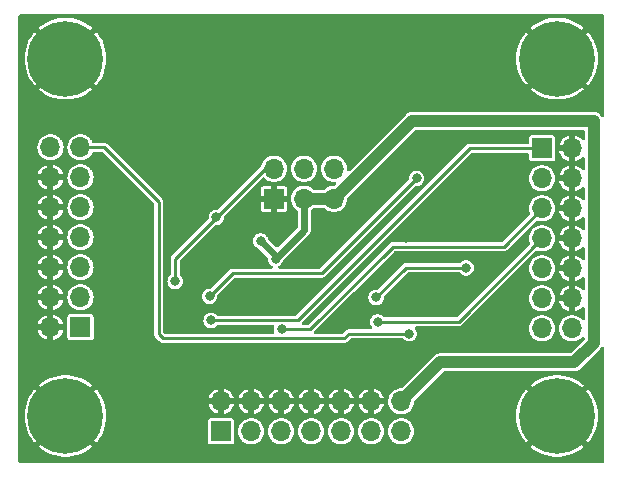
<source format=gbl>
G04 #@! TF.GenerationSoftware,KiCad,Pcbnew,7.0.0-da2b9df05c~163~ubuntu22.04.1*
G04 #@! TF.CreationDate,2023-03-12T18:54:24+00:00*
G04 #@! TF.ProjectId,userioswitchhdr,75736572-696f-4737-9769-746368686472,rev?*
G04 #@! TF.SameCoordinates,Original*
G04 #@! TF.FileFunction,Copper,L2,Bot*
G04 #@! TF.FilePolarity,Positive*
%FSLAX46Y46*%
G04 Gerber Fmt 4.6, Leading zero omitted, Abs format (unit mm)*
G04 Created by KiCad (PCBNEW 7.0.0-da2b9df05c~163~ubuntu22.04.1) date 2023-03-12 18:54:24*
%MOMM*%
%LPD*%
G01*
G04 APERTURE LIST*
G04 #@! TA.AperFunction,ComponentPad*
%ADD10R,1.700000X1.700000*%
G04 #@! TD*
G04 #@! TA.AperFunction,ComponentPad*
%ADD11O,1.700000X1.700000*%
G04 #@! TD*
G04 #@! TA.AperFunction,ComponentPad*
%ADD12C,3.600000*%
G04 #@! TD*
G04 #@! TA.AperFunction,ConnectorPad*
%ADD13C,6.400000*%
G04 #@! TD*
G04 #@! TA.AperFunction,ViaPad*
%ADD14C,0.800000*%
G04 #@! TD*
G04 #@! TA.AperFunction,Conductor*
%ADD15C,0.250000*%
G04 #@! TD*
G04 #@! TA.AperFunction,Conductor*
%ADD16C,1.000000*%
G04 #@! TD*
G04 #@! TA.AperFunction,Conductor*
%ADD17C,0.600000*%
G04 #@! TD*
G04 APERTURE END LIST*
D10*
G04 #@! TO.P,J1,1,Pin_1*
G04 #@! TO.N,/D3*
X194919999Y-106552999D03*
D11*
G04 #@! TO.P,J1,2,Pin_2*
G04 #@! TO.N,GND*
X194919999Y-104012999D03*
G04 #@! TO.P,J1,3,Pin_3*
G04 #@! TO.N,/D4*
X197459999Y-106552999D03*
G04 #@! TO.P,J1,4,Pin_4*
G04 #@! TO.N,GND*
X197459999Y-104012999D03*
G04 #@! TO.P,J1,5,Pin_5*
G04 #@! TO.N,/D2*
X199999999Y-106552999D03*
G04 #@! TO.P,J1,6,Pin_6*
G04 #@! TO.N,GND*
X199999999Y-104012999D03*
G04 #@! TO.P,J1,7,Pin_7*
G04 #@! TO.N,/D5*
X202539999Y-106552999D03*
G04 #@! TO.P,J1,8,Pin_8*
G04 #@! TO.N,GND*
X202539999Y-104012999D03*
G04 #@! TO.P,J1,9,Pin_9*
G04 #@! TO.N,/D1*
X205079999Y-106552999D03*
G04 #@! TO.P,J1,10,Pin_10*
G04 #@! TO.N,GND*
X205079999Y-104012999D03*
G04 #@! TO.P,J1,11,Pin_11*
G04 #@! TO.N,/D6*
X207619999Y-106552999D03*
G04 #@! TO.P,J1,12,Pin_12*
G04 #@! TO.N,GND*
X207619999Y-104012999D03*
G04 #@! TO.P,J1,13,Pin_13*
G04 #@! TO.N,/D7*
X210159999Y-106552999D03*
G04 #@! TO.P,J1,14,Pin_14*
G04 #@! TO.N,VBUS*
X210159999Y-104012999D03*
G04 #@! TD*
D10*
G04 #@! TO.P,J2,1,Pin_1*
G04 #@! TO.N,GND*
X199389999Y-86867999D03*
D11*
G04 #@! TO.P,J2,2,Pin_2*
G04 #@! TO.N,/SEL*
X199389999Y-84327999D03*
G04 #@! TO.P,J2,3,Pin_3*
G04 #@! TO.N,VBUS*
X201929999Y-86867999D03*
G04 #@! TO.P,J2,4,Pin_4*
G04 #@! TO.N,/VBUSA*
X201929999Y-84327999D03*
G04 #@! TO.P,J2,5,Pin_5*
G04 #@! TO.N,VBUS*
X204469999Y-86867999D03*
G04 #@! TO.P,J2,6,Pin_6*
G04 #@! TO.N,/VBUSB*
X204469999Y-84327999D03*
G04 #@! TD*
D12*
G04 #@! TO.P,H1,1,1*
G04 #@! TO.N,GND*
X181730000Y-75000000D03*
D13*
X181730000Y-75000000D03*
G04 #@! TD*
D10*
G04 #@! TO.P,J3,1,Pin_1*
G04 #@! TO.N,/S3A*
X182999999Y-97744999D03*
D11*
G04 #@! TO.P,J3,2,Pin_2*
G04 #@! TO.N,GND*
X180459999Y-97744999D03*
G04 #@! TO.P,J3,3,Pin_3*
G04 #@! TO.N,/S4A*
X182999999Y-95204999D03*
G04 #@! TO.P,J3,4,Pin_4*
G04 #@! TO.N,GND*
X180459999Y-95204999D03*
G04 #@! TO.P,J3,5,Pin_5*
G04 #@! TO.N,/S2A*
X182999999Y-92664999D03*
G04 #@! TO.P,J3,6,Pin_6*
G04 #@! TO.N,GND*
X180459999Y-92664999D03*
G04 #@! TO.P,J3,7,Pin_7*
G04 #@! TO.N,/S5A*
X182999999Y-90124999D03*
G04 #@! TO.P,J3,8,Pin_8*
G04 #@! TO.N,GND*
X180459999Y-90124999D03*
G04 #@! TO.P,J3,9,Pin_9*
G04 #@! TO.N,/S1A*
X182999999Y-87584999D03*
G04 #@! TO.P,J3,10,Pin_10*
G04 #@! TO.N,GND*
X180459999Y-87584999D03*
G04 #@! TO.P,J3,11,Pin_11*
G04 #@! TO.N,/S6A*
X182999999Y-85044999D03*
G04 #@! TO.P,J3,12,Pin_12*
G04 #@! TO.N,GND*
X180459999Y-85044999D03*
G04 #@! TO.P,J3,13,Pin_13*
G04 #@! TO.N,/S7A*
X182999999Y-82504999D03*
G04 #@! TO.P,J3,14,Pin_14*
G04 #@! TO.N,/VBUSA*
X180459999Y-82504999D03*
G04 #@! TD*
D12*
G04 #@! TO.P,H4,1,1*
G04 #@! TO.N,GND*
X223350000Y-75000000D03*
D13*
X223350000Y-75000000D03*
G04 #@! TD*
D11*
G04 #@! TO.P,J4,14,Pin_14*
G04 #@! TO.N,/VBUSB*
X224619999Y-97834999D03*
G04 #@! TO.P,J4,13,Pin_13*
G04 #@! TO.N,/S7B*
X222079999Y-97834999D03*
G04 #@! TO.P,J4,12,Pin_12*
G04 #@! TO.N,GND*
X224619999Y-95294999D03*
G04 #@! TO.P,J4,11,Pin_11*
G04 #@! TO.N,/S6B*
X222079999Y-95294999D03*
G04 #@! TO.P,J4,10,Pin_10*
G04 #@! TO.N,GND*
X224619999Y-92754999D03*
G04 #@! TO.P,J4,9,Pin_9*
G04 #@! TO.N,/S1B*
X222079999Y-92754999D03*
G04 #@! TO.P,J4,8,Pin_8*
G04 #@! TO.N,GND*
X224619999Y-90214999D03*
G04 #@! TO.P,J4,7,Pin_7*
G04 #@! TO.N,/S5B*
X222079999Y-90214999D03*
G04 #@! TO.P,J4,6,Pin_6*
G04 #@! TO.N,GND*
X224619999Y-87674999D03*
G04 #@! TO.P,J4,5,Pin_5*
G04 #@! TO.N,/S2B*
X222079999Y-87674999D03*
G04 #@! TO.P,J4,4,Pin_4*
G04 #@! TO.N,GND*
X224619999Y-85134999D03*
G04 #@! TO.P,J4,3,Pin_3*
G04 #@! TO.N,/S4B*
X222079999Y-85134999D03*
G04 #@! TO.P,J4,2,Pin_2*
G04 #@! TO.N,GND*
X224619999Y-82594999D03*
D10*
G04 #@! TO.P,J4,1,Pin_1*
G04 #@! TO.N,/S3B*
X222079999Y-82594999D03*
G04 #@! TD*
D12*
G04 #@! TO.P,H2,1,1*
G04 #@! TO.N,GND*
X181730000Y-105250000D03*
D13*
X181730000Y-105250000D03*
G04 #@! TD*
D12*
G04 #@! TO.P,H3,1,1*
G04 #@! TO.N,GND*
X223350000Y-105250000D03*
D13*
X223350000Y-105250000D03*
G04 #@! TD*
D14*
G04 #@! TO.N,GND*
X191897000Y-86995000D03*
X209423000Y-92202000D03*
G04 #@! TO.N,VBUS*
X198247000Y-90424000D03*
X199517000Y-91948000D03*
G04 #@! TO.N,GND*
X205232000Y-88900000D03*
X188341000Y-93853000D03*
X199644000Y-94615000D03*
X204978000Y-100076000D03*
X210566000Y-94234000D03*
X210566000Y-90207500D03*
X195072000Y-91948000D03*
X187579000Y-95631000D03*
X196469000Y-90504500D03*
X213868000Y-94615000D03*
X196596000Y-94615000D03*
X190754000Y-95631000D03*
G04 #@! TO.N,/SEL*
X191008000Y-93853000D03*
X194504261Y-88434501D03*
G04 #@! TO.N,/S5B*
X208153000Y-97282000D03*
G04 #@! TO.N,/S7A*
X210837799Y-98278299D03*
G04 #@! TO.N,/S1B*
X208029083Y-95216500D03*
X215646000Y-92710000D03*
G04 #@! TO.N,/S2B*
X200025000Y-97917000D03*
G04 #@! TO.N,/S3B*
X194056000Y-97155000D03*
G04 #@! TO.N,/S4B*
X193929000Y-95123000D03*
X211455000Y-85135000D03*
G04 #@! TD*
D15*
G04 #@! TO.N,/S5B*
X215013000Y-97282000D02*
X222080000Y-90215000D01*
X208153000Y-97282000D02*
X215013000Y-97282000D01*
G04 #@! TO.N,/S2B*
X200025000Y-97917000D02*
X202438000Y-97917000D01*
X202438000Y-97917000D02*
X209423000Y-90932000D01*
X209423000Y-90932000D02*
X218823000Y-90932000D01*
X218823000Y-90932000D02*
X222080000Y-87675000D01*
G04 #@! TO.N,/S7A*
X183000000Y-82505000D02*
X185000000Y-82505000D01*
X185000000Y-82505000D02*
X189611000Y-87116000D01*
X189611000Y-87116000D02*
X189611000Y-98298000D01*
X189992000Y-98679000D02*
X205350402Y-98679000D01*
X189611000Y-98298000D02*
X189992000Y-98679000D01*
X205350402Y-98679000D02*
X205751103Y-98278299D01*
X205751103Y-98278299D02*
X210837799Y-98278299D01*
D16*
G04 #@! TO.N,VBUS*
X204470000Y-86868000D02*
X211074000Y-80264000D01*
X211074000Y-80264000D02*
X226441000Y-80264000D01*
X226441000Y-99060000D02*
X224790000Y-100711000D01*
X226441000Y-80264000D02*
X226441000Y-99060000D01*
X224790000Y-100711000D02*
X213462000Y-100711000D01*
X213462000Y-100711000D02*
X210160000Y-104013000D01*
D15*
G04 #@! TO.N,/S3B*
X194056000Y-97155000D02*
X201386718Y-97155000D01*
X201386718Y-97155000D02*
X215946718Y-82595000D01*
X215946718Y-82595000D02*
X222080000Y-82595000D01*
G04 #@! TO.N,/S1B*
X210535583Y-92710000D02*
X208029083Y-95216500D01*
X215646000Y-92710000D02*
X210535583Y-92710000D01*
G04 #@! TO.N,/SEL*
X199390000Y-84328000D02*
X198628000Y-84328000D01*
X191008000Y-91948000D02*
X191008000Y-93853000D01*
X198628000Y-84328000D02*
X191008000Y-91948000D01*
G04 #@! TO.N,/S4B*
X195892499Y-93159501D02*
X203430499Y-93159501D01*
X203430499Y-93159501D02*
X211455000Y-85135000D01*
X193929000Y-95123000D02*
X195892499Y-93159501D01*
D16*
G04 #@! TO.N,VBUS*
X201930000Y-86868000D02*
X204470000Y-86868000D01*
D17*
X201930000Y-89535000D02*
X199517000Y-91948000D01*
X199517000Y-91694000D02*
X199517000Y-91948000D01*
X201930000Y-86868000D02*
X201930000Y-89535000D01*
X198247000Y-90424000D02*
X199517000Y-91694000D01*
G04 #@! TD*
G04 #@! TA.AperFunction,Conductor*
G04 #@! TO.N,GND*
G36*
X227276500Y-71277381D02*
G01*
X227322619Y-71323500D01*
X227339500Y-71386500D01*
X227339500Y-79832441D01*
X227322619Y-79895441D01*
X227276500Y-79941560D01*
X227213499Y-79958441D01*
X227150499Y-79941560D01*
X227104380Y-79895440D01*
X227101770Y-79890921D01*
X227098864Y-79884182D01*
X227094481Y-79878294D01*
X227094479Y-79878291D01*
X227061501Y-79833993D01*
X227057298Y-79827991D01*
X227026944Y-79781840D01*
X227026941Y-79781837D01*
X227022915Y-79775715D01*
X227017581Y-79770683D01*
X227017577Y-79770678D01*
X227014798Y-79768056D01*
X227000195Y-79751647D01*
X226997919Y-79748590D01*
X226993539Y-79742706D01*
X226986645Y-79736921D01*
X226945612Y-79702489D01*
X226940140Y-79697619D01*
X226899962Y-79659714D01*
X226899956Y-79659710D01*
X226894623Y-79654678D01*
X226884958Y-79649097D01*
X226866972Y-79636503D01*
X226864051Y-79634052D01*
X226858427Y-79629333D01*
X226802499Y-79601245D01*
X226796055Y-79597770D01*
X226748233Y-79570160D01*
X226748231Y-79570159D01*
X226741876Y-79566490D01*
X226734846Y-79564385D01*
X226734841Y-79564383D01*
X226731192Y-79563291D01*
X226710782Y-79555183D01*
X226707365Y-79553467D01*
X226707362Y-79553465D01*
X226700811Y-79550176D01*
X226693677Y-79548485D01*
X226693674Y-79548484D01*
X226639926Y-79535745D01*
X226632849Y-79533849D01*
X226579936Y-79518008D01*
X226579930Y-79518007D01*
X226572909Y-79515905D01*
X226565594Y-79515478D01*
X226565579Y-79515476D01*
X226561760Y-79515254D01*
X226540051Y-79512074D01*
X226536330Y-79511192D01*
X226536325Y-79511191D01*
X226529188Y-79509500D01*
X226521849Y-79509500D01*
X226466616Y-79509500D01*
X226459289Y-79509287D01*
X226404157Y-79506075D01*
X226404150Y-79506075D01*
X226396831Y-79505649D01*
X226389606Y-79506922D01*
X226389604Y-79506923D01*
X226385846Y-79507586D01*
X226363966Y-79509500D01*
X211138140Y-79509500D01*
X211119879Y-79508170D01*
X211103353Y-79505749D01*
X211103349Y-79505748D01*
X211096093Y-79504686D01*
X211088786Y-79505325D01*
X211088782Y-79505325D01*
X211046539Y-79509021D01*
X211035558Y-79509500D01*
X211030059Y-79509500D01*
X210999136Y-79513113D01*
X210995512Y-79513483D01*
X210927707Y-79519415D01*
X210927692Y-79519417D01*
X210920388Y-79520057D01*
X210913420Y-79522365D01*
X210910247Y-79523021D01*
X210909749Y-79523101D01*
X210909257Y-79523241D01*
X210906105Y-79523987D01*
X210898816Y-79524840D01*
X210891920Y-79527349D01*
X210891915Y-79527351D01*
X210827980Y-79550620D01*
X210824524Y-79551822D01*
X210759919Y-79573231D01*
X210759917Y-79573231D01*
X210752964Y-79575536D01*
X210746726Y-79579383D01*
X210743778Y-79580758D01*
X210743311Y-79580951D01*
X210742876Y-79581194D01*
X210739961Y-79582657D01*
X210733076Y-79585164D01*
X210726953Y-79589190D01*
X210726951Y-79589192D01*
X210670086Y-79626592D01*
X210667009Y-79628552D01*
X210602846Y-79668130D01*
X210597661Y-79673314D01*
X210595099Y-79675340D01*
X210594703Y-79675625D01*
X210594333Y-79675965D01*
X210591845Y-79678052D01*
X210585715Y-79682085D01*
X210538599Y-79732023D01*
X210533979Y-79736921D01*
X210531426Y-79739548D01*
X205788839Y-84482135D01*
X205736459Y-84513572D01*
X205675448Y-84516675D01*
X205620148Y-84490715D01*
X205583559Y-84441795D01*
X205574282Y-84381415D01*
X205579232Y-84328000D01*
X205560345Y-84124179D01*
X205504328Y-83927299D01*
X205413088Y-83744065D01*
X205331011Y-83635377D01*
X205293244Y-83585365D01*
X205293241Y-83585361D01*
X205289732Y-83580715D01*
X205285429Y-83576792D01*
X205285426Y-83576789D01*
X205142764Y-83446736D01*
X205142765Y-83446736D01*
X205138462Y-83442814D01*
X205133512Y-83439749D01*
X205133508Y-83439746D01*
X204969387Y-83338127D01*
X204969386Y-83338126D01*
X204964427Y-83335056D01*
X204940898Y-83325941D01*
X204778989Y-83263216D01*
X204778981Y-83263213D01*
X204773556Y-83261112D01*
X204767839Y-83260043D01*
X204767831Y-83260041D01*
X204578073Y-83224570D01*
X204578069Y-83224569D01*
X204572347Y-83223500D01*
X204367653Y-83223500D01*
X204361931Y-83224569D01*
X204361926Y-83224570D01*
X204172168Y-83260041D01*
X204172157Y-83260043D01*
X204166444Y-83261112D01*
X204161021Y-83263212D01*
X204161010Y-83263216D01*
X203981011Y-83332949D01*
X203981008Y-83332950D01*
X203975573Y-83335056D01*
X203970617Y-83338124D01*
X203970612Y-83338127D01*
X203806491Y-83439746D01*
X203806481Y-83439752D01*
X203801538Y-83442814D01*
X203797239Y-83446732D01*
X203797235Y-83446736D01*
X203654573Y-83576789D01*
X203654565Y-83576797D01*
X203650268Y-83580715D01*
X203646763Y-83585355D01*
X203646755Y-83585365D01*
X203530422Y-83739416D01*
X203530418Y-83739421D01*
X203526912Y-83744065D01*
X203524317Y-83749274D01*
X203524314Y-83749281D01*
X203438271Y-83922079D01*
X203435672Y-83927299D01*
X203434079Y-83932898D01*
X203434076Y-83932906D01*
X203381250Y-84118572D01*
X203379655Y-84124179D01*
X203379118Y-84129972D01*
X203379116Y-84129984D01*
X203367612Y-84254140D01*
X203360768Y-84328000D01*
X203361306Y-84333804D01*
X203361306Y-84333806D01*
X203379116Y-84526015D01*
X203379117Y-84526025D01*
X203379655Y-84531821D01*
X203381249Y-84537426D01*
X203381250Y-84537427D01*
X203426879Y-84697799D01*
X203435672Y-84728701D01*
X203526912Y-84911935D01*
X203530421Y-84916582D01*
X203530422Y-84916583D01*
X203646755Y-85070634D01*
X203646759Y-85070638D01*
X203650268Y-85075285D01*
X203654570Y-85079207D01*
X203654573Y-85079210D01*
X203663623Y-85087460D01*
X203801538Y-85213186D01*
X203806489Y-85216251D01*
X203806491Y-85216253D01*
X203859090Y-85248821D01*
X203975573Y-85320944D01*
X204166444Y-85394888D01*
X204367653Y-85432500D01*
X204373481Y-85432500D01*
X204534285Y-85432500D01*
X204591488Y-85446233D01*
X204636221Y-85484439D01*
X204658734Y-85538789D01*
X204654118Y-85597436D01*
X204623380Y-85647595D01*
X204544380Y-85726595D01*
X204503503Y-85753909D01*
X204455285Y-85763500D01*
X204367653Y-85763500D01*
X204361931Y-85764569D01*
X204361926Y-85764570D01*
X204172168Y-85800041D01*
X204172157Y-85800043D01*
X204166444Y-85801112D01*
X204161021Y-85803212D01*
X204161010Y-85803216D01*
X203981011Y-85872949D01*
X203981008Y-85872950D01*
X203975573Y-85875056D01*
X203970617Y-85878124D01*
X203970612Y-85878127D01*
X203806491Y-85979746D01*
X203806481Y-85979752D01*
X203801538Y-85982814D01*
X203797236Y-85986735D01*
X203797229Y-85986741D01*
X203694254Y-86080615D01*
X203654885Y-86104992D01*
X203609369Y-86113500D01*
X202790631Y-86113500D01*
X202745115Y-86104992D01*
X202705746Y-86080615D01*
X202602770Y-85986741D01*
X202602768Y-85986739D01*
X202598462Y-85982814D01*
X202593512Y-85979749D01*
X202593508Y-85979746D01*
X202429387Y-85878127D01*
X202429386Y-85878126D01*
X202424427Y-85875056D01*
X202400898Y-85865941D01*
X202238989Y-85803216D01*
X202238981Y-85803213D01*
X202233556Y-85801112D01*
X202227839Y-85800043D01*
X202227831Y-85800041D01*
X202038073Y-85764570D01*
X202038069Y-85764569D01*
X202032347Y-85763500D01*
X201827653Y-85763500D01*
X201821931Y-85764569D01*
X201821926Y-85764570D01*
X201632168Y-85800041D01*
X201632157Y-85800043D01*
X201626444Y-85801112D01*
X201621021Y-85803212D01*
X201621010Y-85803216D01*
X201441011Y-85872949D01*
X201441008Y-85872950D01*
X201435573Y-85875056D01*
X201430617Y-85878124D01*
X201430612Y-85878127D01*
X201266491Y-85979746D01*
X201266481Y-85979752D01*
X201261538Y-85982814D01*
X201257239Y-85986732D01*
X201257235Y-85986736D01*
X201114573Y-86116789D01*
X201114565Y-86116797D01*
X201110268Y-86120715D01*
X201106763Y-86125355D01*
X201106755Y-86125365D01*
X200990422Y-86279416D01*
X200990418Y-86279421D01*
X200986912Y-86284065D01*
X200984317Y-86289274D01*
X200984314Y-86289281D01*
X200898271Y-86462079D01*
X200895672Y-86467299D01*
X200894078Y-86472899D01*
X200894076Y-86472906D01*
X200854930Y-86610493D01*
X200839655Y-86664179D01*
X200839118Y-86669972D01*
X200839116Y-86669984D01*
X200824261Y-86830301D01*
X200820768Y-86868000D01*
X200821306Y-86873806D01*
X200839116Y-87066015D01*
X200839117Y-87066025D01*
X200839655Y-87071821D01*
X200841249Y-87077426D01*
X200841250Y-87077427D01*
X200871657Y-87184299D01*
X200895672Y-87268701D01*
X200986912Y-87451935D01*
X200990421Y-87456582D01*
X200990422Y-87456583D01*
X201106755Y-87610634D01*
X201106759Y-87610638D01*
X201110268Y-87615285D01*
X201114570Y-87619207D01*
X201114573Y-87619210D01*
X201169403Y-87669194D01*
X201261538Y-87753186D01*
X201315832Y-87786803D01*
X201359576Y-87832617D01*
X201375500Y-87893929D01*
X201375500Y-89253128D01*
X201365909Y-89301346D01*
X201338595Y-89342223D01*
X199733094Y-90947723D01*
X199676610Y-90980335D01*
X199611388Y-90980335D01*
X199554904Y-90947723D01*
X198914676Y-90307495D01*
X198885959Y-90263080D01*
X198833490Y-90124732D01*
X198833489Y-90124731D01*
X198830787Y-90117605D01*
X198740498Y-89986799D01*
X198621529Y-89881401D01*
X198504360Y-89819906D01*
X198487546Y-89811081D01*
X198487544Y-89811080D01*
X198480793Y-89807537D01*
X198473395Y-89805713D01*
X198473391Y-89805712D01*
X198333864Y-89771322D01*
X198333862Y-89771321D01*
X198326471Y-89769500D01*
X198167529Y-89769500D01*
X198160138Y-89771321D01*
X198160135Y-89771322D01*
X198020608Y-89805712D01*
X198020601Y-89805714D01*
X198013207Y-89807537D01*
X198006458Y-89811078D01*
X198006453Y-89811081D01*
X197879223Y-89877857D01*
X197879221Y-89877858D01*
X197872471Y-89881401D01*
X197866769Y-89886452D01*
X197866764Y-89886456D01*
X197759207Y-89981744D01*
X197759203Y-89981747D01*
X197753502Y-89986799D01*
X197749175Y-89993066D01*
X197749171Y-89993072D01*
X197667542Y-90111332D01*
X197667538Y-90111337D01*
X197663213Y-90117605D01*
X197660514Y-90124720D01*
X197660510Y-90124729D01*
X197609552Y-90259094D01*
X197609550Y-90259100D01*
X197606851Y-90266218D01*
X197605932Y-90273779D01*
X197605932Y-90273783D01*
X197589027Y-90413015D01*
X197587693Y-90424000D01*
X197588612Y-90431569D01*
X197605792Y-90573067D01*
X197606851Y-90581782D01*
X197609551Y-90588901D01*
X197609552Y-90588905D01*
X197660510Y-90723270D01*
X197660512Y-90723275D01*
X197663213Y-90730395D01*
X197667541Y-90736665D01*
X197667542Y-90736667D01*
X197706921Y-90793718D01*
X197753502Y-90861201D01*
X197872471Y-90966599D01*
X198013207Y-91040463D01*
X198066791Y-91053670D01*
X198125733Y-91086914D01*
X198828292Y-91789473D01*
X198858304Y-91837465D01*
X198864279Y-91893752D01*
X198863609Y-91899269D01*
X198857693Y-91948000D01*
X198858612Y-91955569D01*
X198875794Y-92097081D01*
X198876851Y-92105782D01*
X198879551Y-92112901D01*
X198879552Y-92112905D01*
X198930510Y-92247270D01*
X198930512Y-92247275D01*
X198933213Y-92254395D01*
X198937541Y-92260665D01*
X198937542Y-92260667D01*
X199013882Y-92371265D01*
X199023502Y-92385201D01*
X199142471Y-92490599D01*
X199225953Y-92534414D01*
X199241234Y-92542434D01*
X199289712Y-92587518D01*
X199308642Y-92650956D01*
X199292799Y-92715235D01*
X199246556Y-92762609D01*
X199182679Y-92780001D01*
X195944925Y-92780001D01*
X195919068Y-92777319D01*
X195918762Y-92777255D01*
X195918615Y-92777224D01*
X195918614Y-92777223D01*
X195908399Y-92775082D01*
X195898041Y-92776373D01*
X195898038Y-92776373D01*
X195876703Y-92779033D01*
X195871442Y-92779359D01*
X195871460Y-92779571D01*
X195866267Y-92780001D01*
X195861056Y-92780001D01*
X195855921Y-92780857D01*
X195855917Y-92780858D01*
X195840342Y-92783457D01*
X195835197Y-92784206D01*
X195793071Y-92789458D01*
X195793070Y-92789458D01*
X195782716Y-92790749D01*
X195775495Y-92794278D01*
X195767572Y-92795601D01*
X195758399Y-92800564D01*
X195758390Y-92800568D01*
X195721066Y-92820766D01*
X195716442Y-92823147D01*
X195678305Y-92841792D01*
X195668931Y-92846375D01*
X195663246Y-92852059D01*
X195656183Y-92855882D01*
X195649118Y-92863556D01*
X195649112Y-92863561D01*
X195620367Y-92894786D01*
X195616763Y-92898541D01*
X194083710Y-94431595D01*
X194042833Y-94458909D01*
X193994615Y-94468500D01*
X193849529Y-94468500D01*
X193842138Y-94470321D01*
X193842135Y-94470322D01*
X193702608Y-94504712D01*
X193702601Y-94504714D01*
X193695207Y-94506537D01*
X193688458Y-94510078D01*
X193688453Y-94510081D01*
X193561223Y-94576857D01*
X193561221Y-94576858D01*
X193554471Y-94580401D01*
X193548769Y-94585452D01*
X193548764Y-94585456D01*
X193441207Y-94680744D01*
X193441203Y-94680747D01*
X193435502Y-94685799D01*
X193431175Y-94692066D01*
X193431171Y-94692072D01*
X193349542Y-94810332D01*
X193349538Y-94810337D01*
X193345213Y-94816605D01*
X193342514Y-94823720D01*
X193342510Y-94823729D01*
X193291552Y-94958094D01*
X193291550Y-94958100D01*
X193288851Y-94965218D01*
X193287932Y-94972779D01*
X193287932Y-94972783D01*
X193273557Y-95091179D01*
X193269693Y-95123000D01*
X193270612Y-95130569D01*
X193278944Y-95199194D01*
X193288851Y-95280782D01*
X193291551Y-95287901D01*
X193291552Y-95287905D01*
X193342510Y-95422270D01*
X193342512Y-95422275D01*
X193345213Y-95429395D01*
X193349541Y-95435665D01*
X193349542Y-95435667D01*
X193430190Y-95552506D01*
X193435502Y-95560201D01*
X193554471Y-95665599D01*
X193695207Y-95739463D01*
X193849529Y-95777500D01*
X194000854Y-95777500D01*
X194008471Y-95777500D01*
X194162793Y-95739463D01*
X194303529Y-95665599D01*
X194422498Y-95560201D01*
X194512787Y-95429395D01*
X194569149Y-95280782D01*
X194588307Y-95123000D01*
X194582425Y-95074561D01*
X194588398Y-95018275D01*
X194618407Y-94970285D01*
X196012790Y-93575903D01*
X196053665Y-93548592D01*
X196101883Y-93539001D01*
X203378073Y-93539001D01*
X203403929Y-93541682D01*
X203414599Y-93543920D01*
X203446294Y-93539969D01*
X203451552Y-93539642D01*
X203451535Y-93539431D01*
X203456722Y-93539001D01*
X203461942Y-93539001D01*
X203482686Y-93535538D01*
X203487749Y-93534800D01*
X203540282Y-93528253D01*
X203547502Y-93524723D01*
X203555426Y-93523401D01*
X203601910Y-93498243D01*
X203606542Y-93495860D01*
X203617868Y-93490323D01*
X203654067Y-93472627D01*
X203659751Y-93466942D01*
X203666815Y-93463120D01*
X203702653Y-93424188D01*
X203706212Y-93420480D01*
X211300288Y-85826404D01*
X211341165Y-85799091D01*
X211389383Y-85789500D01*
X211526854Y-85789500D01*
X211534471Y-85789500D01*
X211688793Y-85751463D01*
X211829529Y-85677599D01*
X211948498Y-85572201D01*
X212038787Y-85441395D01*
X212095149Y-85292782D01*
X212114307Y-85135000D01*
X212095149Y-84977218D01*
X212038787Y-84828605D01*
X211948498Y-84697799D01*
X211829529Y-84592401D01*
X211714104Y-84531821D01*
X211695546Y-84522081D01*
X211695544Y-84522080D01*
X211688793Y-84518537D01*
X211681395Y-84516713D01*
X211681391Y-84516712D01*
X211541864Y-84482322D01*
X211541862Y-84482321D01*
X211534471Y-84480500D01*
X211375529Y-84480500D01*
X211368138Y-84482321D01*
X211368135Y-84482322D01*
X211228608Y-84516712D01*
X211228601Y-84516714D01*
X211221207Y-84518537D01*
X211214458Y-84522078D01*
X211214453Y-84522081D01*
X211087223Y-84588857D01*
X211087221Y-84588858D01*
X211080471Y-84592401D01*
X211074769Y-84597452D01*
X211074764Y-84597456D01*
X210967207Y-84692744D01*
X210967203Y-84692747D01*
X210961502Y-84697799D01*
X210957175Y-84704066D01*
X210957171Y-84704072D01*
X210875542Y-84822332D01*
X210875538Y-84822337D01*
X210871213Y-84828605D01*
X210868514Y-84835720D01*
X210868510Y-84835729D01*
X210817552Y-84970094D01*
X210817550Y-84970100D01*
X210814851Y-84977218D01*
X210813932Y-84984779D01*
X210813932Y-84984783D01*
X210802467Y-85079210D01*
X210795693Y-85135000D01*
X210801574Y-85183437D01*
X210795599Y-85239725D01*
X210765587Y-85287717D01*
X203310210Y-92743096D01*
X203269333Y-92770410D01*
X203221115Y-92780001D01*
X199851321Y-92780001D01*
X199787444Y-92762609D01*
X199741201Y-92715235D01*
X199725358Y-92650956D01*
X199744288Y-92587518D01*
X199792766Y-92542434D01*
X199802295Y-92537432D01*
X199891529Y-92490599D01*
X200010498Y-92385201D01*
X200100787Y-92254395D01*
X200155960Y-92108916D01*
X200184675Y-92064504D01*
X202313901Y-89935279D01*
X202316934Y-89932347D01*
X202364176Y-89888228D01*
X202385659Y-89852897D01*
X202392901Y-89842258D01*
X202417879Y-89809321D01*
X202424474Y-89792595D01*
X202434032Y-89773352D01*
X202443375Y-89757990D01*
X202454525Y-89718195D01*
X202458639Y-89705962D01*
X202473799Y-89667521D01*
X202475637Y-89649634D01*
X202479648Y-89628527D01*
X202484500Y-89611214D01*
X202484500Y-89569886D01*
X202485160Y-89557002D01*
X202487276Y-89536416D01*
X202489386Y-89515891D01*
X202486332Y-89498178D01*
X202484500Y-89476769D01*
X202484500Y-87893929D01*
X202500424Y-87832617D01*
X202544167Y-87786803D01*
X202598462Y-87753186D01*
X202644577Y-87711146D01*
X202705746Y-87655385D01*
X202745115Y-87631008D01*
X202790631Y-87622500D01*
X203609369Y-87622500D01*
X203654885Y-87631008D01*
X203694254Y-87655385D01*
X203797229Y-87749258D01*
X203801538Y-87753186D01*
X203806489Y-87756251D01*
X203806491Y-87756253D01*
X203847788Y-87781823D01*
X203975573Y-87860944D01*
X204166444Y-87934888D01*
X204367653Y-87972500D01*
X204566519Y-87972500D01*
X204572347Y-87972500D01*
X204773556Y-87934888D01*
X204964427Y-87860944D01*
X205138462Y-87753186D01*
X205289732Y-87615285D01*
X205413088Y-87451935D01*
X205504328Y-87268701D01*
X205560345Y-87071821D01*
X205579232Y-86868000D01*
X205580758Y-86868141D01*
X205588285Y-86830301D01*
X205615599Y-86789424D01*
X211349619Y-81055405D01*
X211390496Y-81028091D01*
X211438714Y-81018500D01*
X225560500Y-81018500D01*
X225623500Y-81035381D01*
X225669619Y-81081500D01*
X225686500Y-81144500D01*
X225686500Y-81799385D01*
X225671138Y-81859677D01*
X225628799Y-81905268D01*
X225569806Y-81925041D01*
X225508543Y-81914174D01*
X225459950Y-81875317D01*
X225442873Y-81852704D01*
X225435055Y-81844127D01*
X225292466Y-81714140D01*
X225283203Y-81707145D01*
X225119153Y-81605571D01*
X225108771Y-81600401D01*
X224928853Y-81530700D01*
X224917692Y-81527524D01*
X224887641Y-81521907D01*
X224876440Y-81522295D01*
X224874000Y-81533237D01*
X224874000Y-83656763D01*
X224876440Y-83667704D01*
X224887641Y-83668092D01*
X224917692Y-83662475D01*
X224928853Y-83659299D01*
X225108771Y-83589598D01*
X225119153Y-83584428D01*
X225283203Y-83482854D01*
X225292466Y-83475859D01*
X225435055Y-83345872D01*
X225442873Y-83337295D01*
X225459950Y-83314683D01*
X225508543Y-83275826D01*
X225569806Y-83264959D01*
X225628799Y-83284732D01*
X225671138Y-83330323D01*
X225686500Y-83390615D01*
X225686500Y-84339385D01*
X225671138Y-84399677D01*
X225628799Y-84445268D01*
X225569806Y-84465041D01*
X225508543Y-84454174D01*
X225459950Y-84415317D01*
X225442873Y-84392704D01*
X225435055Y-84384127D01*
X225292466Y-84254140D01*
X225283203Y-84247145D01*
X225119153Y-84145571D01*
X225108771Y-84140401D01*
X224928853Y-84070700D01*
X224917692Y-84067524D01*
X224887641Y-84061907D01*
X224876440Y-84062295D01*
X224874000Y-84073237D01*
X224874000Y-86196763D01*
X224876440Y-86207704D01*
X224887641Y-86208092D01*
X224917692Y-86202475D01*
X224928853Y-86199299D01*
X225108771Y-86129598D01*
X225119153Y-86124428D01*
X225283203Y-86022854D01*
X225292466Y-86015859D01*
X225435055Y-85885872D01*
X225442873Y-85877295D01*
X225459950Y-85854683D01*
X225508543Y-85815826D01*
X225569806Y-85804959D01*
X225628799Y-85824732D01*
X225671138Y-85870323D01*
X225686500Y-85930615D01*
X225686500Y-86879385D01*
X225671138Y-86939677D01*
X225628799Y-86985268D01*
X225569806Y-87005041D01*
X225508543Y-86994174D01*
X225459950Y-86955317D01*
X225442873Y-86932704D01*
X225435055Y-86924127D01*
X225292466Y-86794140D01*
X225283203Y-86787145D01*
X225119153Y-86685571D01*
X225108771Y-86680401D01*
X224928853Y-86610700D01*
X224917692Y-86607524D01*
X224887641Y-86601907D01*
X224876440Y-86602295D01*
X224874000Y-86613237D01*
X224874000Y-88736763D01*
X224876440Y-88747704D01*
X224887641Y-88748092D01*
X224917692Y-88742475D01*
X224928853Y-88739299D01*
X225108771Y-88669598D01*
X225119153Y-88664428D01*
X225283203Y-88562854D01*
X225292466Y-88555859D01*
X225435055Y-88425872D01*
X225442873Y-88417295D01*
X225459950Y-88394683D01*
X225508543Y-88355826D01*
X225569806Y-88344959D01*
X225628799Y-88364732D01*
X225671138Y-88410323D01*
X225686500Y-88470615D01*
X225686500Y-89419385D01*
X225671138Y-89479677D01*
X225628799Y-89525268D01*
X225569806Y-89545041D01*
X225508543Y-89534174D01*
X225459950Y-89495317D01*
X225442873Y-89472704D01*
X225435055Y-89464127D01*
X225292466Y-89334140D01*
X225283203Y-89327145D01*
X225119153Y-89225571D01*
X225108771Y-89220401D01*
X224928853Y-89150700D01*
X224917692Y-89147524D01*
X224887641Y-89141907D01*
X224876440Y-89142295D01*
X224874000Y-89153237D01*
X224874000Y-91276763D01*
X224876440Y-91287704D01*
X224887641Y-91288092D01*
X224917692Y-91282475D01*
X224928853Y-91279299D01*
X225108771Y-91209598D01*
X225119153Y-91204428D01*
X225283203Y-91102854D01*
X225292466Y-91095859D01*
X225435055Y-90965872D01*
X225442873Y-90957295D01*
X225459950Y-90934683D01*
X225508543Y-90895826D01*
X225569806Y-90884959D01*
X225628799Y-90904732D01*
X225671138Y-90950323D01*
X225686500Y-91010615D01*
X225686500Y-91959385D01*
X225671138Y-92019677D01*
X225628799Y-92065268D01*
X225569806Y-92085041D01*
X225508543Y-92074174D01*
X225459950Y-92035317D01*
X225442873Y-92012704D01*
X225435055Y-92004127D01*
X225292466Y-91874140D01*
X225283203Y-91867145D01*
X225119153Y-91765571D01*
X225108771Y-91760401D01*
X224928853Y-91690700D01*
X224917692Y-91687524D01*
X224887641Y-91681907D01*
X224876440Y-91682295D01*
X224874000Y-91693237D01*
X224874000Y-93816763D01*
X224876440Y-93827704D01*
X224887641Y-93828092D01*
X224917692Y-93822475D01*
X224928853Y-93819299D01*
X225108771Y-93749598D01*
X225119153Y-93744428D01*
X225283203Y-93642854D01*
X225292466Y-93635859D01*
X225435055Y-93505872D01*
X225442873Y-93497295D01*
X225459950Y-93474683D01*
X225508543Y-93435826D01*
X225569806Y-93424959D01*
X225628799Y-93444732D01*
X225671138Y-93490323D01*
X225686500Y-93550615D01*
X225686500Y-94499385D01*
X225671138Y-94559677D01*
X225628799Y-94605268D01*
X225569806Y-94625041D01*
X225508543Y-94614174D01*
X225459950Y-94575317D01*
X225442873Y-94552704D01*
X225435055Y-94544127D01*
X225292466Y-94414140D01*
X225283203Y-94407145D01*
X225119153Y-94305571D01*
X225108771Y-94300401D01*
X224928853Y-94230700D01*
X224917692Y-94227524D01*
X224887641Y-94221907D01*
X224876440Y-94222295D01*
X224874000Y-94233237D01*
X224874000Y-96356763D01*
X224876440Y-96367704D01*
X224887641Y-96368092D01*
X224917692Y-96362475D01*
X224928853Y-96359299D01*
X225108771Y-96289598D01*
X225119153Y-96284428D01*
X225283203Y-96182854D01*
X225292466Y-96175859D01*
X225435055Y-96045872D01*
X225442873Y-96037295D01*
X225459950Y-96014683D01*
X225508543Y-95975826D01*
X225569806Y-95964959D01*
X225628799Y-95984732D01*
X225671138Y-96030323D01*
X225686500Y-96090615D01*
X225686500Y-97038556D01*
X225671138Y-97098848D01*
X225628799Y-97144439D01*
X225569805Y-97164212D01*
X225508543Y-97153345D01*
X225459950Y-97114488D01*
X225443244Y-97092365D01*
X225443241Y-97092361D01*
X225439732Y-97087715D01*
X225435429Y-97083792D01*
X225435426Y-97083789D01*
X225292764Y-96953736D01*
X225292765Y-96953736D01*
X225288462Y-96949814D01*
X225283512Y-96946749D01*
X225283508Y-96946746D01*
X225119387Y-96845127D01*
X225119386Y-96845126D01*
X225114427Y-96842056D01*
X225090898Y-96832941D01*
X224928989Y-96770216D01*
X224928981Y-96770213D01*
X224923556Y-96768112D01*
X224917839Y-96767043D01*
X224917831Y-96767041D01*
X224728073Y-96731570D01*
X224728069Y-96731569D01*
X224722347Y-96730500D01*
X224517653Y-96730500D01*
X224511931Y-96731569D01*
X224511926Y-96731570D01*
X224322168Y-96767041D01*
X224322157Y-96767043D01*
X224316444Y-96768112D01*
X224311021Y-96770212D01*
X224311010Y-96770216D01*
X224131011Y-96839949D01*
X224131008Y-96839950D01*
X224125573Y-96842056D01*
X224120617Y-96845124D01*
X224120612Y-96845127D01*
X223956491Y-96946746D01*
X223956481Y-96946752D01*
X223951538Y-96949814D01*
X223947239Y-96953732D01*
X223947235Y-96953736D01*
X223804573Y-97083789D01*
X223804565Y-97083797D01*
X223800268Y-97087715D01*
X223796763Y-97092355D01*
X223796755Y-97092365D01*
X223680422Y-97246416D01*
X223680418Y-97246421D01*
X223676912Y-97251065D01*
X223674317Y-97256274D01*
X223674314Y-97256281D01*
X223616412Y-97372564D01*
X223585672Y-97434299D01*
X223584078Y-97439899D01*
X223584076Y-97439906D01*
X223531250Y-97625572D01*
X223529655Y-97631179D01*
X223529118Y-97636972D01*
X223529116Y-97636984D01*
X223513300Y-97807677D01*
X223510768Y-97835000D01*
X223511306Y-97840806D01*
X223529116Y-98033015D01*
X223529117Y-98033025D01*
X223529655Y-98038821D01*
X223531249Y-98044426D01*
X223531250Y-98044427D01*
X223582170Y-98223395D01*
X223585672Y-98235701D01*
X223628425Y-98321561D01*
X223671791Y-98408652D01*
X223676912Y-98418935D01*
X223680421Y-98423582D01*
X223680422Y-98423583D01*
X223796755Y-98577634D01*
X223796759Y-98577638D01*
X223800268Y-98582285D01*
X223804570Y-98586207D01*
X223804573Y-98586210D01*
X223841713Y-98620067D01*
X223951538Y-98720186D01*
X223956489Y-98723251D01*
X223956491Y-98723253D01*
X223982889Y-98739598D01*
X224125573Y-98827944D01*
X224279512Y-98887580D01*
X224298049Y-98894762D01*
X224316444Y-98901888D01*
X224517653Y-98939500D01*
X224716519Y-98939500D01*
X224722347Y-98939500D01*
X224923556Y-98901888D01*
X225114427Y-98827944D01*
X225288462Y-98720186D01*
X225439732Y-98582285D01*
X225459949Y-98555512D01*
X225508543Y-98516655D01*
X225569805Y-98505788D01*
X225628799Y-98525561D01*
X225671138Y-98571152D01*
X225686500Y-98631444D01*
X225686500Y-98695286D01*
X225676909Y-98743504D01*
X225649595Y-98784381D01*
X224514381Y-99919595D01*
X224473504Y-99946909D01*
X224425286Y-99956500D01*
X213526140Y-99956500D01*
X213507879Y-99955170D01*
X213491353Y-99952749D01*
X213491349Y-99952748D01*
X213484093Y-99951686D01*
X213476786Y-99952325D01*
X213476782Y-99952325D01*
X213434539Y-99956021D01*
X213423558Y-99956500D01*
X213418059Y-99956500D01*
X213387136Y-99960113D01*
X213383512Y-99960483D01*
X213315707Y-99966415D01*
X213315692Y-99966417D01*
X213308388Y-99967057D01*
X213301420Y-99969365D01*
X213298247Y-99970021D01*
X213297749Y-99970101D01*
X213297257Y-99970241D01*
X213294105Y-99970987D01*
X213286816Y-99971840D01*
X213279920Y-99974349D01*
X213279915Y-99974351D01*
X213215980Y-99997620D01*
X213212524Y-99998822D01*
X213147919Y-100020231D01*
X213147917Y-100020231D01*
X213140964Y-100022536D01*
X213134726Y-100026383D01*
X213131778Y-100027758D01*
X213131311Y-100027951D01*
X213130876Y-100028194D01*
X213127961Y-100029657D01*
X213121076Y-100032164D01*
X213114953Y-100036190D01*
X213114951Y-100036192D01*
X213058086Y-100073592D01*
X213055009Y-100075552D01*
X212990846Y-100115130D01*
X212985661Y-100120314D01*
X212983099Y-100122340D01*
X212982703Y-100122625D01*
X212982333Y-100122965D01*
X212979845Y-100125052D01*
X212973715Y-100129085D01*
X212968681Y-100134421D01*
X212921979Y-100183921D01*
X212919426Y-100186548D01*
X210234381Y-102871595D01*
X210193504Y-102898909D01*
X210145286Y-102908500D01*
X210057653Y-102908500D01*
X210051931Y-102909569D01*
X210051926Y-102909570D01*
X209862168Y-102945041D01*
X209862157Y-102945043D01*
X209856444Y-102946112D01*
X209851021Y-102948212D01*
X209851010Y-102948216D01*
X209671011Y-103017949D01*
X209671008Y-103017950D01*
X209665573Y-103020056D01*
X209660617Y-103023124D01*
X209660612Y-103023127D01*
X209496491Y-103124746D01*
X209496481Y-103124752D01*
X209491538Y-103127814D01*
X209487239Y-103131732D01*
X209487235Y-103131736D01*
X209344573Y-103261789D01*
X209344565Y-103261797D01*
X209340268Y-103265715D01*
X209336763Y-103270355D01*
X209336755Y-103270365D01*
X209220422Y-103424416D01*
X209220418Y-103424421D01*
X209216912Y-103429065D01*
X209214317Y-103434274D01*
X209214314Y-103434281D01*
X209128271Y-103607079D01*
X209125672Y-103612299D01*
X209124078Y-103617899D01*
X209124076Y-103617906D01*
X209083932Y-103759000D01*
X209069655Y-103809179D01*
X209069118Y-103814972D01*
X209069116Y-103814984D01*
X209054261Y-103975301D01*
X209050768Y-104013000D01*
X209051306Y-104018806D01*
X209069116Y-104211015D01*
X209069117Y-104211025D01*
X209069655Y-104216821D01*
X209071249Y-104222426D01*
X209071250Y-104222427D01*
X209124026Y-104407918D01*
X209125672Y-104413701D01*
X209216912Y-104596935D01*
X209220421Y-104601582D01*
X209220422Y-104601583D01*
X209336755Y-104755634D01*
X209336759Y-104755638D01*
X209340268Y-104760285D01*
X209344570Y-104764207D01*
X209344573Y-104764210D01*
X209432466Y-104844335D01*
X209491538Y-104898186D01*
X209665573Y-105005944D01*
X209856444Y-105079888D01*
X210057653Y-105117500D01*
X210256519Y-105117500D01*
X210262347Y-105117500D01*
X210463556Y-105079888D01*
X210654427Y-105005944D01*
X210828462Y-104898186D01*
X210979732Y-104760285D01*
X211103088Y-104596935D01*
X211194328Y-104413701D01*
X211250345Y-104216821D01*
X211269232Y-104013000D01*
X211270758Y-104013141D01*
X211278285Y-103975301D01*
X211305599Y-103934424D01*
X212607938Y-102632086D01*
X221096382Y-102632086D01*
X221103161Y-102643951D01*
X223338270Y-104879060D01*
X223350000Y-104885832D01*
X223361729Y-104879060D01*
X225596836Y-102643952D01*
X225603615Y-102632087D01*
X225596517Y-102620409D01*
X225591840Y-102615979D01*
X225586636Y-102611558D01*
X225293910Y-102389033D01*
X225288254Y-102385198D01*
X224973178Y-102195623D01*
X224967169Y-102192437D01*
X224633434Y-102038035D01*
X224627092Y-102035509D01*
X224278636Y-101918100D01*
X224272064Y-101916275D01*
X223912947Y-101837228D01*
X223906223Y-101836126D01*
X223540668Y-101796369D01*
X223533855Y-101796000D01*
X223166145Y-101796000D01*
X223159331Y-101796369D01*
X222793776Y-101836126D01*
X222787052Y-101837228D01*
X222427935Y-101916275D01*
X222421363Y-101918100D01*
X222072907Y-102035509D01*
X222066565Y-102038035D01*
X221732830Y-102192437D01*
X221726821Y-102195623D01*
X221411745Y-102385198D01*
X221406089Y-102389033D01*
X221113360Y-102611560D01*
X221108167Y-102615971D01*
X221103478Y-102620412D01*
X221096382Y-102632086D01*
X212607938Y-102632086D01*
X213737619Y-101502405D01*
X213778496Y-101475091D01*
X213826714Y-101465500D01*
X224725853Y-101465500D01*
X224744114Y-101466829D01*
X224767906Y-101470315D01*
X224817467Y-101465979D01*
X224828449Y-101465500D01*
X224830272Y-101465500D01*
X224833941Y-101465500D01*
X224864885Y-101461882D01*
X224868453Y-101461518D01*
X224943612Y-101454943D01*
X224950589Y-101452630D01*
X224953738Y-101451980D01*
X224954256Y-101451896D01*
X224954776Y-101451749D01*
X224957883Y-101451012D01*
X224965184Y-101450160D01*
X225036020Y-101424377D01*
X225039459Y-101423182D01*
X225104068Y-101401773D01*
X225104068Y-101401772D01*
X225111036Y-101399464D01*
X225117284Y-101395609D01*
X225120201Y-101394249D01*
X225120691Y-101394045D01*
X225121157Y-101393786D01*
X225124021Y-101392347D01*
X225130924Y-101389836D01*
X225193941Y-101348388D01*
X225196996Y-101346442D01*
X225261154Y-101306870D01*
X225266348Y-101301674D01*
X225268874Y-101299678D01*
X225269297Y-101299372D01*
X225269687Y-101299015D01*
X225272144Y-101296953D01*
X225278285Y-101292915D01*
X225330070Y-101238024D01*
X225332556Y-101235466D01*
X226929159Y-99638863D01*
X226943002Y-99626899D01*
X226962294Y-99612539D01*
X226994278Y-99574420D01*
X227001692Y-99566330D01*
X227005583Y-99562441D01*
X227024925Y-99537977D01*
X227027168Y-99535223D01*
X227075667Y-99477427D01*
X227078966Y-99470855D01*
X227080725Y-99468182D01*
X227081038Y-99467748D01*
X227081292Y-99467293D01*
X227082981Y-99464554D01*
X227087539Y-99458791D01*
X227099305Y-99433557D01*
X227143041Y-99382349D01*
X227206905Y-99360980D01*
X227272653Y-99375555D01*
X227321503Y-99421912D01*
X227339500Y-99486807D01*
X227339500Y-109113500D01*
X227322619Y-109176500D01*
X227276500Y-109222619D01*
X227213500Y-109239500D01*
X177866500Y-109239500D01*
X177803500Y-109222619D01*
X177757381Y-109176500D01*
X177740500Y-109113500D01*
X177740500Y-107867911D01*
X179476383Y-107867911D01*
X179483481Y-107879589D01*
X179488159Y-107884020D01*
X179493363Y-107888441D01*
X179786089Y-108110966D01*
X179791745Y-108114801D01*
X180106821Y-108304376D01*
X180112830Y-108307562D01*
X180446565Y-108461964D01*
X180452907Y-108464490D01*
X180801363Y-108581899D01*
X180807935Y-108583724D01*
X181167052Y-108662771D01*
X181173776Y-108663873D01*
X181539331Y-108703630D01*
X181546145Y-108704000D01*
X181913855Y-108704000D01*
X181920668Y-108703630D01*
X182286223Y-108663873D01*
X182292947Y-108662771D01*
X182652064Y-108583724D01*
X182658636Y-108581899D01*
X183007092Y-108464490D01*
X183013434Y-108461964D01*
X183347169Y-108307562D01*
X183353178Y-108304376D01*
X183668254Y-108114801D01*
X183673910Y-108110966D01*
X183966643Y-107888435D01*
X183971829Y-107884031D01*
X183976521Y-107879586D01*
X183983616Y-107867913D01*
X183983615Y-107867911D01*
X221096383Y-107867911D01*
X221103481Y-107879589D01*
X221108159Y-107884020D01*
X221113363Y-107888441D01*
X221406089Y-108110966D01*
X221411745Y-108114801D01*
X221726821Y-108304376D01*
X221732830Y-108307562D01*
X222066565Y-108461964D01*
X222072907Y-108464490D01*
X222421363Y-108581899D01*
X222427935Y-108583724D01*
X222787052Y-108662771D01*
X222793776Y-108663873D01*
X223159331Y-108703630D01*
X223166145Y-108704000D01*
X223533855Y-108704000D01*
X223540668Y-108703630D01*
X223906223Y-108663873D01*
X223912947Y-108662771D01*
X224272064Y-108583724D01*
X224278636Y-108581899D01*
X224627092Y-108464490D01*
X224633434Y-108461964D01*
X224967169Y-108307562D01*
X224973178Y-108304376D01*
X225288254Y-108114801D01*
X225293910Y-108110966D01*
X225586643Y-107888435D01*
X225591829Y-107884031D01*
X225596521Y-107879586D01*
X225603616Y-107867913D01*
X225596835Y-107856045D01*
X223361729Y-105620939D01*
X223350000Y-105614167D01*
X223338270Y-105620939D01*
X221103162Y-107856046D01*
X221096383Y-107867911D01*
X183983615Y-107867911D01*
X183976835Y-107856045D01*
X181741729Y-105620939D01*
X181730000Y-105614167D01*
X181718270Y-105620939D01*
X179483162Y-107856046D01*
X179476383Y-107867911D01*
X177740500Y-107867911D01*
X177740500Y-105253412D01*
X178271112Y-105253412D01*
X178291018Y-105620572D01*
X178291757Y-105627369D01*
X178351245Y-105990224D01*
X178352712Y-105996892D01*
X178451086Y-106351200D01*
X178453261Y-106357656D01*
X178589368Y-106699260D01*
X178592224Y-106705435D01*
X178764471Y-107030327D01*
X178767979Y-107036157D01*
X178974340Y-107340516D01*
X178978469Y-107345947D01*
X179103287Y-107492895D01*
X179114814Y-107500634D01*
X179126935Y-107493853D01*
X181359060Y-105261729D01*
X181365832Y-105250000D01*
X181365831Y-105249999D01*
X182094167Y-105249999D01*
X182100939Y-105261729D01*
X184333063Y-107493853D01*
X184345184Y-107500634D01*
X184356711Y-107492894D01*
X184417026Y-107421887D01*
X193815500Y-107421887D01*
X193815501Y-107428066D01*
X193816707Y-107434132D01*
X193816708Y-107434137D01*
X193827844Y-107490125D01*
X193830266Y-107502301D01*
X193886516Y-107586484D01*
X193970699Y-107642734D01*
X194044933Y-107657500D01*
X195795066Y-107657499D01*
X195869301Y-107642734D01*
X195953484Y-107586484D01*
X196009734Y-107502301D01*
X196024500Y-107428067D01*
X196024499Y-106553000D01*
X196350768Y-106553000D01*
X196351306Y-106558806D01*
X196369116Y-106751015D01*
X196369117Y-106751025D01*
X196369655Y-106756821D01*
X196425672Y-106953701D01*
X196516912Y-107136935D01*
X196520421Y-107141582D01*
X196520422Y-107141583D01*
X196636755Y-107295634D01*
X196636759Y-107295638D01*
X196640268Y-107300285D01*
X196644570Y-107304207D01*
X196644573Y-107304210D01*
X196684399Y-107340516D01*
X196791538Y-107438186D01*
X196965573Y-107545944D01*
X197156444Y-107619888D01*
X197357653Y-107657500D01*
X197556519Y-107657500D01*
X197562347Y-107657500D01*
X197763556Y-107619888D01*
X197954427Y-107545944D01*
X198128462Y-107438186D01*
X198279732Y-107300285D01*
X198403088Y-107136935D01*
X198494328Y-106953701D01*
X198550345Y-106756821D01*
X198569232Y-106553000D01*
X198890768Y-106553000D01*
X198891306Y-106558806D01*
X198909116Y-106751015D01*
X198909117Y-106751025D01*
X198909655Y-106756821D01*
X198965672Y-106953701D01*
X199056912Y-107136935D01*
X199060421Y-107141582D01*
X199060422Y-107141583D01*
X199176755Y-107295634D01*
X199176759Y-107295638D01*
X199180268Y-107300285D01*
X199184570Y-107304207D01*
X199184573Y-107304210D01*
X199224399Y-107340516D01*
X199331538Y-107438186D01*
X199505573Y-107545944D01*
X199696444Y-107619888D01*
X199897653Y-107657500D01*
X200096519Y-107657500D01*
X200102347Y-107657500D01*
X200303556Y-107619888D01*
X200494427Y-107545944D01*
X200668462Y-107438186D01*
X200819732Y-107300285D01*
X200943088Y-107136935D01*
X201034328Y-106953701D01*
X201090345Y-106756821D01*
X201109232Y-106553000D01*
X201430768Y-106553000D01*
X201431306Y-106558806D01*
X201449116Y-106751015D01*
X201449117Y-106751025D01*
X201449655Y-106756821D01*
X201505672Y-106953701D01*
X201596912Y-107136935D01*
X201600421Y-107141582D01*
X201600422Y-107141583D01*
X201716755Y-107295634D01*
X201716759Y-107295638D01*
X201720268Y-107300285D01*
X201724570Y-107304207D01*
X201724573Y-107304210D01*
X201764399Y-107340516D01*
X201871538Y-107438186D01*
X202045573Y-107545944D01*
X202236444Y-107619888D01*
X202437653Y-107657500D01*
X202636519Y-107657500D01*
X202642347Y-107657500D01*
X202843556Y-107619888D01*
X203034427Y-107545944D01*
X203208462Y-107438186D01*
X203359732Y-107300285D01*
X203483088Y-107136935D01*
X203574328Y-106953701D01*
X203630345Y-106756821D01*
X203649232Y-106553000D01*
X203970768Y-106553000D01*
X203971306Y-106558806D01*
X203989116Y-106751015D01*
X203989117Y-106751025D01*
X203989655Y-106756821D01*
X204045672Y-106953701D01*
X204136912Y-107136935D01*
X204140421Y-107141582D01*
X204140422Y-107141583D01*
X204256755Y-107295634D01*
X204256759Y-107295638D01*
X204260268Y-107300285D01*
X204264570Y-107304207D01*
X204264573Y-107304210D01*
X204304399Y-107340516D01*
X204411538Y-107438186D01*
X204585573Y-107545944D01*
X204776444Y-107619888D01*
X204977653Y-107657500D01*
X205176519Y-107657500D01*
X205182347Y-107657500D01*
X205383556Y-107619888D01*
X205574427Y-107545944D01*
X205748462Y-107438186D01*
X205899732Y-107300285D01*
X206023088Y-107136935D01*
X206114328Y-106953701D01*
X206170345Y-106756821D01*
X206189232Y-106553000D01*
X206510768Y-106553000D01*
X206511306Y-106558806D01*
X206529116Y-106751015D01*
X206529117Y-106751025D01*
X206529655Y-106756821D01*
X206585672Y-106953701D01*
X206676912Y-107136935D01*
X206680421Y-107141582D01*
X206680422Y-107141583D01*
X206796755Y-107295634D01*
X206796759Y-107295638D01*
X206800268Y-107300285D01*
X206804570Y-107304207D01*
X206804573Y-107304210D01*
X206844399Y-107340516D01*
X206951538Y-107438186D01*
X207125573Y-107545944D01*
X207316444Y-107619888D01*
X207517653Y-107657500D01*
X207716519Y-107657500D01*
X207722347Y-107657500D01*
X207923556Y-107619888D01*
X208114427Y-107545944D01*
X208288462Y-107438186D01*
X208439732Y-107300285D01*
X208563088Y-107136935D01*
X208654328Y-106953701D01*
X208710345Y-106756821D01*
X208729232Y-106553000D01*
X209050768Y-106553000D01*
X209051306Y-106558806D01*
X209069116Y-106751015D01*
X209069117Y-106751025D01*
X209069655Y-106756821D01*
X209125672Y-106953701D01*
X209216912Y-107136935D01*
X209220421Y-107141582D01*
X209220422Y-107141583D01*
X209336755Y-107295634D01*
X209336759Y-107295638D01*
X209340268Y-107300285D01*
X209344570Y-107304207D01*
X209344573Y-107304210D01*
X209384399Y-107340516D01*
X209491538Y-107438186D01*
X209665573Y-107545944D01*
X209856444Y-107619888D01*
X210057653Y-107657500D01*
X210256519Y-107657500D01*
X210262347Y-107657500D01*
X210463556Y-107619888D01*
X210654427Y-107545944D01*
X210828462Y-107438186D01*
X210979732Y-107300285D01*
X211103088Y-107136935D01*
X211194328Y-106953701D01*
X211250345Y-106756821D01*
X211269232Y-106553000D01*
X211250345Y-106349179D01*
X211194328Y-106152299D01*
X211103088Y-105969065D01*
X210979732Y-105805715D01*
X210975429Y-105801792D01*
X210975426Y-105801789D01*
X210839562Y-105677933D01*
X210828462Y-105667814D01*
X210823512Y-105664749D01*
X210823508Y-105664746D01*
X210659387Y-105563127D01*
X210659386Y-105563126D01*
X210654427Y-105560056D01*
X210630898Y-105550941D01*
X210468989Y-105488216D01*
X210468981Y-105488213D01*
X210463556Y-105486112D01*
X210457839Y-105485043D01*
X210457831Y-105485041D01*
X210268073Y-105449570D01*
X210268069Y-105449569D01*
X210262347Y-105448500D01*
X210057653Y-105448500D01*
X210051931Y-105449569D01*
X210051926Y-105449570D01*
X209862168Y-105485041D01*
X209862157Y-105485043D01*
X209856444Y-105486112D01*
X209851021Y-105488212D01*
X209851010Y-105488216D01*
X209671011Y-105557949D01*
X209671008Y-105557950D01*
X209665573Y-105560056D01*
X209660617Y-105563124D01*
X209660612Y-105563127D01*
X209496491Y-105664746D01*
X209496481Y-105664752D01*
X209491538Y-105667814D01*
X209487239Y-105671732D01*
X209487235Y-105671736D01*
X209344573Y-105801789D01*
X209344565Y-105801797D01*
X209340268Y-105805715D01*
X209336763Y-105810355D01*
X209336755Y-105810365D01*
X209220422Y-105964416D01*
X209220418Y-105964421D01*
X209216912Y-105969065D01*
X209214317Y-105974274D01*
X209214314Y-105974281D01*
X209128271Y-106147079D01*
X209125672Y-106152299D01*
X209124078Y-106157899D01*
X209124076Y-106157906D01*
X209071250Y-106343572D01*
X209069655Y-106349179D01*
X209069118Y-106354972D01*
X209069116Y-106354984D01*
X209051306Y-106547194D01*
X209050768Y-106553000D01*
X208729232Y-106553000D01*
X208710345Y-106349179D01*
X208654328Y-106152299D01*
X208563088Y-105969065D01*
X208439732Y-105805715D01*
X208435429Y-105801792D01*
X208435426Y-105801789D01*
X208299562Y-105677933D01*
X208288462Y-105667814D01*
X208283512Y-105664749D01*
X208283508Y-105664746D01*
X208119387Y-105563127D01*
X208119386Y-105563126D01*
X208114427Y-105560056D01*
X208090898Y-105550941D01*
X207928989Y-105488216D01*
X207928981Y-105488213D01*
X207923556Y-105486112D01*
X207917839Y-105485043D01*
X207917831Y-105485041D01*
X207728073Y-105449570D01*
X207728069Y-105449569D01*
X207722347Y-105448500D01*
X207517653Y-105448500D01*
X207511931Y-105449569D01*
X207511926Y-105449570D01*
X207322168Y-105485041D01*
X207322157Y-105485043D01*
X207316444Y-105486112D01*
X207311021Y-105488212D01*
X207311010Y-105488216D01*
X207131011Y-105557949D01*
X207131008Y-105557950D01*
X207125573Y-105560056D01*
X207120617Y-105563124D01*
X207120612Y-105563127D01*
X206956491Y-105664746D01*
X206956481Y-105664752D01*
X206951538Y-105667814D01*
X206947239Y-105671732D01*
X206947235Y-105671736D01*
X206804573Y-105801789D01*
X206804565Y-105801797D01*
X206800268Y-105805715D01*
X206796763Y-105810355D01*
X206796755Y-105810365D01*
X206680422Y-105964416D01*
X206680418Y-105964421D01*
X206676912Y-105969065D01*
X206674317Y-105974274D01*
X206674314Y-105974281D01*
X206588271Y-106147079D01*
X206585672Y-106152299D01*
X206584078Y-106157899D01*
X206584076Y-106157906D01*
X206531250Y-106343572D01*
X206529655Y-106349179D01*
X206529118Y-106354972D01*
X206529116Y-106354984D01*
X206511306Y-106547194D01*
X206510768Y-106553000D01*
X206189232Y-106553000D01*
X206170345Y-106349179D01*
X206114328Y-106152299D01*
X206023088Y-105969065D01*
X205899732Y-105805715D01*
X205895429Y-105801792D01*
X205895426Y-105801789D01*
X205759562Y-105677933D01*
X205748462Y-105667814D01*
X205743512Y-105664749D01*
X205743508Y-105664746D01*
X205579387Y-105563127D01*
X205579386Y-105563126D01*
X205574427Y-105560056D01*
X205550898Y-105550941D01*
X205388989Y-105488216D01*
X205388981Y-105488213D01*
X205383556Y-105486112D01*
X205377839Y-105485043D01*
X205377831Y-105485041D01*
X205188073Y-105449570D01*
X205188069Y-105449569D01*
X205182347Y-105448500D01*
X204977653Y-105448500D01*
X204971931Y-105449569D01*
X204971926Y-105449570D01*
X204782168Y-105485041D01*
X204782157Y-105485043D01*
X204776444Y-105486112D01*
X204771021Y-105488212D01*
X204771010Y-105488216D01*
X204591011Y-105557949D01*
X204591008Y-105557950D01*
X204585573Y-105560056D01*
X204580617Y-105563124D01*
X204580612Y-105563127D01*
X204416491Y-105664746D01*
X204416481Y-105664752D01*
X204411538Y-105667814D01*
X204407239Y-105671732D01*
X204407235Y-105671736D01*
X204264573Y-105801789D01*
X204264565Y-105801797D01*
X204260268Y-105805715D01*
X204256763Y-105810355D01*
X204256755Y-105810365D01*
X204140422Y-105964416D01*
X204140418Y-105964421D01*
X204136912Y-105969065D01*
X204134317Y-105974274D01*
X204134314Y-105974281D01*
X204048271Y-106147079D01*
X204045672Y-106152299D01*
X204044078Y-106157899D01*
X204044076Y-106157906D01*
X203991250Y-106343572D01*
X203989655Y-106349179D01*
X203989118Y-106354972D01*
X203989116Y-106354984D01*
X203971306Y-106547194D01*
X203970768Y-106553000D01*
X203649232Y-106553000D01*
X203630345Y-106349179D01*
X203574328Y-106152299D01*
X203483088Y-105969065D01*
X203359732Y-105805715D01*
X203355429Y-105801792D01*
X203355426Y-105801789D01*
X203219562Y-105677933D01*
X203208462Y-105667814D01*
X203203512Y-105664749D01*
X203203508Y-105664746D01*
X203039387Y-105563127D01*
X203039386Y-105563126D01*
X203034427Y-105560056D01*
X203010898Y-105550941D01*
X202848989Y-105488216D01*
X202848981Y-105488213D01*
X202843556Y-105486112D01*
X202837839Y-105485043D01*
X202837831Y-105485041D01*
X202648073Y-105449570D01*
X202648069Y-105449569D01*
X202642347Y-105448500D01*
X202437653Y-105448500D01*
X202431931Y-105449569D01*
X202431926Y-105449570D01*
X202242168Y-105485041D01*
X202242157Y-105485043D01*
X202236444Y-105486112D01*
X202231021Y-105488212D01*
X202231010Y-105488216D01*
X202051011Y-105557949D01*
X202051008Y-105557950D01*
X202045573Y-105560056D01*
X202040617Y-105563124D01*
X202040612Y-105563127D01*
X201876491Y-105664746D01*
X201876481Y-105664752D01*
X201871538Y-105667814D01*
X201867239Y-105671732D01*
X201867235Y-105671736D01*
X201724573Y-105801789D01*
X201724565Y-105801797D01*
X201720268Y-105805715D01*
X201716763Y-105810355D01*
X201716755Y-105810365D01*
X201600422Y-105964416D01*
X201600418Y-105964421D01*
X201596912Y-105969065D01*
X201594317Y-105974274D01*
X201594314Y-105974281D01*
X201508271Y-106147079D01*
X201505672Y-106152299D01*
X201504078Y-106157899D01*
X201504076Y-106157906D01*
X201451250Y-106343572D01*
X201449655Y-106349179D01*
X201449118Y-106354972D01*
X201449116Y-106354984D01*
X201431306Y-106547194D01*
X201430768Y-106553000D01*
X201109232Y-106553000D01*
X201090345Y-106349179D01*
X201034328Y-106152299D01*
X200943088Y-105969065D01*
X200819732Y-105805715D01*
X200815429Y-105801792D01*
X200815426Y-105801789D01*
X200679562Y-105677933D01*
X200668462Y-105667814D01*
X200663512Y-105664749D01*
X200663508Y-105664746D01*
X200499387Y-105563127D01*
X200499386Y-105563126D01*
X200494427Y-105560056D01*
X200470898Y-105550941D01*
X200308989Y-105488216D01*
X200308981Y-105488213D01*
X200303556Y-105486112D01*
X200297839Y-105485043D01*
X200297831Y-105485041D01*
X200108073Y-105449570D01*
X200108069Y-105449569D01*
X200102347Y-105448500D01*
X199897653Y-105448500D01*
X199891931Y-105449569D01*
X199891926Y-105449570D01*
X199702168Y-105485041D01*
X199702157Y-105485043D01*
X199696444Y-105486112D01*
X199691021Y-105488212D01*
X199691010Y-105488216D01*
X199511011Y-105557949D01*
X199511008Y-105557950D01*
X199505573Y-105560056D01*
X199500617Y-105563124D01*
X199500612Y-105563127D01*
X199336491Y-105664746D01*
X199336481Y-105664752D01*
X199331538Y-105667814D01*
X199327239Y-105671732D01*
X199327235Y-105671736D01*
X199184573Y-105801789D01*
X199184565Y-105801797D01*
X199180268Y-105805715D01*
X199176763Y-105810355D01*
X199176755Y-105810365D01*
X199060422Y-105964416D01*
X199060418Y-105964421D01*
X199056912Y-105969065D01*
X199054317Y-105974274D01*
X199054314Y-105974281D01*
X198968271Y-106147079D01*
X198965672Y-106152299D01*
X198964078Y-106157899D01*
X198964076Y-106157906D01*
X198911250Y-106343572D01*
X198909655Y-106349179D01*
X198909118Y-106354972D01*
X198909116Y-106354984D01*
X198891306Y-106547194D01*
X198890768Y-106553000D01*
X198569232Y-106553000D01*
X198550345Y-106349179D01*
X198494328Y-106152299D01*
X198403088Y-105969065D01*
X198279732Y-105805715D01*
X198275429Y-105801792D01*
X198275426Y-105801789D01*
X198139562Y-105677933D01*
X198128462Y-105667814D01*
X198123512Y-105664749D01*
X198123508Y-105664746D01*
X197959387Y-105563127D01*
X197959386Y-105563126D01*
X197954427Y-105560056D01*
X197930898Y-105550941D01*
X197768989Y-105488216D01*
X197768981Y-105488213D01*
X197763556Y-105486112D01*
X197757839Y-105485043D01*
X197757831Y-105485041D01*
X197568073Y-105449570D01*
X197568069Y-105449569D01*
X197562347Y-105448500D01*
X197357653Y-105448500D01*
X197351931Y-105449569D01*
X197351926Y-105449570D01*
X197162168Y-105485041D01*
X197162157Y-105485043D01*
X197156444Y-105486112D01*
X197151021Y-105488212D01*
X197151010Y-105488216D01*
X196971011Y-105557949D01*
X196971008Y-105557950D01*
X196965573Y-105560056D01*
X196960617Y-105563124D01*
X196960612Y-105563127D01*
X196796491Y-105664746D01*
X196796481Y-105664752D01*
X196791538Y-105667814D01*
X196787239Y-105671732D01*
X196787235Y-105671736D01*
X196644573Y-105801789D01*
X196644565Y-105801797D01*
X196640268Y-105805715D01*
X196636763Y-105810355D01*
X196636755Y-105810365D01*
X196520422Y-105964416D01*
X196520418Y-105964421D01*
X196516912Y-105969065D01*
X196514317Y-105974274D01*
X196514314Y-105974281D01*
X196428271Y-106147079D01*
X196425672Y-106152299D01*
X196424078Y-106157899D01*
X196424076Y-106157906D01*
X196371250Y-106343572D01*
X196369655Y-106349179D01*
X196369118Y-106354972D01*
X196369116Y-106354984D01*
X196351306Y-106547194D01*
X196350768Y-106553000D01*
X196024499Y-106553000D01*
X196024499Y-105677934D01*
X196009734Y-105603699D01*
X195953484Y-105519516D01*
X195869301Y-105463266D01*
X195857131Y-105460845D01*
X195857128Y-105460844D01*
X195801135Y-105449707D01*
X195795067Y-105448500D01*
X195788880Y-105448500D01*
X194051122Y-105448500D01*
X194051111Y-105448500D01*
X194044934Y-105448501D01*
X194038868Y-105449707D01*
X194038862Y-105449708D01*
X193982874Y-105460844D01*
X193982871Y-105460844D01*
X193970699Y-105463266D01*
X193960379Y-105470161D01*
X193960378Y-105470162D01*
X193896832Y-105512622D01*
X193896829Y-105512624D01*
X193886516Y-105519516D01*
X193879624Y-105529829D01*
X193879622Y-105529832D01*
X193837161Y-105593379D01*
X193837159Y-105593381D01*
X193830266Y-105603699D01*
X193827845Y-105615867D01*
X193827844Y-105615871D01*
X193816707Y-105671864D01*
X193815500Y-105677933D01*
X193815500Y-105684118D01*
X193815500Y-105684119D01*
X193815500Y-107421877D01*
X193815500Y-107421887D01*
X184417026Y-107421887D01*
X184481531Y-107345947D01*
X184485659Y-107340516D01*
X184692020Y-107036157D01*
X184695528Y-107030327D01*
X184867775Y-106705435D01*
X184870631Y-106699260D01*
X185006738Y-106357656D01*
X185008913Y-106351200D01*
X185107287Y-105996892D01*
X185108754Y-105990224D01*
X185168242Y-105627369D01*
X185168981Y-105620572D01*
X185188888Y-105253412D01*
X219891112Y-105253412D01*
X219911018Y-105620572D01*
X219911757Y-105627369D01*
X219971245Y-105990224D01*
X219972712Y-105996892D01*
X220071086Y-106351200D01*
X220073261Y-106357656D01*
X220209368Y-106699260D01*
X220212224Y-106705435D01*
X220384471Y-107030327D01*
X220387979Y-107036157D01*
X220594340Y-107340516D01*
X220598469Y-107345947D01*
X220723287Y-107492895D01*
X220734814Y-107500634D01*
X220746935Y-107493853D01*
X222979060Y-105261729D01*
X222985832Y-105250000D01*
X223714167Y-105250000D01*
X223720939Y-105261729D01*
X225953063Y-107493853D01*
X225965184Y-107500634D01*
X225976711Y-107492894D01*
X226101531Y-107345947D01*
X226105659Y-107340516D01*
X226312020Y-107036157D01*
X226315528Y-107030327D01*
X226487775Y-106705435D01*
X226490631Y-106699260D01*
X226626738Y-106357656D01*
X226628913Y-106351200D01*
X226727287Y-105996892D01*
X226728754Y-105990224D01*
X226788242Y-105627369D01*
X226788981Y-105620572D01*
X226808888Y-105253412D01*
X226808888Y-105246588D01*
X226788981Y-104879427D01*
X226788242Y-104872630D01*
X226728754Y-104509775D01*
X226727287Y-104503107D01*
X226628913Y-104148799D01*
X226626738Y-104142343D01*
X226490631Y-103800739D01*
X226487775Y-103794564D01*
X226315528Y-103469672D01*
X226312020Y-103463842D01*
X226105659Y-103159483D01*
X226101531Y-103154052D01*
X225976711Y-103007103D01*
X225965184Y-102999364D01*
X225953063Y-103006145D01*
X223720939Y-105238270D01*
X223714167Y-105250000D01*
X222985832Y-105250000D01*
X222979060Y-105238270D01*
X220746934Y-103006144D01*
X220734814Y-102999363D01*
X220723288Y-103007103D01*
X220598469Y-103154051D01*
X220594338Y-103159485D01*
X220387979Y-103463842D01*
X220384471Y-103469672D01*
X220212224Y-103794564D01*
X220209368Y-103800739D01*
X220073261Y-104142343D01*
X220071086Y-104148799D01*
X219972712Y-104503107D01*
X219971245Y-104509775D01*
X219911757Y-104872630D01*
X219911018Y-104879427D01*
X219891112Y-105246588D01*
X219891112Y-105253412D01*
X185188888Y-105253412D01*
X185188888Y-105246588D01*
X185168981Y-104879427D01*
X185168242Y-104872630D01*
X185108754Y-104509775D01*
X185107287Y-104503107D01*
X185042459Y-104269620D01*
X193847922Y-104269620D01*
X193848451Y-104281061D01*
X193884546Y-104407918D01*
X193888734Y-104418729D01*
X193974742Y-104591456D01*
X193980850Y-104601321D01*
X194097126Y-104755296D01*
X194104944Y-104763872D01*
X194247533Y-104893859D01*
X194256796Y-104900854D01*
X194420846Y-105002428D01*
X194431228Y-105007598D01*
X194611146Y-105077299D01*
X194622307Y-105080475D01*
X194652358Y-105086092D01*
X194663559Y-105085704D01*
X194666000Y-105074763D01*
X195174000Y-105074763D01*
X195176440Y-105085704D01*
X195187641Y-105086092D01*
X195217692Y-105080475D01*
X195228853Y-105077299D01*
X195408771Y-105007598D01*
X195419153Y-105002428D01*
X195583203Y-104900854D01*
X195592466Y-104893859D01*
X195735055Y-104763872D01*
X195742873Y-104755296D01*
X195859149Y-104601321D01*
X195865257Y-104591456D01*
X195951265Y-104418729D01*
X195955453Y-104407918D01*
X195991548Y-104281061D01*
X195992077Y-104269620D01*
X196387922Y-104269620D01*
X196388451Y-104281061D01*
X196424546Y-104407918D01*
X196428734Y-104418729D01*
X196514742Y-104591456D01*
X196520850Y-104601321D01*
X196637126Y-104755296D01*
X196644944Y-104763872D01*
X196787533Y-104893859D01*
X196796796Y-104900854D01*
X196960846Y-105002428D01*
X196971228Y-105007598D01*
X197151146Y-105077299D01*
X197162307Y-105080475D01*
X197192358Y-105086092D01*
X197203559Y-105085704D01*
X197206000Y-105074763D01*
X197714000Y-105074763D01*
X197716440Y-105085704D01*
X197727641Y-105086092D01*
X197757692Y-105080475D01*
X197768853Y-105077299D01*
X197948771Y-105007598D01*
X197959153Y-105002428D01*
X198123203Y-104900854D01*
X198132466Y-104893859D01*
X198275055Y-104763872D01*
X198282873Y-104755296D01*
X198399149Y-104601321D01*
X198405257Y-104591456D01*
X198491265Y-104418729D01*
X198495453Y-104407918D01*
X198531548Y-104281061D01*
X198532077Y-104269620D01*
X198927922Y-104269620D01*
X198928451Y-104281061D01*
X198964546Y-104407918D01*
X198968734Y-104418729D01*
X199054742Y-104591456D01*
X199060850Y-104601321D01*
X199177126Y-104755296D01*
X199184944Y-104763872D01*
X199327533Y-104893859D01*
X199336796Y-104900854D01*
X199500846Y-105002428D01*
X199511228Y-105007598D01*
X199691146Y-105077299D01*
X199702307Y-105080475D01*
X199732358Y-105086092D01*
X199743559Y-105085704D01*
X199746000Y-105074763D01*
X200254000Y-105074763D01*
X200256440Y-105085704D01*
X200267641Y-105086092D01*
X200297692Y-105080475D01*
X200308853Y-105077299D01*
X200488771Y-105007598D01*
X200499153Y-105002428D01*
X200663203Y-104900854D01*
X200672466Y-104893859D01*
X200815055Y-104763872D01*
X200822873Y-104755296D01*
X200939149Y-104601321D01*
X200945257Y-104591456D01*
X201031265Y-104418729D01*
X201035453Y-104407918D01*
X201071548Y-104281061D01*
X201072077Y-104269620D01*
X201467922Y-104269620D01*
X201468451Y-104281061D01*
X201504546Y-104407918D01*
X201508734Y-104418729D01*
X201594742Y-104591456D01*
X201600850Y-104601321D01*
X201717126Y-104755296D01*
X201724944Y-104763872D01*
X201867533Y-104893859D01*
X201876796Y-104900854D01*
X202040846Y-105002428D01*
X202051228Y-105007598D01*
X202231146Y-105077299D01*
X202242307Y-105080475D01*
X202272358Y-105086092D01*
X202283559Y-105085704D01*
X202286000Y-105074763D01*
X202794000Y-105074763D01*
X202796440Y-105085704D01*
X202807641Y-105086092D01*
X202837692Y-105080475D01*
X202848853Y-105077299D01*
X203028771Y-105007598D01*
X203039153Y-105002428D01*
X203203203Y-104900854D01*
X203212466Y-104893859D01*
X203355055Y-104763872D01*
X203362873Y-104755296D01*
X203479149Y-104601321D01*
X203485257Y-104591456D01*
X203571265Y-104418729D01*
X203575453Y-104407918D01*
X203611548Y-104281061D01*
X203612077Y-104269620D01*
X204007922Y-104269620D01*
X204008451Y-104281061D01*
X204044546Y-104407918D01*
X204048734Y-104418729D01*
X204134742Y-104591456D01*
X204140850Y-104601321D01*
X204257126Y-104755296D01*
X204264944Y-104763872D01*
X204407533Y-104893859D01*
X204416796Y-104900854D01*
X204580846Y-105002428D01*
X204591228Y-105007598D01*
X204771146Y-105077299D01*
X204782307Y-105080475D01*
X204812358Y-105086092D01*
X204823559Y-105085704D01*
X204826000Y-105074763D01*
X205334000Y-105074763D01*
X205336440Y-105085704D01*
X205347641Y-105086092D01*
X205377692Y-105080475D01*
X205388853Y-105077299D01*
X205568771Y-105007598D01*
X205579153Y-105002428D01*
X205743203Y-104900854D01*
X205752466Y-104893859D01*
X205895055Y-104763872D01*
X205902873Y-104755296D01*
X206019149Y-104601321D01*
X206025257Y-104591456D01*
X206111265Y-104418729D01*
X206115453Y-104407918D01*
X206151548Y-104281061D01*
X206152077Y-104269620D01*
X206547922Y-104269620D01*
X206548451Y-104281061D01*
X206584546Y-104407918D01*
X206588734Y-104418729D01*
X206674742Y-104591456D01*
X206680850Y-104601321D01*
X206797126Y-104755296D01*
X206804944Y-104763872D01*
X206947533Y-104893859D01*
X206956796Y-104900854D01*
X207120846Y-105002428D01*
X207131228Y-105007598D01*
X207311146Y-105077299D01*
X207322307Y-105080475D01*
X207352358Y-105086092D01*
X207363559Y-105085704D01*
X207366000Y-105074763D01*
X207874000Y-105074763D01*
X207876440Y-105085704D01*
X207887641Y-105086092D01*
X207917692Y-105080475D01*
X207928853Y-105077299D01*
X208108771Y-105007598D01*
X208119153Y-105002428D01*
X208283203Y-104900854D01*
X208292466Y-104893859D01*
X208435055Y-104763872D01*
X208442873Y-104755296D01*
X208559149Y-104601321D01*
X208565257Y-104591456D01*
X208651265Y-104418729D01*
X208655453Y-104407918D01*
X208691548Y-104281061D01*
X208692077Y-104269620D01*
X208680933Y-104267000D01*
X207890590Y-104267000D01*
X207877506Y-104270506D01*
X207874000Y-104283590D01*
X207874000Y-105074763D01*
X207366000Y-105074763D01*
X207366000Y-104283590D01*
X207362493Y-104270506D01*
X207349410Y-104267000D01*
X206559067Y-104267000D01*
X206547922Y-104269620D01*
X206152077Y-104269620D01*
X206140933Y-104267000D01*
X205350590Y-104267000D01*
X205337506Y-104270506D01*
X205334000Y-104283590D01*
X205334000Y-105074763D01*
X204826000Y-105074763D01*
X204826000Y-104283590D01*
X204822493Y-104270506D01*
X204809410Y-104267000D01*
X204019067Y-104267000D01*
X204007922Y-104269620D01*
X203612077Y-104269620D01*
X203600933Y-104267000D01*
X202810590Y-104267000D01*
X202797506Y-104270506D01*
X202794000Y-104283590D01*
X202794000Y-105074763D01*
X202286000Y-105074763D01*
X202286000Y-104283590D01*
X202282493Y-104270506D01*
X202269410Y-104267000D01*
X201479067Y-104267000D01*
X201467922Y-104269620D01*
X201072077Y-104269620D01*
X201060933Y-104267000D01*
X200270590Y-104267000D01*
X200257506Y-104270506D01*
X200254000Y-104283590D01*
X200254000Y-105074763D01*
X199746000Y-105074763D01*
X199746000Y-104283590D01*
X199742493Y-104270506D01*
X199729410Y-104267000D01*
X198939067Y-104267000D01*
X198927922Y-104269620D01*
X198532077Y-104269620D01*
X198520933Y-104267000D01*
X197730590Y-104267000D01*
X197717506Y-104270506D01*
X197714000Y-104283590D01*
X197714000Y-105074763D01*
X197206000Y-105074763D01*
X197206000Y-104283590D01*
X197202493Y-104270506D01*
X197189410Y-104267000D01*
X196399067Y-104267000D01*
X196387922Y-104269620D01*
X195992077Y-104269620D01*
X195980933Y-104267000D01*
X195190590Y-104267000D01*
X195177506Y-104270506D01*
X195174000Y-104283590D01*
X195174000Y-105074763D01*
X194666000Y-105074763D01*
X194666000Y-104283590D01*
X194662493Y-104270506D01*
X194649410Y-104267000D01*
X193859067Y-104267000D01*
X193847922Y-104269620D01*
X185042459Y-104269620D01*
X185008913Y-104148799D01*
X185006738Y-104142343D01*
X184870631Y-103800739D01*
X184867775Y-103794564D01*
X184847531Y-103756379D01*
X193847922Y-103756379D01*
X193859067Y-103759000D01*
X194649410Y-103759000D01*
X194662493Y-103755493D01*
X194666000Y-103742410D01*
X195174000Y-103742410D01*
X195177506Y-103755493D01*
X195190590Y-103759000D01*
X195980933Y-103759000D01*
X195992077Y-103756379D01*
X196387922Y-103756379D01*
X196399067Y-103759000D01*
X197189410Y-103759000D01*
X197202493Y-103755493D01*
X197206000Y-103742410D01*
X197714000Y-103742410D01*
X197717506Y-103755493D01*
X197730590Y-103759000D01*
X198520933Y-103759000D01*
X198532077Y-103756379D01*
X198927922Y-103756379D01*
X198939067Y-103759000D01*
X199729410Y-103759000D01*
X199742493Y-103755493D01*
X199746000Y-103742410D01*
X200254000Y-103742410D01*
X200257506Y-103755493D01*
X200270590Y-103759000D01*
X201060933Y-103759000D01*
X201072077Y-103756379D01*
X201467922Y-103756379D01*
X201479067Y-103759000D01*
X202269410Y-103759000D01*
X202282493Y-103755493D01*
X202286000Y-103742410D01*
X202794000Y-103742410D01*
X202797506Y-103755493D01*
X202810590Y-103759000D01*
X203600933Y-103759000D01*
X203612077Y-103756379D01*
X204007922Y-103756379D01*
X204019067Y-103759000D01*
X204809410Y-103759000D01*
X204822493Y-103755493D01*
X204826000Y-103742410D01*
X205334000Y-103742410D01*
X205337506Y-103755493D01*
X205350590Y-103759000D01*
X206140933Y-103759000D01*
X206152077Y-103756379D01*
X206547922Y-103756379D01*
X206559067Y-103759000D01*
X207349410Y-103759000D01*
X207362493Y-103755493D01*
X207366000Y-103742410D01*
X207874000Y-103742410D01*
X207877506Y-103755493D01*
X207890590Y-103759000D01*
X208680933Y-103759000D01*
X208692077Y-103756379D01*
X208691548Y-103744938D01*
X208655453Y-103618081D01*
X208651265Y-103607270D01*
X208565257Y-103434543D01*
X208559149Y-103424678D01*
X208442873Y-103270703D01*
X208435055Y-103262127D01*
X208292466Y-103132140D01*
X208283203Y-103125145D01*
X208119153Y-103023571D01*
X208108771Y-103018401D01*
X207928853Y-102948700D01*
X207917692Y-102945524D01*
X207887641Y-102939907D01*
X207876440Y-102940295D01*
X207874000Y-102951237D01*
X207874000Y-103742410D01*
X207366000Y-103742410D01*
X207366000Y-102951237D01*
X207363559Y-102940295D01*
X207352358Y-102939907D01*
X207322307Y-102945524D01*
X207311146Y-102948700D01*
X207131228Y-103018401D01*
X207120846Y-103023571D01*
X206956796Y-103125145D01*
X206947533Y-103132140D01*
X206804944Y-103262127D01*
X206797126Y-103270703D01*
X206680850Y-103424678D01*
X206674742Y-103434543D01*
X206588734Y-103607270D01*
X206584546Y-103618081D01*
X206548451Y-103744938D01*
X206547922Y-103756379D01*
X206152077Y-103756379D01*
X206151548Y-103744938D01*
X206115453Y-103618081D01*
X206111265Y-103607270D01*
X206025257Y-103434543D01*
X206019149Y-103424678D01*
X205902873Y-103270703D01*
X205895055Y-103262127D01*
X205752466Y-103132140D01*
X205743203Y-103125145D01*
X205579153Y-103023571D01*
X205568771Y-103018401D01*
X205388853Y-102948700D01*
X205377692Y-102945524D01*
X205347641Y-102939907D01*
X205336440Y-102940295D01*
X205334000Y-102951237D01*
X205334000Y-103742410D01*
X204826000Y-103742410D01*
X204826000Y-102951237D01*
X204823559Y-102940295D01*
X204812358Y-102939907D01*
X204782307Y-102945524D01*
X204771146Y-102948700D01*
X204591228Y-103018401D01*
X204580846Y-103023571D01*
X204416796Y-103125145D01*
X204407533Y-103132140D01*
X204264944Y-103262127D01*
X204257126Y-103270703D01*
X204140850Y-103424678D01*
X204134742Y-103434543D01*
X204048734Y-103607270D01*
X204044546Y-103618081D01*
X204008451Y-103744938D01*
X204007922Y-103756379D01*
X203612077Y-103756379D01*
X203611548Y-103744938D01*
X203575453Y-103618081D01*
X203571265Y-103607270D01*
X203485257Y-103434543D01*
X203479149Y-103424678D01*
X203362873Y-103270703D01*
X203355055Y-103262127D01*
X203212466Y-103132140D01*
X203203203Y-103125145D01*
X203039153Y-103023571D01*
X203028771Y-103018401D01*
X202848853Y-102948700D01*
X202837692Y-102945524D01*
X202807641Y-102939907D01*
X202796440Y-102940295D01*
X202794000Y-102951237D01*
X202794000Y-103742410D01*
X202286000Y-103742410D01*
X202286000Y-102951237D01*
X202283559Y-102940295D01*
X202272358Y-102939907D01*
X202242307Y-102945524D01*
X202231146Y-102948700D01*
X202051228Y-103018401D01*
X202040846Y-103023571D01*
X201876796Y-103125145D01*
X201867533Y-103132140D01*
X201724944Y-103262127D01*
X201717126Y-103270703D01*
X201600850Y-103424678D01*
X201594742Y-103434543D01*
X201508734Y-103607270D01*
X201504546Y-103618081D01*
X201468451Y-103744938D01*
X201467922Y-103756379D01*
X201072077Y-103756379D01*
X201071548Y-103744938D01*
X201035453Y-103618081D01*
X201031265Y-103607270D01*
X200945257Y-103434543D01*
X200939149Y-103424678D01*
X200822873Y-103270703D01*
X200815055Y-103262127D01*
X200672466Y-103132140D01*
X200663203Y-103125145D01*
X200499153Y-103023571D01*
X200488771Y-103018401D01*
X200308853Y-102948700D01*
X200297692Y-102945524D01*
X200267641Y-102939907D01*
X200256440Y-102940295D01*
X200254000Y-102951237D01*
X200254000Y-103742410D01*
X199746000Y-103742410D01*
X199746000Y-102951237D01*
X199743559Y-102940295D01*
X199732358Y-102939907D01*
X199702307Y-102945524D01*
X199691146Y-102948700D01*
X199511228Y-103018401D01*
X199500846Y-103023571D01*
X199336796Y-103125145D01*
X199327533Y-103132140D01*
X199184944Y-103262127D01*
X199177126Y-103270703D01*
X199060850Y-103424678D01*
X199054742Y-103434543D01*
X198968734Y-103607270D01*
X198964546Y-103618081D01*
X198928451Y-103744938D01*
X198927922Y-103756379D01*
X198532077Y-103756379D01*
X198531548Y-103744938D01*
X198495453Y-103618081D01*
X198491265Y-103607270D01*
X198405257Y-103434543D01*
X198399149Y-103424678D01*
X198282873Y-103270703D01*
X198275055Y-103262127D01*
X198132466Y-103132140D01*
X198123203Y-103125145D01*
X197959153Y-103023571D01*
X197948771Y-103018401D01*
X197768853Y-102948700D01*
X197757692Y-102945524D01*
X197727641Y-102939907D01*
X197716440Y-102940295D01*
X197714000Y-102951237D01*
X197714000Y-103742410D01*
X197206000Y-103742410D01*
X197206000Y-102951237D01*
X197203559Y-102940295D01*
X197192358Y-102939907D01*
X197162307Y-102945524D01*
X197151146Y-102948700D01*
X196971228Y-103018401D01*
X196960846Y-103023571D01*
X196796796Y-103125145D01*
X196787533Y-103132140D01*
X196644944Y-103262127D01*
X196637126Y-103270703D01*
X196520850Y-103424678D01*
X196514742Y-103434543D01*
X196428734Y-103607270D01*
X196424546Y-103618081D01*
X196388451Y-103744938D01*
X196387922Y-103756379D01*
X195992077Y-103756379D01*
X195991548Y-103744938D01*
X195955453Y-103618081D01*
X195951265Y-103607270D01*
X195865257Y-103434543D01*
X195859149Y-103424678D01*
X195742873Y-103270703D01*
X195735055Y-103262127D01*
X195592466Y-103132140D01*
X195583203Y-103125145D01*
X195419153Y-103023571D01*
X195408771Y-103018401D01*
X195228853Y-102948700D01*
X195217692Y-102945524D01*
X195187641Y-102939907D01*
X195176440Y-102940295D01*
X195174000Y-102951237D01*
X195174000Y-103742410D01*
X194666000Y-103742410D01*
X194666000Y-102951237D01*
X194663559Y-102940295D01*
X194652358Y-102939907D01*
X194622307Y-102945524D01*
X194611146Y-102948700D01*
X194431228Y-103018401D01*
X194420846Y-103023571D01*
X194256796Y-103125145D01*
X194247533Y-103132140D01*
X194104944Y-103262127D01*
X194097126Y-103270703D01*
X193980850Y-103424678D01*
X193974742Y-103434543D01*
X193888734Y-103607270D01*
X193884546Y-103618081D01*
X193848451Y-103744938D01*
X193847922Y-103756379D01*
X184847531Y-103756379D01*
X184695528Y-103469672D01*
X184692020Y-103463842D01*
X184485659Y-103159483D01*
X184481531Y-103154052D01*
X184356711Y-103007103D01*
X184345184Y-102999364D01*
X184333063Y-103006145D01*
X182100939Y-105238270D01*
X182094167Y-105249999D01*
X181365831Y-105249999D01*
X181359060Y-105238270D01*
X179126934Y-103006144D01*
X179114814Y-102999363D01*
X179103288Y-103007103D01*
X178978469Y-103154051D01*
X178974338Y-103159485D01*
X178767979Y-103463842D01*
X178764471Y-103469672D01*
X178592224Y-103794564D01*
X178589368Y-103800739D01*
X178453261Y-104142343D01*
X178451086Y-104148799D01*
X178352712Y-104503107D01*
X178351245Y-104509775D01*
X178291757Y-104872630D01*
X178291018Y-104879427D01*
X178271112Y-105246588D01*
X178271112Y-105253412D01*
X177740500Y-105253412D01*
X177740500Y-102632086D01*
X179476382Y-102632086D01*
X179483161Y-102643951D01*
X181718270Y-104879060D01*
X181730000Y-104885832D01*
X181741729Y-104879060D01*
X183976836Y-102643952D01*
X183983615Y-102632087D01*
X183976517Y-102620409D01*
X183971840Y-102615979D01*
X183966636Y-102611558D01*
X183673910Y-102389033D01*
X183668254Y-102385198D01*
X183353178Y-102195623D01*
X183347169Y-102192437D01*
X183013434Y-102038035D01*
X183007092Y-102035509D01*
X182658636Y-101918100D01*
X182652064Y-101916275D01*
X182292947Y-101837228D01*
X182286223Y-101836126D01*
X181920668Y-101796369D01*
X181913855Y-101796000D01*
X181546145Y-101796000D01*
X181539331Y-101796369D01*
X181173776Y-101836126D01*
X181167052Y-101837228D01*
X180807935Y-101916275D01*
X180801363Y-101918100D01*
X180452907Y-102035509D01*
X180446565Y-102038035D01*
X180112830Y-102192437D01*
X180106821Y-102195623D01*
X179791745Y-102385198D01*
X179786089Y-102389033D01*
X179493360Y-102611560D01*
X179488167Y-102615971D01*
X179483478Y-102620412D01*
X179476382Y-102632086D01*
X177740500Y-102632086D01*
X177740500Y-98001620D01*
X179387922Y-98001620D01*
X179388451Y-98013061D01*
X179424546Y-98139918D01*
X179428734Y-98150729D01*
X179514742Y-98323456D01*
X179520850Y-98333321D01*
X179637126Y-98487296D01*
X179644944Y-98495872D01*
X179787533Y-98625859D01*
X179796796Y-98632854D01*
X179960846Y-98734428D01*
X179971228Y-98739598D01*
X180151146Y-98809299D01*
X180162307Y-98812475D01*
X180192358Y-98818092D01*
X180203559Y-98817704D01*
X180206000Y-98806763D01*
X180714000Y-98806763D01*
X180716440Y-98817704D01*
X180727641Y-98818092D01*
X180757692Y-98812475D01*
X180768853Y-98809299D01*
X180948771Y-98739598D01*
X180959153Y-98734428D01*
X181123203Y-98632854D01*
X181132466Y-98625859D01*
X181145599Y-98613887D01*
X181895500Y-98613887D01*
X181895501Y-98620066D01*
X181896707Y-98626132D01*
X181896708Y-98626137D01*
X181905876Y-98672231D01*
X181910266Y-98694301D01*
X181966516Y-98778484D01*
X182050699Y-98834734D01*
X182124933Y-98849500D01*
X183875066Y-98849499D01*
X183949301Y-98834734D01*
X184033484Y-98778484D01*
X184089734Y-98694301D01*
X184104500Y-98620067D01*
X184104499Y-96869934D01*
X184089734Y-96795699D01*
X184033484Y-96711516D01*
X183974786Y-96672295D01*
X183959620Y-96662161D01*
X183959619Y-96662160D01*
X183949301Y-96655266D01*
X183937131Y-96652845D01*
X183937128Y-96652844D01*
X183881135Y-96641707D01*
X183875067Y-96640500D01*
X183868880Y-96640500D01*
X182131122Y-96640500D01*
X182131111Y-96640500D01*
X182124934Y-96640501D01*
X182118868Y-96641707D01*
X182118862Y-96641708D01*
X182062874Y-96652844D01*
X182062871Y-96652844D01*
X182050699Y-96655266D01*
X182040379Y-96662161D01*
X182040378Y-96662162D01*
X181976832Y-96704622D01*
X181976829Y-96704624D01*
X181966516Y-96711516D01*
X181959624Y-96721829D01*
X181959622Y-96721832D01*
X181917161Y-96785379D01*
X181917159Y-96785381D01*
X181910266Y-96795699D01*
X181907845Y-96807867D01*
X181907844Y-96807871D01*
X181896707Y-96863864D01*
X181895500Y-96869933D01*
X181895500Y-96876118D01*
X181895500Y-96876119D01*
X181895500Y-98613877D01*
X181895500Y-98613887D01*
X181145599Y-98613887D01*
X181275055Y-98495872D01*
X181282873Y-98487296D01*
X181399149Y-98333321D01*
X181405257Y-98323456D01*
X181491265Y-98150729D01*
X181495453Y-98139918D01*
X181531548Y-98013061D01*
X181532077Y-98001620D01*
X181520933Y-97999000D01*
X180730590Y-97999000D01*
X180717506Y-98002506D01*
X180714000Y-98015590D01*
X180714000Y-98806763D01*
X180206000Y-98806763D01*
X180206000Y-98015590D01*
X180202493Y-98002506D01*
X180189410Y-97999000D01*
X179399067Y-97999000D01*
X179387922Y-98001620D01*
X177740500Y-98001620D01*
X177740500Y-97488379D01*
X179387922Y-97488379D01*
X179399067Y-97491000D01*
X180189410Y-97491000D01*
X180202493Y-97487493D01*
X180206000Y-97474410D01*
X180714000Y-97474410D01*
X180717506Y-97487493D01*
X180730590Y-97491000D01*
X181520933Y-97491000D01*
X181532077Y-97488379D01*
X181531548Y-97476938D01*
X181495453Y-97350081D01*
X181491265Y-97339270D01*
X181405257Y-97166543D01*
X181399149Y-97156678D01*
X181282873Y-97002703D01*
X181275055Y-96994127D01*
X181132466Y-96864140D01*
X181123203Y-96857145D01*
X180959153Y-96755571D01*
X180948771Y-96750401D01*
X180768853Y-96680700D01*
X180757692Y-96677524D01*
X180727641Y-96671907D01*
X180716440Y-96672295D01*
X180714000Y-96683237D01*
X180714000Y-97474410D01*
X180206000Y-97474410D01*
X180206000Y-96683237D01*
X180203559Y-96672295D01*
X180192358Y-96671907D01*
X180162307Y-96677524D01*
X180151146Y-96680700D01*
X179971228Y-96750401D01*
X179960846Y-96755571D01*
X179796796Y-96857145D01*
X179787533Y-96864140D01*
X179644944Y-96994127D01*
X179637126Y-97002703D01*
X179520850Y-97156678D01*
X179514742Y-97166543D01*
X179428734Y-97339270D01*
X179424546Y-97350081D01*
X179388451Y-97476938D01*
X179387922Y-97488379D01*
X177740500Y-97488379D01*
X177740500Y-95461620D01*
X179387922Y-95461620D01*
X179388451Y-95473061D01*
X179424546Y-95599918D01*
X179428734Y-95610729D01*
X179514742Y-95783456D01*
X179520850Y-95793321D01*
X179637126Y-95947296D01*
X179644944Y-95955872D01*
X179787533Y-96085859D01*
X179796796Y-96092854D01*
X179960846Y-96194428D01*
X179971228Y-96199598D01*
X180151146Y-96269299D01*
X180162307Y-96272475D01*
X180192358Y-96278092D01*
X180203559Y-96277704D01*
X180206000Y-96266763D01*
X180714000Y-96266763D01*
X180716440Y-96277704D01*
X180727641Y-96278092D01*
X180757692Y-96272475D01*
X180768853Y-96269299D01*
X180948771Y-96199598D01*
X180959153Y-96194428D01*
X181123203Y-96092854D01*
X181132466Y-96085859D01*
X181275055Y-95955872D01*
X181282873Y-95947296D01*
X181399149Y-95793321D01*
X181405257Y-95783456D01*
X181491265Y-95610729D01*
X181495453Y-95599918D01*
X181531548Y-95473061D01*
X181532077Y-95461620D01*
X181520933Y-95459000D01*
X180730590Y-95459000D01*
X180717506Y-95462506D01*
X180714000Y-95475590D01*
X180714000Y-96266763D01*
X180206000Y-96266763D01*
X180206000Y-95475590D01*
X180202493Y-95462506D01*
X180189410Y-95459000D01*
X179399067Y-95459000D01*
X179387922Y-95461620D01*
X177740500Y-95461620D01*
X177740500Y-95205000D01*
X181890768Y-95205000D01*
X181891306Y-95210806D01*
X181909116Y-95403015D01*
X181909117Y-95403025D01*
X181909655Y-95408821D01*
X181911249Y-95414426D01*
X181911250Y-95414427D01*
X181964026Y-95599918D01*
X181965672Y-95605701D01*
X181968271Y-95610920D01*
X182043819Y-95762642D01*
X182056912Y-95788935D01*
X182060421Y-95793582D01*
X182060422Y-95793583D01*
X182176755Y-95947634D01*
X182176759Y-95947638D01*
X182180268Y-95952285D01*
X182184570Y-95956207D01*
X182184573Y-95956210D01*
X182272466Y-96036335D01*
X182331538Y-96090186D01*
X182505573Y-96197944D01*
X182696444Y-96271888D01*
X182897653Y-96309500D01*
X183096519Y-96309500D01*
X183102347Y-96309500D01*
X183303556Y-96271888D01*
X183494427Y-96197944D01*
X183668462Y-96090186D01*
X183819732Y-95952285D01*
X183943088Y-95788935D01*
X184034328Y-95605701D01*
X184090345Y-95408821D01*
X184109232Y-95205000D01*
X184102335Y-95130569D01*
X184090883Y-95006984D01*
X184090882Y-95006983D01*
X184090345Y-95001179D01*
X184034328Y-94804299D01*
X183943088Y-94621065D01*
X183891464Y-94552704D01*
X183823244Y-94462365D01*
X183823241Y-94462361D01*
X183819732Y-94457715D01*
X183815429Y-94453792D01*
X183815426Y-94453789D01*
X183672764Y-94323736D01*
X183672765Y-94323736D01*
X183668462Y-94319814D01*
X183663512Y-94316749D01*
X183663508Y-94316746D01*
X183499387Y-94215127D01*
X183499386Y-94215126D01*
X183494427Y-94212056D01*
X183438785Y-94190500D01*
X183308989Y-94140216D01*
X183308981Y-94140213D01*
X183303556Y-94138112D01*
X183297839Y-94137043D01*
X183297831Y-94137041D01*
X183108073Y-94101570D01*
X183108069Y-94101569D01*
X183102347Y-94100500D01*
X182897653Y-94100500D01*
X182891931Y-94101569D01*
X182891926Y-94101570D01*
X182702168Y-94137041D01*
X182702157Y-94137043D01*
X182696444Y-94138112D01*
X182691021Y-94140212D01*
X182691010Y-94140216D01*
X182511011Y-94209949D01*
X182511008Y-94209950D01*
X182505573Y-94212056D01*
X182500617Y-94215124D01*
X182500612Y-94215127D01*
X182336491Y-94316746D01*
X182336481Y-94316752D01*
X182331538Y-94319814D01*
X182327239Y-94323732D01*
X182327235Y-94323736D01*
X182184573Y-94453789D01*
X182184565Y-94453797D01*
X182180268Y-94457715D01*
X182176763Y-94462355D01*
X182176755Y-94462365D01*
X182060422Y-94616416D01*
X182060418Y-94616421D01*
X182056912Y-94621065D01*
X182054317Y-94626274D01*
X182054314Y-94626281D01*
X181974997Y-94785572D01*
X181965672Y-94804299D01*
X181964078Y-94809899D01*
X181964076Y-94809906D01*
X181918446Y-94970280D01*
X181909655Y-95001179D01*
X181909118Y-95006972D01*
X181909116Y-95006984D01*
X181897665Y-95130569D01*
X181890768Y-95205000D01*
X177740500Y-95205000D01*
X177740500Y-94948379D01*
X179387922Y-94948379D01*
X179399067Y-94951000D01*
X180189410Y-94951000D01*
X180202493Y-94947493D01*
X180206000Y-94934410D01*
X180714000Y-94934410D01*
X180717506Y-94947493D01*
X180730590Y-94951000D01*
X181520933Y-94951000D01*
X181532077Y-94948379D01*
X181531548Y-94936938D01*
X181495453Y-94810081D01*
X181491265Y-94799270D01*
X181405257Y-94626543D01*
X181399149Y-94616678D01*
X181282873Y-94462703D01*
X181275055Y-94454127D01*
X181132466Y-94324140D01*
X181123203Y-94317145D01*
X180959153Y-94215571D01*
X180948771Y-94210401D01*
X180768853Y-94140700D01*
X180757692Y-94137524D01*
X180727641Y-94131907D01*
X180716440Y-94132295D01*
X180714000Y-94143237D01*
X180714000Y-94934410D01*
X180206000Y-94934410D01*
X180206000Y-94143237D01*
X180203559Y-94132295D01*
X180192358Y-94131907D01*
X180162307Y-94137524D01*
X180151146Y-94140700D01*
X179971228Y-94210401D01*
X179960846Y-94215571D01*
X179796796Y-94317145D01*
X179787533Y-94324140D01*
X179644944Y-94454127D01*
X179637126Y-94462703D01*
X179520850Y-94616678D01*
X179514742Y-94626543D01*
X179428734Y-94799270D01*
X179424546Y-94810081D01*
X179388451Y-94936938D01*
X179387922Y-94948379D01*
X177740500Y-94948379D01*
X177740500Y-92921620D01*
X179387922Y-92921620D01*
X179388451Y-92933061D01*
X179424546Y-93059918D01*
X179428734Y-93070729D01*
X179514742Y-93243456D01*
X179520850Y-93253321D01*
X179637126Y-93407296D01*
X179644944Y-93415872D01*
X179787533Y-93545859D01*
X179796796Y-93552854D01*
X179960846Y-93654428D01*
X179971228Y-93659598D01*
X180151146Y-93729299D01*
X180162307Y-93732475D01*
X180192358Y-93738092D01*
X180203559Y-93737704D01*
X180206000Y-93726763D01*
X180714000Y-93726763D01*
X180716440Y-93737704D01*
X180727641Y-93738092D01*
X180757692Y-93732475D01*
X180768853Y-93729299D01*
X180948771Y-93659598D01*
X180959153Y-93654428D01*
X181123203Y-93552854D01*
X181132466Y-93545859D01*
X181275055Y-93415872D01*
X181282873Y-93407296D01*
X181399149Y-93253321D01*
X181405257Y-93243456D01*
X181491265Y-93070729D01*
X181495453Y-93059918D01*
X181531548Y-92933061D01*
X181532077Y-92921620D01*
X181520933Y-92919000D01*
X180730590Y-92919000D01*
X180717506Y-92922506D01*
X180714000Y-92935590D01*
X180714000Y-93726763D01*
X180206000Y-93726763D01*
X180206000Y-92935590D01*
X180202493Y-92922506D01*
X180189410Y-92919000D01*
X179399067Y-92919000D01*
X179387922Y-92921620D01*
X177740500Y-92921620D01*
X177740500Y-92665000D01*
X181890768Y-92665000D01*
X181891306Y-92670806D01*
X181909116Y-92863015D01*
X181909117Y-92863025D01*
X181909655Y-92868821D01*
X181911249Y-92874426D01*
X181911250Y-92874427D01*
X181964026Y-93059918D01*
X181965672Y-93065701D01*
X182056912Y-93248935D01*
X182060421Y-93253582D01*
X182060422Y-93253583D01*
X182176755Y-93407634D01*
X182176759Y-93407638D01*
X182180268Y-93412285D01*
X182184570Y-93416207D01*
X182184573Y-93416210D01*
X182271945Y-93495860D01*
X182331538Y-93550186D01*
X182336489Y-93553251D01*
X182336491Y-93553253D01*
X182410992Y-93599382D01*
X182505573Y-93657944D01*
X182696444Y-93731888D01*
X182897653Y-93769500D01*
X183096519Y-93769500D01*
X183102347Y-93769500D01*
X183303556Y-93731888D01*
X183494427Y-93657944D01*
X183668462Y-93550186D01*
X183819732Y-93412285D01*
X183943088Y-93248935D01*
X184034328Y-93065701D01*
X184090345Y-92868821D01*
X184109232Y-92665000D01*
X184098121Y-92545094D01*
X184090883Y-92466984D01*
X184090882Y-92466983D01*
X184090345Y-92461179D01*
X184034328Y-92264299D01*
X183943088Y-92081065D01*
X183891464Y-92012704D01*
X183823244Y-91922365D01*
X183823241Y-91922361D01*
X183819732Y-91917715D01*
X183815429Y-91913792D01*
X183815426Y-91913789D01*
X183672764Y-91783736D01*
X183672765Y-91783736D01*
X183668462Y-91779814D01*
X183663512Y-91776749D01*
X183663508Y-91776746D01*
X183499387Y-91675127D01*
X183499386Y-91675126D01*
X183494427Y-91672056D01*
X183460628Y-91658962D01*
X183308989Y-91600216D01*
X183308981Y-91600213D01*
X183303556Y-91598112D01*
X183297839Y-91597043D01*
X183297831Y-91597041D01*
X183108073Y-91561570D01*
X183108069Y-91561569D01*
X183102347Y-91560500D01*
X182897653Y-91560500D01*
X182891931Y-91561569D01*
X182891926Y-91561570D01*
X182702168Y-91597041D01*
X182702157Y-91597043D01*
X182696444Y-91598112D01*
X182691021Y-91600212D01*
X182691010Y-91600216D01*
X182511011Y-91669949D01*
X182511008Y-91669950D01*
X182505573Y-91672056D01*
X182500617Y-91675124D01*
X182500612Y-91675127D01*
X182336491Y-91776746D01*
X182336481Y-91776752D01*
X182331538Y-91779814D01*
X182327239Y-91783732D01*
X182327235Y-91783736D01*
X182184573Y-91913789D01*
X182184565Y-91913797D01*
X182180268Y-91917715D01*
X182176763Y-91922355D01*
X182176755Y-91922365D01*
X182060422Y-92076416D01*
X182060418Y-92076421D01*
X182056912Y-92081065D01*
X182054317Y-92086274D01*
X182054314Y-92086281D01*
X181968271Y-92259079D01*
X181965672Y-92264299D01*
X181964078Y-92269899D01*
X181964076Y-92269906D01*
X181911250Y-92455572D01*
X181909655Y-92461179D01*
X181909118Y-92466972D01*
X181909116Y-92466984D01*
X181892069Y-92650956D01*
X181890768Y-92665000D01*
X177740500Y-92665000D01*
X177740500Y-92408379D01*
X179387922Y-92408379D01*
X179399067Y-92411000D01*
X180189410Y-92411000D01*
X180202493Y-92407493D01*
X180206000Y-92394410D01*
X180714000Y-92394410D01*
X180717506Y-92407493D01*
X180730590Y-92411000D01*
X181520933Y-92411000D01*
X181532077Y-92408379D01*
X181531548Y-92396938D01*
X181495453Y-92270081D01*
X181491265Y-92259270D01*
X181405257Y-92086543D01*
X181399149Y-92076678D01*
X181282873Y-91922703D01*
X181275055Y-91914127D01*
X181132466Y-91784140D01*
X181123203Y-91777145D01*
X180959153Y-91675571D01*
X180948771Y-91670401D01*
X180768853Y-91600700D01*
X180757692Y-91597524D01*
X180727641Y-91591907D01*
X180716440Y-91592295D01*
X180714000Y-91603237D01*
X180714000Y-92394410D01*
X180206000Y-92394410D01*
X180206000Y-91603237D01*
X180203559Y-91592295D01*
X180192358Y-91591907D01*
X180162307Y-91597524D01*
X180151146Y-91600700D01*
X179971228Y-91670401D01*
X179960846Y-91675571D01*
X179796796Y-91777145D01*
X179787533Y-91784140D01*
X179644944Y-91914127D01*
X179637126Y-91922703D01*
X179520850Y-92076678D01*
X179514742Y-92086543D01*
X179428734Y-92259270D01*
X179424546Y-92270081D01*
X179388451Y-92396938D01*
X179387922Y-92408379D01*
X177740500Y-92408379D01*
X177740500Y-90381620D01*
X179387922Y-90381620D01*
X179388451Y-90393061D01*
X179424546Y-90519918D01*
X179428734Y-90530729D01*
X179514742Y-90703456D01*
X179520850Y-90713321D01*
X179637126Y-90867296D01*
X179644944Y-90875872D01*
X179787533Y-91005859D01*
X179796796Y-91012854D01*
X179960846Y-91114428D01*
X179971228Y-91119598D01*
X180151146Y-91189299D01*
X180162307Y-91192475D01*
X180192358Y-91198092D01*
X180203559Y-91197704D01*
X180206000Y-91186763D01*
X180714000Y-91186763D01*
X180716440Y-91197704D01*
X180727641Y-91198092D01*
X180757692Y-91192475D01*
X180768853Y-91189299D01*
X180948771Y-91119598D01*
X180959153Y-91114428D01*
X181123203Y-91012854D01*
X181132466Y-91005859D01*
X181275055Y-90875872D01*
X181282873Y-90867296D01*
X181399149Y-90713321D01*
X181405257Y-90703456D01*
X181491265Y-90530729D01*
X181495453Y-90519918D01*
X181531548Y-90393061D01*
X181532077Y-90381620D01*
X181520933Y-90379000D01*
X180730590Y-90379000D01*
X180717506Y-90382506D01*
X180714000Y-90395590D01*
X180714000Y-91186763D01*
X180206000Y-91186763D01*
X180206000Y-90395590D01*
X180202493Y-90382506D01*
X180189410Y-90379000D01*
X179399067Y-90379000D01*
X179387922Y-90381620D01*
X177740500Y-90381620D01*
X177740500Y-90125000D01*
X181890768Y-90125000D01*
X181891306Y-90130806D01*
X181909116Y-90323015D01*
X181909117Y-90323025D01*
X181909655Y-90328821D01*
X181911249Y-90334426D01*
X181911250Y-90334427D01*
X181964026Y-90519918D01*
X181965672Y-90525701D01*
X182056912Y-90708935D01*
X182060421Y-90713582D01*
X182060422Y-90713583D01*
X182176755Y-90867634D01*
X182176759Y-90867638D01*
X182180268Y-90872285D01*
X182184570Y-90876207D01*
X182184573Y-90876210D01*
X182272466Y-90956335D01*
X182331538Y-91010186D01*
X182336489Y-91013251D01*
X182336491Y-91013253D01*
X182380437Y-91040463D01*
X182505573Y-91117944D01*
X182696444Y-91191888D01*
X182897653Y-91229500D01*
X183096519Y-91229500D01*
X183102347Y-91229500D01*
X183303556Y-91191888D01*
X183494427Y-91117944D01*
X183668462Y-91010186D01*
X183819732Y-90872285D01*
X183943088Y-90708935D01*
X184034328Y-90525701D01*
X184090345Y-90328821D01*
X184109232Y-90125000D01*
X184090345Y-89921179D01*
X184034328Y-89724299D01*
X183943088Y-89541065D01*
X183891464Y-89472704D01*
X183823244Y-89382365D01*
X183823241Y-89382361D01*
X183819732Y-89377715D01*
X183815429Y-89373792D01*
X183815426Y-89373789D01*
X183672764Y-89243736D01*
X183672765Y-89243736D01*
X183668462Y-89239814D01*
X183663512Y-89236749D01*
X183663508Y-89236746D01*
X183499387Y-89135127D01*
X183499386Y-89135126D01*
X183494427Y-89132056D01*
X183408047Y-89098592D01*
X183308989Y-89060216D01*
X183308981Y-89060213D01*
X183303556Y-89058112D01*
X183297839Y-89057043D01*
X183297831Y-89057041D01*
X183108073Y-89021570D01*
X183108069Y-89021569D01*
X183102347Y-89020500D01*
X182897653Y-89020500D01*
X182891931Y-89021569D01*
X182891926Y-89021570D01*
X182702168Y-89057041D01*
X182702157Y-89057043D01*
X182696444Y-89058112D01*
X182691021Y-89060212D01*
X182691010Y-89060216D01*
X182511011Y-89129949D01*
X182511008Y-89129950D01*
X182505573Y-89132056D01*
X182500617Y-89135124D01*
X182500612Y-89135127D01*
X182336491Y-89236746D01*
X182336481Y-89236752D01*
X182331538Y-89239814D01*
X182327239Y-89243732D01*
X182327235Y-89243736D01*
X182184573Y-89373789D01*
X182184565Y-89373797D01*
X182180268Y-89377715D01*
X182176763Y-89382355D01*
X182176755Y-89382365D01*
X182060422Y-89536416D01*
X182060418Y-89536421D01*
X182056912Y-89541065D01*
X182054317Y-89546274D01*
X182054314Y-89546281D01*
X181968711Y-89718195D01*
X181965672Y-89724299D01*
X181964078Y-89729899D01*
X181964076Y-89729906D01*
X181919030Y-89888228D01*
X181909655Y-89921179D01*
X181909118Y-89926972D01*
X181909116Y-89926984D01*
X181891453Y-90117605D01*
X181890768Y-90125000D01*
X177740500Y-90125000D01*
X177740500Y-89868379D01*
X179387922Y-89868379D01*
X179399067Y-89871000D01*
X180189410Y-89871000D01*
X180202493Y-89867493D01*
X180206000Y-89854410D01*
X180714000Y-89854410D01*
X180717506Y-89867493D01*
X180730590Y-89871000D01*
X181520933Y-89871000D01*
X181532077Y-89868379D01*
X181531548Y-89856938D01*
X181495453Y-89730081D01*
X181491265Y-89719270D01*
X181405257Y-89546543D01*
X181399149Y-89536678D01*
X181282873Y-89382703D01*
X181275055Y-89374127D01*
X181132466Y-89244140D01*
X181123203Y-89237145D01*
X180959153Y-89135571D01*
X180948771Y-89130401D01*
X180768853Y-89060700D01*
X180757692Y-89057524D01*
X180727641Y-89051907D01*
X180716440Y-89052295D01*
X180714000Y-89063237D01*
X180714000Y-89854410D01*
X180206000Y-89854410D01*
X180206000Y-89063237D01*
X180203559Y-89052295D01*
X180192358Y-89051907D01*
X180162307Y-89057524D01*
X180151146Y-89060700D01*
X179971228Y-89130401D01*
X179960846Y-89135571D01*
X179796796Y-89237145D01*
X179787533Y-89244140D01*
X179644944Y-89374127D01*
X179637126Y-89382703D01*
X179520850Y-89536678D01*
X179514742Y-89546543D01*
X179428734Y-89719270D01*
X179424546Y-89730081D01*
X179388451Y-89856938D01*
X179387922Y-89868379D01*
X177740500Y-89868379D01*
X177740500Y-87841620D01*
X179387922Y-87841620D01*
X179388451Y-87853061D01*
X179424546Y-87979918D01*
X179428734Y-87990729D01*
X179514742Y-88163456D01*
X179520850Y-88173321D01*
X179637126Y-88327296D01*
X179644944Y-88335872D01*
X179787533Y-88465859D01*
X179796796Y-88472854D01*
X179960846Y-88574428D01*
X179971228Y-88579598D01*
X180151146Y-88649299D01*
X180162307Y-88652475D01*
X180192358Y-88658092D01*
X180203559Y-88657704D01*
X180206000Y-88646763D01*
X180714000Y-88646763D01*
X180716440Y-88657704D01*
X180727641Y-88658092D01*
X180757692Y-88652475D01*
X180768853Y-88649299D01*
X180948771Y-88579598D01*
X180959153Y-88574428D01*
X181123203Y-88472854D01*
X181132466Y-88465859D01*
X181275055Y-88335872D01*
X181282873Y-88327296D01*
X181399149Y-88173321D01*
X181405257Y-88163456D01*
X181491265Y-87990729D01*
X181495453Y-87979918D01*
X181531548Y-87853061D01*
X181532077Y-87841620D01*
X181520933Y-87839000D01*
X180730590Y-87839000D01*
X180717506Y-87842506D01*
X180714000Y-87855590D01*
X180714000Y-88646763D01*
X180206000Y-88646763D01*
X180206000Y-87855590D01*
X180202493Y-87842506D01*
X180189410Y-87839000D01*
X179399067Y-87839000D01*
X179387922Y-87841620D01*
X177740500Y-87841620D01*
X177740500Y-87585000D01*
X181890768Y-87585000D01*
X181891306Y-87590806D01*
X181909116Y-87783015D01*
X181909117Y-87783025D01*
X181909655Y-87788821D01*
X181911249Y-87794426D01*
X181911250Y-87794427D01*
X181964026Y-87979918D01*
X181965672Y-87985701D01*
X181968271Y-87990920D01*
X182036581Y-88128106D01*
X182056912Y-88168935D01*
X182060421Y-88173582D01*
X182060422Y-88173583D01*
X182176755Y-88327634D01*
X182176759Y-88327638D01*
X182180268Y-88332285D01*
X182184570Y-88336207D01*
X182184573Y-88336210D01*
X182272466Y-88416335D01*
X182331538Y-88470186D01*
X182505573Y-88577944D01*
X182696444Y-88651888D01*
X182897653Y-88689500D01*
X183096519Y-88689500D01*
X183102347Y-88689500D01*
X183303556Y-88651888D01*
X183494427Y-88577944D01*
X183668462Y-88470186D01*
X183819732Y-88332285D01*
X183943088Y-88168935D01*
X184034328Y-87985701D01*
X184090345Y-87788821D01*
X184109232Y-87585000D01*
X184090345Y-87381179D01*
X184034328Y-87184299D01*
X183943088Y-87001065D01*
X183900444Y-86944595D01*
X183823244Y-86842365D01*
X183823241Y-86842361D01*
X183819732Y-86837715D01*
X183815429Y-86833792D01*
X183815426Y-86833789D01*
X183672764Y-86703736D01*
X183672765Y-86703736D01*
X183668462Y-86699814D01*
X183663512Y-86696749D01*
X183663508Y-86696746D01*
X183499387Y-86595127D01*
X183499386Y-86595126D01*
X183494427Y-86592056D01*
X183438785Y-86570500D01*
X183308989Y-86520216D01*
X183308981Y-86520213D01*
X183303556Y-86518112D01*
X183297839Y-86517043D01*
X183297831Y-86517041D01*
X183108073Y-86481570D01*
X183108069Y-86481569D01*
X183102347Y-86480500D01*
X182897653Y-86480500D01*
X182891931Y-86481569D01*
X182891926Y-86481570D01*
X182702168Y-86517041D01*
X182702157Y-86517043D01*
X182696444Y-86518112D01*
X182691021Y-86520212D01*
X182691010Y-86520216D01*
X182511011Y-86589949D01*
X182511008Y-86589950D01*
X182505573Y-86592056D01*
X182500617Y-86595124D01*
X182500612Y-86595127D01*
X182336491Y-86696746D01*
X182336481Y-86696752D01*
X182331538Y-86699814D01*
X182327239Y-86703732D01*
X182327235Y-86703736D01*
X182184573Y-86833789D01*
X182184565Y-86833797D01*
X182180268Y-86837715D01*
X182176763Y-86842355D01*
X182176755Y-86842365D01*
X182060422Y-86996416D01*
X182060418Y-86996421D01*
X182056912Y-87001065D01*
X182054317Y-87006274D01*
X182054314Y-87006281D01*
X181986452Y-87142567D01*
X181965672Y-87184299D01*
X181964078Y-87189899D01*
X181964076Y-87189906D01*
X181923932Y-87331000D01*
X181909655Y-87381179D01*
X181909118Y-87386972D01*
X181909116Y-87386984D01*
X181901315Y-87471179D01*
X181890768Y-87585000D01*
X177740500Y-87585000D01*
X177740500Y-87328379D01*
X179387922Y-87328379D01*
X179399067Y-87331000D01*
X180189410Y-87331000D01*
X180202493Y-87327493D01*
X180206000Y-87314410D01*
X180714000Y-87314410D01*
X180717506Y-87327493D01*
X180730590Y-87331000D01*
X181520933Y-87331000D01*
X181532077Y-87328379D01*
X181531548Y-87316938D01*
X181495453Y-87190081D01*
X181491265Y-87179270D01*
X181405257Y-87006543D01*
X181399149Y-86996678D01*
X181282873Y-86842703D01*
X181275055Y-86834127D01*
X181132466Y-86704140D01*
X181123203Y-86697145D01*
X180959153Y-86595571D01*
X180948771Y-86590401D01*
X180768853Y-86520700D01*
X180757692Y-86517524D01*
X180727641Y-86511907D01*
X180716440Y-86512295D01*
X180714000Y-86523237D01*
X180714000Y-87314410D01*
X180206000Y-87314410D01*
X180206000Y-86523237D01*
X180203559Y-86512295D01*
X180192358Y-86511907D01*
X180162307Y-86517524D01*
X180151146Y-86520700D01*
X179971228Y-86590401D01*
X179960846Y-86595571D01*
X179796796Y-86697145D01*
X179787533Y-86704140D01*
X179644944Y-86834127D01*
X179637126Y-86842703D01*
X179520850Y-86996678D01*
X179514742Y-87006543D01*
X179428734Y-87179270D01*
X179424546Y-87190081D01*
X179388451Y-87316938D01*
X179387922Y-87328379D01*
X177740500Y-87328379D01*
X177740500Y-85301620D01*
X179387922Y-85301620D01*
X179388451Y-85313061D01*
X179424546Y-85439918D01*
X179428734Y-85450729D01*
X179514742Y-85623456D01*
X179520850Y-85633321D01*
X179637126Y-85787296D01*
X179644944Y-85795872D01*
X179787533Y-85925859D01*
X179796796Y-85932854D01*
X179960846Y-86034428D01*
X179971228Y-86039598D01*
X180151146Y-86109299D01*
X180162307Y-86112475D01*
X180192358Y-86118092D01*
X180203559Y-86117704D01*
X180206000Y-86106763D01*
X180714000Y-86106763D01*
X180716440Y-86117704D01*
X180727641Y-86118092D01*
X180757692Y-86112475D01*
X180768853Y-86109299D01*
X180948771Y-86039598D01*
X180959153Y-86034428D01*
X181123203Y-85932854D01*
X181132466Y-85925859D01*
X181275055Y-85795872D01*
X181282873Y-85787296D01*
X181399149Y-85633321D01*
X181405257Y-85623456D01*
X181491265Y-85450729D01*
X181495453Y-85439918D01*
X181531548Y-85313061D01*
X181532077Y-85301620D01*
X181520933Y-85299000D01*
X180730590Y-85299000D01*
X180717506Y-85302506D01*
X180714000Y-85315590D01*
X180714000Y-86106763D01*
X180206000Y-86106763D01*
X180206000Y-85315590D01*
X180202493Y-85302506D01*
X180189410Y-85299000D01*
X179399067Y-85299000D01*
X179387922Y-85301620D01*
X177740500Y-85301620D01*
X177740500Y-85045000D01*
X181890768Y-85045000D01*
X181891306Y-85050806D01*
X181909116Y-85243015D01*
X181909117Y-85243025D01*
X181909655Y-85248821D01*
X181911249Y-85254426D01*
X181911250Y-85254427D01*
X181964026Y-85439918D01*
X181965672Y-85445701D01*
X182056912Y-85628935D01*
X182060421Y-85633582D01*
X182060422Y-85633583D01*
X182176755Y-85787634D01*
X182176759Y-85787638D01*
X182180268Y-85792285D01*
X182184570Y-85796207D01*
X182184573Y-85796210D01*
X182268752Y-85872949D01*
X182331538Y-85930186D01*
X182505573Y-86037944D01*
X182696444Y-86111888D01*
X182897653Y-86149500D01*
X183096519Y-86149500D01*
X183102347Y-86149500D01*
X183303556Y-86111888D01*
X183494427Y-86037944D01*
X183668462Y-85930186D01*
X183819732Y-85792285D01*
X183943088Y-85628935D01*
X184034328Y-85445701D01*
X184090345Y-85248821D01*
X184109232Y-85045000D01*
X184090345Y-84841179D01*
X184034328Y-84644299D01*
X183943088Y-84461065D01*
X183891464Y-84392704D01*
X183823244Y-84302365D01*
X183823241Y-84302361D01*
X183819732Y-84297715D01*
X183815429Y-84293792D01*
X183815426Y-84293789D01*
X183672764Y-84163736D01*
X183672765Y-84163736D01*
X183668462Y-84159814D01*
X183663512Y-84156749D01*
X183663508Y-84156746D01*
X183499387Y-84055127D01*
X183499386Y-84055126D01*
X183494427Y-84052056D01*
X183438785Y-84030500D01*
X183308989Y-83980216D01*
X183308981Y-83980213D01*
X183303556Y-83978112D01*
X183297839Y-83977043D01*
X183297831Y-83977041D01*
X183108073Y-83941570D01*
X183108069Y-83941569D01*
X183102347Y-83940500D01*
X182897653Y-83940500D01*
X182891931Y-83941569D01*
X182891926Y-83941570D01*
X182702168Y-83977041D01*
X182702157Y-83977043D01*
X182696444Y-83978112D01*
X182691021Y-83980212D01*
X182691010Y-83980216D01*
X182511011Y-84049949D01*
X182511008Y-84049950D01*
X182505573Y-84052056D01*
X182500617Y-84055124D01*
X182500612Y-84055127D01*
X182336491Y-84156746D01*
X182336481Y-84156752D01*
X182331538Y-84159814D01*
X182327239Y-84163732D01*
X182327235Y-84163736D01*
X182184573Y-84293789D01*
X182184565Y-84293797D01*
X182180268Y-84297715D01*
X182176763Y-84302355D01*
X182176755Y-84302365D01*
X182060422Y-84456416D01*
X182060418Y-84456421D01*
X182056912Y-84461065D01*
X182054317Y-84466274D01*
X182054314Y-84466281D01*
X182009369Y-84556543D01*
X181965672Y-84644299D01*
X181964078Y-84649899D01*
X181964076Y-84649906D01*
X181911250Y-84835572D01*
X181909655Y-84841179D01*
X181909118Y-84846972D01*
X181909116Y-84846984D01*
X181901315Y-84931179D01*
X181890768Y-85045000D01*
X177740500Y-85045000D01*
X177740500Y-84788379D01*
X179387922Y-84788379D01*
X179399067Y-84791000D01*
X180189410Y-84791000D01*
X180202493Y-84787493D01*
X180206000Y-84774410D01*
X180714000Y-84774410D01*
X180717506Y-84787493D01*
X180730590Y-84791000D01*
X181520933Y-84791000D01*
X181532077Y-84788379D01*
X181531548Y-84776938D01*
X181495453Y-84650081D01*
X181491265Y-84639270D01*
X181405257Y-84466543D01*
X181399149Y-84456678D01*
X181282873Y-84302703D01*
X181275055Y-84294127D01*
X181132466Y-84164140D01*
X181123203Y-84157145D01*
X180959153Y-84055571D01*
X180948771Y-84050401D01*
X180768853Y-83980700D01*
X180757692Y-83977524D01*
X180727641Y-83971907D01*
X180716440Y-83972295D01*
X180714000Y-83983237D01*
X180714000Y-84774410D01*
X180206000Y-84774410D01*
X180206000Y-83983237D01*
X180203559Y-83972295D01*
X180192358Y-83971907D01*
X180162307Y-83977524D01*
X180151146Y-83980700D01*
X179971228Y-84050401D01*
X179960846Y-84055571D01*
X179796796Y-84157145D01*
X179787533Y-84164140D01*
X179644944Y-84294127D01*
X179637126Y-84302703D01*
X179520850Y-84456678D01*
X179514742Y-84466543D01*
X179428734Y-84639270D01*
X179424546Y-84650081D01*
X179388451Y-84776938D01*
X179387922Y-84788379D01*
X177740500Y-84788379D01*
X177740500Y-82505000D01*
X179350768Y-82505000D01*
X179351306Y-82510806D01*
X179369116Y-82703015D01*
X179369117Y-82703025D01*
X179369655Y-82708821D01*
X179371249Y-82714426D01*
X179371250Y-82714427D01*
X179422368Y-82894091D01*
X179425672Y-82905701D01*
X179428271Y-82910920D01*
X179478306Y-83011405D01*
X179516912Y-83088935D01*
X179520421Y-83093582D01*
X179520422Y-83093583D01*
X179636755Y-83247634D01*
X179636759Y-83247638D01*
X179640268Y-83252285D01*
X179644570Y-83256207D01*
X179644573Y-83256210D01*
X179728752Y-83332949D01*
X179791538Y-83390186D01*
X179965573Y-83497944D01*
X180156444Y-83571888D01*
X180357653Y-83609500D01*
X180556519Y-83609500D01*
X180562347Y-83609500D01*
X180763556Y-83571888D01*
X180954427Y-83497944D01*
X181128462Y-83390186D01*
X181279732Y-83252285D01*
X181403088Y-83088935D01*
X181494328Y-82905701D01*
X181550345Y-82708821D01*
X181569232Y-82505000D01*
X181890768Y-82505000D01*
X181891306Y-82510806D01*
X181909116Y-82703015D01*
X181909117Y-82703025D01*
X181909655Y-82708821D01*
X181911249Y-82714426D01*
X181911250Y-82714427D01*
X181962368Y-82894091D01*
X181965672Y-82905701D01*
X181968271Y-82910920D01*
X182018306Y-83011405D01*
X182056912Y-83088935D01*
X182060421Y-83093582D01*
X182060422Y-83093583D01*
X182176755Y-83247634D01*
X182176759Y-83247638D01*
X182180268Y-83252285D01*
X182184570Y-83256207D01*
X182184573Y-83256210D01*
X182268752Y-83332949D01*
X182331538Y-83390186D01*
X182505573Y-83497944D01*
X182696444Y-83571888D01*
X182897653Y-83609500D01*
X183096519Y-83609500D01*
X183102347Y-83609500D01*
X183303556Y-83571888D01*
X183494427Y-83497944D01*
X183668462Y-83390186D01*
X183819732Y-83252285D01*
X183943088Y-83088935D01*
X184010111Y-82954334D01*
X184056570Y-82903373D01*
X184122900Y-82884500D01*
X184790616Y-82884500D01*
X184838834Y-82894091D01*
X184879711Y-82921405D01*
X189194595Y-87236289D01*
X189221909Y-87277166D01*
X189231500Y-87325384D01*
X189231500Y-98245574D01*
X189228818Y-98271430D01*
X189226581Y-98282100D01*
X189227872Y-98292457D01*
X189227872Y-98292460D01*
X189230532Y-98313796D01*
X189230858Y-98319057D01*
X189231070Y-98319040D01*
X189231500Y-98324233D01*
X189231500Y-98329443D01*
X189232356Y-98334574D01*
X189232357Y-98334584D01*
X189234956Y-98350160D01*
X189235705Y-98355303D01*
X189240788Y-98396074D01*
X189242248Y-98407783D01*
X189245777Y-98415003D01*
X189247100Y-98422927D01*
X189252065Y-98432102D01*
X189252066Y-98432104D01*
X189272255Y-98469410D01*
X189274638Y-98474039D01*
X189293290Y-98512193D01*
X189293292Y-98512196D01*
X189297874Y-98521568D01*
X189303558Y-98527252D01*
X189307381Y-98534316D01*
X189315061Y-98541386D01*
X189346284Y-98570129D01*
X189350041Y-98573735D01*
X189686581Y-98910275D01*
X189702963Y-98930446D01*
X189708932Y-98939582D01*
X189717173Y-98945996D01*
X189734139Y-98959201D01*
X189738089Y-98962689D01*
X189738226Y-98962528D01*
X189742199Y-98965893D01*
X189745886Y-98969580D01*
X189750126Y-98972607D01*
X189762978Y-98981783D01*
X189767155Y-98984898D01*
X189808881Y-99017375D01*
X189816480Y-99019984D01*
X189823020Y-99024653D01*
X189833022Y-99027630D01*
X189833023Y-99027631D01*
X189857186Y-99034824D01*
X189867606Y-99037926D01*
X189873697Y-99039739D01*
X189878656Y-99041328D01*
X189928673Y-99058500D01*
X189936713Y-99058500D01*
X189944409Y-99060791D01*
X189997199Y-99058607D01*
X190002405Y-99058500D01*
X205297976Y-99058500D01*
X205323832Y-99061181D01*
X205334502Y-99063419D01*
X205366197Y-99059468D01*
X205371455Y-99059141D01*
X205371438Y-99058930D01*
X205376625Y-99058500D01*
X205381845Y-99058500D01*
X205402589Y-99055037D01*
X205407652Y-99054299D01*
X205460185Y-99047752D01*
X205467405Y-99044222D01*
X205475329Y-99042900D01*
X205521813Y-99017742D01*
X205526445Y-99015359D01*
X205573970Y-98992126D01*
X205579654Y-98986441D01*
X205586718Y-98982619D01*
X205622545Y-98943699D01*
X205626103Y-98939991D01*
X205871392Y-98694703D01*
X205912270Y-98667390D01*
X205960488Y-98657799D01*
X210238343Y-98657799D01*
X210296898Y-98672231D01*
X210333568Y-98704718D01*
X210334918Y-98703523D01*
X210339970Y-98709226D01*
X210344301Y-98715500D01*
X210463270Y-98820898D01*
X210604006Y-98894762D01*
X210758328Y-98932799D01*
X210909653Y-98932799D01*
X210917270Y-98932799D01*
X211071592Y-98894762D01*
X211212328Y-98820898D01*
X211331297Y-98715500D01*
X211421586Y-98584694D01*
X211477948Y-98436081D01*
X211497106Y-98278299D01*
X211477948Y-98120517D01*
X211444763Y-98033015D01*
X211424288Y-97979028D01*
X211424287Y-97979026D01*
X211421586Y-97971904D01*
X211343705Y-97859075D01*
X211335397Y-97835000D01*
X220970768Y-97835000D01*
X220971306Y-97840806D01*
X220989116Y-98033015D01*
X220989117Y-98033025D01*
X220989655Y-98038821D01*
X220991249Y-98044426D01*
X220991250Y-98044427D01*
X221042170Y-98223395D01*
X221045672Y-98235701D01*
X221088425Y-98321561D01*
X221131791Y-98408652D01*
X221136912Y-98418935D01*
X221140421Y-98423582D01*
X221140422Y-98423583D01*
X221256755Y-98577634D01*
X221256759Y-98577638D01*
X221260268Y-98582285D01*
X221264570Y-98586207D01*
X221264573Y-98586210D01*
X221301713Y-98620067D01*
X221411538Y-98720186D01*
X221416489Y-98723251D01*
X221416491Y-98723253D01*
X221442889Y-98739598D01*
X221585573Y-98827944D01*
X221739512Y-98887580D01*
X221758049Y-98894762D01*
X221776444Y-98901888D01*
X221977653Y-98939500D01*
X222176519Y-98939500D01*
X222182347Y-98939500D01*
X222383556Y-98901888D01*
X222574427Y-98827944D01*
X222748462Y-98720186D01*
X222899732Y-98582285D01*
X223023088Y-98418935D01*
X223114328Y-98235701D01*
X223170345Y-98038821D01*
X223181632Y-97917018D01*
X223188694Y-97840806D01*
X223189232Y-97835000D01*
X223172087Y-97649982D01*
X223170883Y-97636984D01*
X223170882Y-97636983D01*
X223170345Y-97631179D01*
X223114328Y-97434299D01*
X223023088Y-97251065D01*
X222956259Y-97162569D01*
X222903244Y-97092365D01*
X222903241Y-97092361D01*
X222899732Y-97087715D01*
X222895429Y-97083792D01*
X222895426Y-97083789D01*
X222752764Y-96953736D01*
X222752765Y-96953736D01*
X222748462Y-96949814D01*
X222743512Y-96946749D01*
X222743508Y-96946746D01*
X222579387Y-96845127D01*
X222579386Y-96845126D01*
X222574427Y-96842056D01*
X222550898Y-96832941D01*
X222388989Y-96770216D01*
X222388981Y-96770213D01*
X222383556Y-96768112D01*
X222377839Y-96767043D01*
X222377831Y-96767041D01*
X222188073Y-96731570D01*
X222188069Y-96731569D01*
X222182347Y-96730500D01*
X221977653Y-96730500D01*
X221971931Y-96731569D01*
X221971926Y-96731570D01*
X221782168Y-96767041D01*
X221782157Y-96767043D01*
X221776444Y-96768112D01*
X221771021Y-96770212D01*
X221771010Y-96770216D01*
X221591011Y-96839949D01*
X221591008Y-96839950D01*
X221585573Y-96842056D01*
X221580617Y-96845124D01*
X221580612Y-96845127D01*
X221416491Y-96946746D01*
X221416481Y-96946752D01*
X221411538Y-96949814D01*
X221407239Y-96953732D01*
X221407235Y-96953736D01*
X221264573Y-97083789D01*
X221264565Y-97083797D01*
X221260268Y-97087715D01*
X221256763Y-97092355D01*
X221256755Y-97092365D01*
X221140422Y-97246416D01*
X221140418Y-97246421D01*
X221136912Y-97251065D01*
X221134317Y-97256274D01*
X221134314Y-97256281D01*
X221076412Y-97372564D01*
X221045672Y-97434299D01*
X221044078Y-97439899D01*
X221044076Y-97439906D01*
X220991250Y-97625572D01*
X220989655Y-97631179D01*
X220989118Y-97636972D01*
X220989116Y-97636984D01*
X220973300Y-97807677D01*
X220970768Y-97835000D01*
X211335397Y-97835000D01*
X211321632Y-97795108D01*
X211335834Y-97728945D01*
X211382217Y-97679672D01*
X211447402Y-97661500D01*
X214960574Y-97661500D01*
X214986430Y-97664181D01*
X214997100Y-97666419D01*
X215028795Y-97662468D01*
X215034053Y-97662141D01*
X215034036Y-97661930D01*
X215039223Y-97661500D01*
X215044443Y-97661500D01*
X215065187Y-97658037D01*
X215070250Y-97657299D01*
X215122783Y-97650752D01*
X215130003Y-97647222D01*
X215137927Y-97645900D01*
X215184411Y-97620742D01*
X215189043Y-97618359D01*
X215236568Y-97595126D01*
X215242252Y-97589441D01*
X215249316Y-97585619D01*
X215285154Y-97546687D01*
X215288713Y-97542979D01*
X217536692Y-95295000D01*
X220970768Y-95295000D01*
X220971306Y-95300806D01*
X220989116Y-95493015D01*
X220989117Y-95493025D01*
X220989655Y-95498821D01*
X220991249Y-95504426D01*
X220991250Y-95504427D01*
X221044026Y-95689918D01*
X221045672Y-95695701D01*
X221048271Y-95700920D01*
X221114020Y-95832963D01*
X221136912Y-95878935D01*
X221140421Y-95883582D01*
X221140422Y-95883583D01*
X221256755Y-96037634D01*
X221256759Y-96037638D01*
X221260268Y-96042285D01*
X221264570Y-96046207D01*
X221264573Y-96046210D01*
X221312813Y-96090186D01*
X221411538Y-96180186D01*
X221416489Y-96183251D01*
X221416491Y-96183253D01*
X221440218Y-96197944D01*
X221585573Y-96287944D01*
X221776444Y-96361888D01*
X221977653Y-96399500D01*
X222176519Y-96399500D01*
X222182347Y-96399500D01*
X222383556Y-96361888D01*
X222574427Y-96287944D01*
X222748462Y-96180186D01*
X222899732Y-96042285D01*
X223023088Y-95878935D01*
X223114328Y-95695701D01*
X223155322Y-95551620D01*
X223547922Y-95551620D01*
X223548451Y-95563061D01*
X223584546Y-95689918D01*
X223588734Y-95700729D01*
X223674742Y-95873456D01*
X223680850Y-95883321D01*
X223797126Y-96037296D01*
X223804944Y-96045872D01*
X223947533Y-96175859D01*
X223956796Y-96182854D01*
X224120846Y-96284428D01*
X224131228Y-96289598D01*
X224311146Y-96359299D01*
X224322307Y-96362475D01*
X224352358Y-96368092D01*
X224363559Y-96367704D01*
X224366000Y-96356763D01*
X224366000Y-95565590D01*
X224362493Y-95552506D01*
X224349410Y-95549000D01*
X223559067Y-95549000D01*
X223547922Y-95551620D01*
X223155322Y-95551620D01*
X223170345Y-95498821D01*
X223189232Y-95295000D01*
X223188575Y-95287905D01*
X223170883Y-95096984D01*
X223170882Y-95096983D01*
X223170345Y-95091179D01*
X223155322Y-95038379D01*
X223547922Y-95038379D01*
X223559067Y-95041000D01*
X224349410Y-95041000D01*
X224362493Y-95037493D01*
X224366000Y-95024410D01*
X224366000Y-94233237D01*
X224363559Y-94222295D01*
X224352358Y-94221907D01*
X224322307Y-94227524D01*
X224311146Y-94230700D01*
X224131228Y-94300401D01*
X224120846Y-94305571D01*
X223956796Y-94407145D01*
X223947533Y-94414140D01*
X223804944Y-94544127D01*
X223797126Y-94552703D01*
X223680850Y-94706678D01*
X223674742Y-94716543D01*
X223588734Y-94889270D01*
X223584546Y-94900081D01*
X223548451Y-95026938D01*
X223547922Y-95038379D01*
X223155322Y-95038379D01*
X223114328Y-94894299D01*
X223023088Y-94711065D01*
X222955123Y-94621065D01*
X222903244Y-94552365D01*
X222903241Y-94552361D01*
X222899732Y-94547715D01*
X222895429Y-94543792D01*
X222895426Y-94543789D01*
X222790969Y-94448564D01*
X222748462Y-94409814D01*
X222743512Y-94406749D01*
X222743508Y-94406746D01*
X222579387Y-94305127D01*
X222579386Y-94305126D01*
X222574427Y-94302056D01*
X222527631Y-94283927D01*
X222388989Y-94230216D01*
X222388981Y-94230213D01*
X222383556Y-94228112D01*
X222377839Y-94227043D01*
X222377831Y-94227041D01*
X222188073Y-94191570D01*
X222188069Y-94191569D01*
X222182347Y-94190500D01*
X221977653Y-94190500D01*
X221971931Y-94191569D01*
X221971926Y-94191570D01*
X221782168Y-94227041D01*
X221782157Y-94227043D01*
X221776444Y-94228112D01*
X221771021Y-94230212D01*
X221771010Y-94230216D01*
X221591011Y-94299949D01*
X221591008Y-94299950D01*
X221585573Y-94302056D01*
X221580617Y-94305124D01*
X221580612Y-94305127D01*
X221416491Y-94406746D01*
X221416481Y-94406752D01*
X221411538Y-94409814D01*
X221407239Y-94413732D01*
X221407235Y-94413736D01*
X221264573Y-94543789D01*
X221264565Y-94543797D01*
X221260268Y-94547715D01*
X221256763Y-94552355D01*
X221256755Y-94552365D01*
X221140422Y-94706416D01*
X221140418Y-94706421D01*
X221136912Y-94711065D01*
X221134317Y-94716274D01*
X221134314Y-94716281D01*
X221048271Y-94889079D01*
X221045672Y-94894299D01*
X221044078Y-94899899D01*
X221044076Y-94899906D01*
X220991250Y-95085572D01*
X220989655Y-95091179D01*
X220989118Y-95096972D01*
X220989116Y-95096984D01*
X220971425Y-95287905D01*
X220970768Y-95295000D01*
X217536692Y-95295000D01*
X220076692Y-92755000D01*
X220970768Y-92755000D01*
X220971306Y-92760806D01*
X220989116Y-92953015D01*
X220989117Y-92953025D01*
X220989655Y-92958821D01*
X220991249Y-92964426D01*
X220991250Y-92964427D01*
X221044026Y-93149918D01*
X221045672Y-93155701D01*
X221048271Y-93160920D01*
X221130701Y-93326463D01*
X221136912Y-93338935D01*
X221140421Y-93343582D01*
X221140422Y-93343583D01*
X221256755Y-93497634D01*
X221256759Y-93497638D01*
X221260268Y-93502285D01*
X221264570Y-93506207D01*
X221264573Y-93506210D01*
X221311064Y-93548592D01*
X221411538Y-93640186D01*
X221416489Y-93643251D01*
X221416491Y-93643253D01*
X221440218Y-93657944D01*
X221585573Y-93747944D01*
X221776444Y-93821888D01*
X221977653Y-93859500D01*
X222176519Y-93859500D01*
X222182347Y-93859500D01*
X222383556Y-93821888D01*
X222574427Y-93747944D01*
X222748462Y-93640186D01*
X222899732Y-93502285D01*
X223023088Y-93338935D01*
X223114328Y-93155701D01*
X223155322Y-93011620D01*
X223547922Y-93011620D01*
X223548451Y-93023061D01*
X223584546Y-93149918D01*
X223588734Y-93160729D01*
X223674742Y-93333456D01*
X223680850Y-93343321D01*
X223797126Y-93497296D01*
X223804944Y-93505872D01*
X223947533Y-93635859D01*
X223956796Y-93642854D01*
X224120846Y-93744428D01*
X224131228Y-93749598D01*
X224311146Y-93819299D01*
X224322307Y-93822475D01*
X224352358Y-93828092D01*
X224363559Y-93827704D01*
X224366000Y-93816763D01*
X224366000Y-93025590D01*
X224362493Y-93012506D01*
X224349410Y-93009000D01*
X223559067Y-93009000D01*
X223547922Y-93011620D01*
X223155322Y-93011620D01*
X223170345Y-92958821D01*
X223189232Y-92755000D01*
X223170345Y-92551179D01*
X223155322Y-92498379D01*
X223547922Y-92498379D01*
X223559067Y-92501000D01*
X224349410Y-92501000D01*
X224362493Y-92497493D01*
X224366000Y-92484410D01*
X224366000Y-91693237D01*
X224363559Y-91682295D01*
X224352358Y-91681907D01*
X224322307Y-91687524D01*
X224311146Y-91690700D01*
X224131228Y-91760401D01*
X224120846Y-91765571D01*
X223956796Y-91867145D01*
X223947533Y-91874140D01*
X223804944Y-92004127D01*
X223797126Y-92012703D01*
X223680850Y-92166678D01*
X223674742Y-92176543D01*
X223588734Y-92349270D01*
X223584546Y-92360081D01*
X223548451Y-92486938D01*
X223547922Y-92498379D01*
X223155322Y-92498379D01*
X223114328Y-92354299D01*
X223023088Y-92171065D01*
X222964542Y-92093537D01*
X222903244Y-92012365D01*
X222903241Y-92012361D01*
X222899732Y-92007715D01*
X222895429Y-92003792D01*
X222895426Y-92003789D01*
X222782024Y-91900410D01*
X222748462Y-91869814D01*
X222743512Y-91866749D01*
X222743508Y-91866746D01*
X222579387Y-91765127D01*
X222579386Y-91765126D01*
X222574427Y-91762056D01*
X222473992Y-91723147D01*
X222388989Y-91690216D01*
X222388981Y-91690213D01*
X222383556Y-91688112D01*
X222377839Y-91687043D01*
X222377831Y-91687041D01*
X222188073Y-91651570D01*
X222188069Y-91651569D01*
X222182347Y-91650500D01*
X221977653Y-91650500D01*
X221971931Y-91651569D01*
X221971926Y-91651570D01*
X221782168Y-91687041D01*
X221782157Y-91687043D01*
X221776444Y-91688112D01*
X221771021Y-91690212D01*
X221771010Y-91690216D01*
X221591011Y-91759949D01*
X221591008Y-91759950D01*
X221585573Y-91762056D01*
X221580617Y-91765124D01*
X221580612Y-91765127D01*
X221416491Y-91866746D01*
X221416481Y-91866752D01*
X221411538Y-91869814D01*
X221407239Y-91873732D01*
X221407235Y-91873736D01*
X221264573Y-92003789D01*
X221264565Y-92003797D01*
X221260268Y-92007715D01*
X221256763Y-92012355D01*
X221256755Y-92012365D01*
X221140422Y-92166416D01*
X221140418Y-92166421D01*
X221136912Y-92171065D01*
X221134317Y-92176274D01*
X221134314Y-92176281D01*
X221049291Y-92347031D01*
X221045672Y-92354299D01*
X221044078Y-92359899D01*
X221044076Y-92359906D01*
X221003932Y-92501000D01*
X220989655Y-92551179D01*
X220989118Y-92556972D01*
X220989116Y-92556984D01*
X220971871Y-92743096D01*
X220970768Y-92755000D01*
X220076692Y-92755000D01*
X221555037Y-91276655D01*
X221595016Y-91249719D01*
X221642189Y-91239768D01*
X221689644Y-91248261D01*
X221713354Y-91257446D01*
X221771011Y-91279784D01*
X221771018Y-91279786D01*
X221776444Y-91281888D01*
X221977653Y-91319500D01*
X222176519Y-91319500D01*
X222182347Y-91319500D01*
X222383556Y-91281888D01*
X222574427Y-91207944D01*
X222748462Y-91100186D01*
X222899732Y-90962285D01*
X223023088Y-90798935D01*
X223114328Y-90615701D01*
X223155322Y-90471620D01*
X223547922Y-90471620D01*
X223548451Y-90483061D01*
X223584546Y-90609918D01*
X223588734Y-90620729D01*
X223674742Y-90793456D01*
X223680850Y-90803321D01*
X223797126Y-90957296D01*
X223804944Y-90965872D01*
X223947533Y-91095859D01*
X223956796Y-91102854D01*
X224120846Y-91204428D01*
X224131228Y-91209598D01*
X224311146Y-91279299D01*
X224322307Y-91282475D01*
X224352358Y-91288092D01*
X224363559Y-91287704D01*
X224366000Y-91276763D01*
X224366000Y-90485590D01*
X224362493Y-90472506D01*
X224349410Y-90469000D01*
X223559067Y-90469000D01*
X223547922Y-90471620D01*
X223155322Y-90471620D01*
X223170345Y-90418821D01*
X223189232Y-90215000D01*
X223170345Y-90011179D01*
X223155322Y-89958379D01*
X223547922Y-89958379D01*
X223559067Y-89961000D01*
X224349410Y-89961000D01*
X224362493Y-89957493D01*
X224366000Y-89944410D01*
X224366000Y-89153237D01*
X224363559Y-89142295D01*
X224352358Y-89141907D01*
X224322307Y-89147524D01*
X224311146Y-89150700D01*
X224131228Y-89220401D01*
X224120846Y-89225571D01*
X223956796Y-89327145D01*
X223947533Y-89334140D01*
X223804944Y-89464127D01*
X223797126Y-89472703D01*
X223680850Y-89626678D01*
X223674742Y-89636543D01*
X223588734Y-89809270D01*
X223584546Y-89820081D01*
X223548451Y-89946938D01*
X223547922Y-89958379D01*
X223155322Y-89958379D01*
X223114328Y-89814299D01*
X223023088Y-89631065D01*
X222976888Y-89569886D01*
X222903244Y-89472365D01*
X222903241Y-89472361D01*
X222899732Y-89467715D01*
X222895429Y-89463792D01*
X222895426Y-89463789D01*
X222752764Y-89333736D01*
X222752765Y-89333736D01*
X222748462Y-89329814D01*
X222743512Y-89326749D01*
X222743508Y-89326746D01*
X222579387Y-89225127D01*
X222579386Y-89225126D01*
X222574427Y-89222056D01*
X222550898Y-89212941D01*
X222388989Y-89150216D01*
X222388981Y-89150213D01*
X222383556Y-89148112D01*
X222377839Y-89147043D01*
X222377831Y-89147041D01*
X222188073Y-89111570D01*
X222188069Y-89111569D01*
X222182347Y-89110500D01*
X221977653Y-89110500D01*
X221971931Y-89111569D01*
X221971926Y-89111570D01*
X221782168Y-89147041D01*
X221782157Y-89147043D01*
X221776444Y-89148112D01*
X221771021Y-89150212D01*
X221771010Y-89150216D01*
X221591011Y-89219949D01*
X221591008Y-89219950D01*
X221585573Y-89222056D01*
X221580617Y-89225124D01*
X221580612Y-89225127D01*
X221416491Y-89326746D01*
X221416481Y-89326752D01*
X221411538Y-89329814D01*
X221407239Y-89333732D01*
X221407235Y-89333736D01*
X221264573Y-89463789D01*
X221264565Y-89463797D01*
X221260268Y-89467715D01*
X221256763Y-89472355D01*
X221256755Y-89472365D01*
X221140422Y-89626416D01*
X221140418Y-89626421D01*
X221136912Y-89631065D01*
X221134317Y-89636274D01*
X221134314Y-89636281D01*
X221049948Y-89805712D01*
X221045672Y-89814299D01*
X221044078Y-89819899D01*
X221044076Y-89819906D01*
X220994807Y-89993072D01*
X220989655Y-90011179D01*
X220989118Y-90016972D01*
X220989116Y-90016984D01*
X220971306Y-90209194D01*
X220970768Y-90215000D01*
X220971306Y-90220806D01*
X220989116Y-90413015D01*
X220989117Y-90413025D01*
X220989655Y-90418821D01*
X220991249Y-90424426D01*
X220991250Y-90424427D01*
X221045672Y-90615701D01*
X221044810Y-90615946D01*
X221051989Y-90656045D01*
X221042039Y-90703221D01*
X221015099Y-90743205D01*
X214892711Y-96865595D01*
X214851834Y-96892909D01*
X214803616Y-96902500D01*
X208752456Y-96902500D01*
X208693901Y-96888068D01*
X208657230Y-96855580D01*
X208655881Y-96856776D01*
X208650828Y-96851072D01*
X208646498Y-96844799D01*
X208527529Y-96739401D01*
X208415684Y-96680700D01*
X208393546Y-96669081D01*
X208393544Y-96669080D01*
X208386793Y-96665537D01*
X208379395Y-96663713D01*
X208379391Y-96663712D01*
X208239864Y-96629322D01*
X208239862Y-96629321D01*
X208232471Y-96627500D01*
X208073529Y-96627500D01*
X208066138Y-96629321D01*
X208066135Y-96629322D01*
X207926608Y-96663712D01*
X207926601Y-96663714D01*
X207919207Y-96665537D01*
X207912458Y-96669078D01*
X207912453Y-96669081D01*
X207785223Y-96735857D01*
X207785221Y-96735858D01*
X207778471Y-96739401D01*
X207772769Y-96744452D01*
X207772764Y-96744456D01*
X207665207Y-96839744D01*
X207665203Y-96839747D01*
X207659502Y-96844799D01*
X207655175Y-96851066D01*
X207655171Y-96851072D01*
X207573542Y-96969332D01*
X207573538Y-96969337D01*
X207569213Y-96975605D01*
X207566514Y-96982720D01*
X207566510Y-96982729D01*
X207515552Y-97117094D01*
X207515550Y-97117100D01*
X207512851Y-97124218D01*
X207511932Y-97131779D01*
X207511932Y-97131783D01*
X207508194Y-97162569D01*
X207493693Y-97282000D01*
X207494612Y-97289569D01*
X207510183Y-97417813D01*
X207512851Y-97439782D01*
X207515551Y-97446901D01*
X207515552Y-97446905D01*
X207566510Y-97581270D01*
X207566512Y-97581275D01*
X207569213Y-97588395D01*
X207647037Y-97701142D01*
X207647093Y-97701223D01*
X207669167Y-97765191D01*
X207654965Y-97831354D01*
X207608582Y-97880627D01*
X207543397Y-97898799D01*
X205803529Y-97898799D01*
X205777672Y-97896117D01*
X205777366Y-97896053D01*
X205777219Y-97896022D01*
X205777218Y-97896021D01*
X205767003Y-97893880D01*
X205756645Y-97895171D01*
X205756642Y-97895171D01*
X205735307Y-97897831D01*
X205730047Y-97898157D01*
X205730065Y-97898369D01*
X205724873Y-97898799D01*
X205719660Y-97898799D01*
X205714522Y-97899656D01*
X205714512Y-97899657D01*
X205698952Y-97902253D01*
X205693813Y-97903002D01*
X205651677Y-97908255D01*
X205651671Y-97908256D01*
X205641321Y-97909547D01*
X205634101Y-97913076D01*
X205626176Y-97914399D01*
X205617000Y-97919364D01*
X205616996Y-97919366D01*
X205579685Y-97939558D01*
X205575059Y-97941939D01*
X205536910Y-97960589D01*
X205536906Y-97960591D01*
X205527535Y-97965173D01*
X205521850Y-97970857D01*
X205514787Y-97974680D01*
X205507722Y-97982354D01*
X205507716Y-97982359D01*
X205478983Y-98013571D01*
X205475380Y-98017326D01*
X205230113Y-98262595D01*
X205189235Y-98289909D01*
X205141017Y-98299500D01*
X202896383Y-98299500D01*
X202839180Y-98285767D01*
X202794447Y-98247561D01*
X202771934Y-98193211D01*
X202776550Y-98134564D01*
X202807288Y-98084405D01*
X205675194Y-95216500D01*
X207369776Y-95216500D01*
X207370695Y-95224069D01*
X207379307Y-95295000D01*
X207388934Y-95374282D01*
X207391634Y-95381401D01*
X207391635Y-95381405D01*
X207442593Y-95515770D01*
X207442595Y-95515775D01*
X207445296Y-95522895D01*
X207449624Y-95529165D01*
X207449625Y-95529167D01*
X207505923Y-95610729D01*
X207535585Y-95653701D01*
X207654554Y-95759099D01*
X207795290Y-95832963D01*
X207949612Y-95871000D01*
X208100937Y-95871000D01*
X208108554Y-95871000D01*
X208262876Y-95832963D01*
X208403612Y-95759099D01*
X208522581Y-95653701D01*
X208612870Y-95522895D01*
X208669232Y-95374282D01*
X208688390Y-95216500D01*
X208682508Y-95168061D01*
X208688481Y-95111775D01*
X208718490Y-95063785D01*
X210655874Y-93126402D01*
X210696749Y-93099091D01*
X210744967Y-93089500D01*
X215046544Y-93089500D01*
X215105099Y-93103932D01*
X215141769Y-93136419D01*
X215143119Y-93135224D01*
X215148171Y-93140927D01*
X215152502Y-93147201D01*
X215271471Y-93252599D01*
X215412207Y-93326463D01*
X215566529Y-93364500D01*
X215717854Y-93364500D01*
X215725471Y-93364500D01*
X215879793Y-93326463D01*
X216020529Y-93252599D01*
X216139498Y-93147201D01*
X216229787Y-93016395D01*
X216286149Y-92867782D01*
X216305307Y-92710000D01*
X216286149Y-92552218D01*
X216229787Y-92403605D01*
X216139498Y-92272799D01*
X216020529Y-92167401D01*
X215902004Y-92105194D01*
X215886546Y-92097081D01*
X215886544Y-92097080D01*
X215879793Y-92093537D01*
X215872395Y-92091713D01*
X215872391Y-92091712D01*
X215732864Y-92057322D01*
X215732862Y-92057321D01*
X215725471Y-92055500D01*
X215566529Y-92055500D01*
X215559138Y-92057321D01*
X215559135Y-92057322D01*
X215419608Y-92091712D01*
X215419601Y-92091714D01*
X215412207Y-92093537D01*
X215405458Y-92097078D01*
X215405453Y-92097081D01*
X215278223Y-92163857D01*
X215278221Y-92163858D01*
X215271471Y-92167401D01*
X215265769Y-92172452D01*
X215265764Y-92172456D01*
X215158207Y-92267744D01*
X215158203Y-92267747D01*
X215152502Y-92272799D01*
X215148172Y-92279071D01*
X215143119Y-92284776D01*
X215141769Y-92283580D01*
X215105099Y-92316068D01*
X215046544Y-92330500D01*
X210588004Y-92330500D01*
X210562147Y-92327818D01*
X210561701Y-92327724D01*
X210561698Y-92327723D01*
X210551483Y-92325582D01*
X210541124Y-92326873D01*
X210541122Y-92326873D01*
X210519794Y-92329532D01*
X210514525Y-92329859D01*
X210514543Y-92330070D01*
X210509349Y-92330500D01*
X210504140Y-92330500D01*
X210499010Y-92331355D01*
X210498997Y-92331357D01*
X210483404Y-92333959D01*
X210478260Y-92334708D01*
X210436156Y-92339957D01*
X210436155Y-92339957D01*
X210425800Y-92341248D01*
X210418579Y-92344777D01*
X210410656Y-92346100D01*
X210401483Y-92351063D01*
X210401474Y-92351067D01*
X210364150Y-92371265D01*
X210359526Y-92373646D01*
X210321389Y-92392291D01*
X210312015Y-92396874D01*
X210306330Y-92402558D01*
X210299267Y-92406381D01*
X210292202Y-92414055D01*
X210292196Y-92414060D01*
X210263451Y-92445285D01*
X210259847Y-92449040D01*
X208183793Y-94525095D01*
X208142916Y-94552409D01*
X208094698Y-94562000D01*
X207949612Y-94562000D01*
X207942221Y-94563821D01*
X207942218Y-94563822D01*
X207802691Y-94598212D01*
X207802684Y-94598214D01*
X207795290Y-94600037D01*
X207788541Y-94603578D01*
X207788536Y-94603581D01*
X207661306Y-94670357D01*
X207661304Y-94670358D01*
X207654554Y-94673901D01*
X207648852Y-94678952D01*
X207648847Y-94678956D01*
X207541290Y-94774244D01*
X207541286Y-94774247D01*
X207535585Y-94779299D01*
X207531258Y-94785566D01*
X207531254Y-94785572D01*
X207449625Y-94903832D01*
X207449621Y-94903837D01*
X207445296Y-94910105D01*
X207442597Y-94917220D01*
X207442593Y-94917229D01*
X207391635Y-95051594D01*
X207391633Y-95051600D01*
X207388934Y-95058718D01*
X207388015Y-95066279D01*
X207388015Y-95066283D01*
X207381129Y-95123000D01*
X207369776Y-95216500D01*
X205675194Y-95216500D01*
X206175151Y-94716543D01*
X209543288Y-91348405D01*
X209584166Y-91321091D01*
X209632384Y-91311500D01*
X218770574Y-91311500D01*
X218796430Y-91314181D01*
X218807100Y-91316419D01*
X218838795Y-91312468D01*
X218844053Y-91312141D01*
X218844036Y-91311930D01*
X218849223Y-91311500D01*
X218854443Y-91311500D01*
X218875187Y-91308037D01*
X218880250Y-91307299D01*
X218932783Y-91300752D01*
X218940003Y-91297222D01*
X218947927Y-91295900D01*
X218994411Y-91270742D01*
X218999043Y-91268359D01*
X219046568Y-91245126D01*
X219052252Y-91239441D01*
X219059316Y-91235619D01*
X219095154Y-91196687D01*
X219098713Y-91192979D01*
X221555037Y-88736655D01*
X221595016Y-88709719D01*
X221642189Y-88699768D01*
X221689644Y-88708261D01*
X221713354Y-88717446D01*
X221771011Y-88739784D01*
X221771018Y-88739786D01*
X221776444Y-88741888D01*
X221977653Y-88779500D01*
X222176519Y-88779500D01*
X222182347Y-88779500D01*
X222383556Y-88741888D01*
X222574427Y-88667944D01*
X222748462Y-88560186D01*
X222899732Y-88422285D01*
X223023088Y-88258935D01*
X223114328Y-88075701D01*
X223155322Y-87931620D01*
X223547922Y-87931620D01*
X223548451Y-87943061D01*
X223584546Y-88069918D01*
X223588734Y-88080729D01*
X223674742Y-88253456D01*
X223680850Y-88263321D01*
X223797126Y-88417296D01*
X223804944Y-88425872D01*
X223947533Y-88555859D01*
X223956796Y-88562854D01*
X224120846Y-88664428D01*
X224131228Y-88669598D01*
X224311146Y-88739299D01*
X224322307Y-88742475D01*
X224352358Y-88748092D01*
X224363559Y-88747704D01*
X224366000Y-88736763D01*
X224366000Y-87945590D01*
X224362493Y-87932506D01*
X224349410Y-87929000D01*
X223559067Y-87929000D01*
X223547922Y-87931620D01*
X223155322Y-87931620D01*
X223170345Y-87878821D01*
X223189232Y-87675000D01*
X223187414Y-87655385D01*
X223170883Y-87476984D01*
X223170882Y-87476983D01*
X223170345Y-87471179D01*
X223155322Y-87418379D01*
X223547922Y-87418379D01*
X223559067Y-87421000D01*
X224349410Y-87421000D01*
X224362493Y-87417493D01*
X224366000Y-87404410D01*
X224366000Y-86613237D01*
X224363559Y-86602295D01*
X224352358Y-86601907D01*
X224322307Y-86607524D01*
X224311146Y-86610700D01*
X224131228Y-86680401D01*
X224120846Y-86685571D01*
X223956796Y-86787145D01*
X223947533Y-86794140D01*
X223804944Y-86924127D01*
X223797126Y-86932703D01*
X223680850Y-87086678D01*
X223674742Y-87096543D01*
X223588734Y-87269270D01*
X223584546Y-87280081D01*
X223548451Y-87406938D01*
X223547922Y-87418379D01*
X223155322Y-87418379D01*
X223114328Y-87274299D01*
X223023088Y-87091065D01*
X222966838Y-87016578D01*
X222903244Y-86932365D01*
X222903241Y-86932361D01*
X222899732Y-86927715D01*
X222895429Y-86923792D01*
X222895426Y-86923789D01*
X222752764Y-86793736D01*
X222752765Y-86793736D01*
X222748462Y-86789814D01*
X222743512Y-86786749D01*
X222743508Y-86786746D01*
X222579387Y-86685127D01*
X222579386Y-86685126D01*
X222574427Y-86682056D01*
X222543266Y-86669984D01*
X222388989Y-86610216D01*
X222388981Y-86610213D01*
X222383556Y-86608112D01*
X222377839Y-86607043D01*
X222377831Y-86607041D01*
X222188073Y-86571570D01*
X222188069Y-86571569D01*
X222182347Y-86570500D01*
X221977653Y-86570500D01*
X221971931Y-86571569D01*
X221971926Y-86571570D01*
X221782168Y-86607041D01*
X221782157Y-86607043D01*
X221776444Y-86608112D01*
X221771021Y-86610212D01*
X221771010Y-86610216D01*
X221591011Y-86679949D01*
X221591008Y-86679950D01*
X221585573Y-86682056D01*
X221580617Y-86685124D01*
X221580612Y-86685127D01*
X221416491Y-86786746D01*
X221416481Y-86786752D01*
X221411538Y-86789814D01*
X221407239Y-86793732D01*
X221407235Y-86793736D01*
X221264573Y-86923789D01*
X221264565Y-86923797D01*
X221260268Y-86927715D01*
X221256763Y-86932355D01*
X221256755Y-86932365D01*
X221140422Y-87086416D01*
X221140418Y-87086421D01*
X221136912Y-87091065D01*
X221134317Y-87096274D01*
X221134314Y-87096281D01*
X221051252Y-87263093D01*
X221045672Y-87274299D01*
X221044078Y-87279899D01*
X221044076Y-87279906D01*
X220995130Y-87451935D01*
X220989655Y-87471179D01*
X220989118Y-87476972D01*
X220989116Y-87476984D01*
X220972586Y-87655385D01*
X220970768Y-87675000D01*
X220971306Y-87680806D01*
X220989116Y-87873015D01*
X220989117Y-87873025D01*
X220989655Y-87878821D01*
X220991249Y-87884426D01*
X220991250Y-87884427D01*
X221045672Y-88075701D01*
X221044810Y-88075946D01*
X221051989Y-88116045D01*
X221042039Y-88163221D01*
X221015099Y-88203205D01*
X218702711Y-90515595D01*
X218661834Y-90542909D01*
X218613616Y-90552500D01*
X209475426Y-90552500D01*
X209449569Y-90549818D01*
X209449263Y-90549754D01*
X209449116Y-90549723D01*
X209449115Y-90549722D01*
X209438900Y-90547581D01*
X209428542Y-90548872D01*
X209428539Y-90548872D01*
X209407204Y-90551532D01*
X209401944Y-90551858D01*
X209401962Y-90552070D01*
X209396770Y-90552500D01*
X209391557Y-90552500D01*
X209386419Y-90553357D01*
X209386409Y-90553358D01*
X209370849Y-90555954D01*
X209365710Y-90556703D01*
X209323574Y-90561956D01*
X209323568Y-90561957D01*
X209313218Y-90563248D01*
X209305998Y-90566777D01*
X209298073Y-90568100D01*
X209288897Y-90573065D01*
X209288893Y-90573067D01*
X209251582Y-90593259D01*
X209246956Y-90595640D01*
X209208807Y-90614290D01*
X209208803Y-90614292D01*
X209199432Y-90618874D01*
X209193747Y-90624558D01*
X209186684Y-90628381D01*
X209179619Y-90636055D01*
X209179613Y-90636060D01*
X209150868Y-90667285D01*
X209147264Y-90671040D01*
X202317711Y-97500595D01*
X202276834Y-97527909D01*
X202228616Y-97537500D01*
X201845101Y-97537500D01*
X201787898Y-97523767D01*
X201743165Y-97485561D01*
X201720652Y-97431211D01*
X201725268Y-97372564D01*
X201756006Y-97322405D01*
X213943412Y-85135000D01*
X220970768Y-85135000D01*
X220971306Y-85140806D01*
X220989116Y-85333015D01*
X220989117Y-85333025D01*
X220989655Y-85338821D01*
X220991249Y-85344426D01*
X220991250Y-85344427D01*
X221044026Y-85529918D01*
X221045672Y-85535701D01*
X221136912Y-85718935D01*
X221140421Y-85723582D01*
X221140422Y-85723583D01*
X221256755Y-85877634D01*
X221256759Y-85877638D01*
X221260268Y-85882285D01*
X221264570Y-85886207D01*
X221264573Y-85886210D01*
X221312813Y-85930186D01*
X221411538Y-86020186D01*
X221416489Y-86023251D01*
X221416491Y-86023253D01*
X221440218Y-86037944D01*
X221585573Y-86127944D01*
X221776444Y-86201888D01*
X221977653Y-86239500D01*
X222176519Y-86239500D01*
X222182347Y-86239500D01*
X222383556Y-86201888D01*
X222574427Y-86127944D01*
X222748462Y-86020186D01*
X222899732Y-85882285D01*
X223023088Y-85718935D01*
X223114328Y-85535701D01*
X223155322Y-85391620D01*
X223547922Y-85391620D01*
X223548451Y-85403061D01*
X223584546Y-85529918D01*
X223588734Y-85540729D01*
X223674742Y-85713456D01*
X223680850Y-85723321D01*
X223797126Y-85877296D01*
X223804944Y-85885872D01*
X223947533Y-86015859D01*
X223956796Y-86022854D01*
X224120846Y-86124428D01*
X224131228Y-86129598D01*
X224311146Y-86199299D01*
X224322307Y-86202475D01*
X224352358Y-86208092D01*
X224363559Y-86207704D01*
X224366000Y-86196763D01*
X224366000Y-85405590D01*
X224362493Y-85392506D01*
X224349410Y-85389000D01*
X223559067Y-85389000D01*
X223547922Y-85391620D01*
X223155322Y-85391620D01*
X223170345Y-85338821D01*
X223189232Y-85135000D01*
X223170345Y-84931179D01*
X223155322Y-84878379D01*
X223547922Y-84878379D01*
X223559067Y-84881000D01*
X224349410Y-84881000D01*
X224362493Y-84877493D01*
X224366000Y-84864410D01*
X224366000Y-84073237D01*
X224363559Y-84062295D01*
X224352358Y-84061907D01*
X224322307Y-84067524D01*
X224311146Y-84070700D01*
X224131228Y-84140401D01*
X224120846Y-84145571D01*
X223956796Y-84247145D01*
X223947533Y-84254140D01*
X223804944Y-84384127D01*
X223797126Y-84392703D01*
X223680850Y-84546678D01*
X223674742Y-84556543D01*
X223588734Y-84729270D01*
X223584546Y-84740081D01*
X223548451Y-84866938D01*
X223547922Y-84878379D01*
X223155322Y-84878379D01*
X223114328Y-84734299D01*
X223023088Y-84551065D01*
X222955123Y-84461065D01*
X222903244Y-84392365D01*
X222903241Y-84392361D01*
X222899732Y-84387715D01*
X222895429Y-84383792D01*
X222895426Y-84383789D01*
X222752764Y-84253736D01*
X222752765Y-84253736D01*
X222748462Y-84249814D01*
X222743512Y-84246749D01*
X222743508Y-84246746D01*
X222579387Y-84145127D01*
X222579386Y-84145126D01*
X222574427Y-84142056D01*
X222543266Y-84129984D01*
X222388989Y-84070216D01*
X222388981Y-84070213D01*
X222383556Y-84068112D01*
X222377839Y-84067043D01*
X222377831Y-84067041D01*
X222188073Y-84031570D01*
X222188069Y-84031569D01*
X222182347Y-84030500D01*
X221977653Y-84030500D01*
X221971931Y-84031569D01*
X221971926Y-84031570D01*
X221782168Y-84067041D01*
X221782157Y-84067043D01*
X221776444Y-84068112D01*
X221771021Y-84070212D01*
X221771010Y-84070216D01*
X221591011Y-84139949D01*
X221591008Y-84139950D01*
X221585573Y-84142056D01*
X221580617Y-84145124D01*
X221580612Y-84145127D01*
X221416491Y-84246746D01*
X221416481Y-84246752D01*
X221411538Y-84249814D01*
X221407239Y-84253732D01*
X221407235Y-84253736D01*
X221264573Y-84383789D01*
X221264565Y-84383797D01*
X221260268Y-84387715D01*
X221256763Y-84392355D01*
X221256755Y-84392365D01*
X221140422Y-84546416D01*
X221140418Y-84546421D01*
X221136912Y-84551065D01*
X221134317Y-84556274D01*
X221134314Y-84556281D01*
X221066364Y-84692744D01*
X221045672Y-84734299D01*
X221044078Y-84739899D01*
X221044076Y-84739906D01*
X220995130Y-84911935D01*
X220989655Y-84931179D01*
X220989118Y-84936972D01*
X220989116Y-84936984D01*
X220975546Y-85083440D01*
X220970768Y-85135000D01*
X213943412Y-85135000D01*
X216067007Y-83011405D01*
X216107884Y-82984091D01*
X216156102Y-82974500D01*
X220849501Y-82974500D01*
X220912501Y-82991381D01*
X220958620Y-83037500D01*
X220975501Y-83100500D01*
X220975501Y-83470066D01*
X220976707Y-83476132D01*
X220976708Y-83476137D01*
X220987844Y-83532125D01*
X220990266Y-83544301D01*
X220997162Y-83554621D01*
X221033115Y-83608429D01*
X221046516Y-83628484D01*
X221130699Y-83684734D01*
X221204933Y-83699500D01*
X222955066Y-83699499D01*
X223029301Y-83684734D01*
X223113484Y-83628484D01*
X223169734Y-83544301D01*
X223184500Y-83470067D01*
X223184499Y-82851620D01*
X223547922Y-82851620D01*
X223548451Y-82863061D01*
X223584546Y-82989918D01*
X223588734Y-83000729D01*
X223674742Y-83173456D01*
X223680850Y-83183321D01*
X223797126Y-83337296D01*
X223804944Y-83345872D01*
X223947533Y-83475859D01*
X223956796Y-83482854D01*
X224120846Y-83584428D01*
X224131228Y-83589598D01*
X224311146Y-83659299D01*
X224322307Y-83662475D01*
X224352358Y-83668092D01*
X224363559Y-83667704D01*
X224366000Y-83656763D01*
X224366000Y-82865590D01*
X224362493Y-82852506D01*
X224349410Y-82849000D01*
X223559067Y-82849000D01*
X223547922Y-82851620D01*
X223184499Y-82851620D01*
X223184499Y-82338379D01*
X223547922Y-82338379D01*
X223559067Y-82341000D01*
X224349410Y-82341000D01*
X224362493Y-82337493D01*
X224366000Y-82324410D01*
X224366000Y-81533237D01*
X224363559Y-81522295D01*
X224352358Y-81521907D01*
X224322307Y-81527524D01*
X224311146Y-81530700D01*
X224131228Y-81600401D01*
X224120846Y-81605571D01*
X223956796Y-81707145D01*
X223947533Y-81714140D01*
X223804944Y-81844127D01*
X223797126Y-81852703D01*
X223680850Y-82006678D01*
X223674742Y-82016543D01*
X223588734Y-82189270D01*
X223584546Y-82200081D01*
X223548451Y-82326938D01*
X223547922Y-82338379D01*
X223184499Y-82338379D01*
X223184499Y-81719934D01*
X223169734Y-81645699D01*
X223113484Y-81561516D01*
X223054786Y-81522295D01*
X223039620Y-81512161D01*
X223039619Y-81512160D01*
X223029301Y-81505266D01*
X223017131Y-81502845D01*
X223017128Y-81502844D01*
X222961135Y-81491707D01*
X222955067Y-81490500D01*
X222948880Y-81490500D01*
X221211122Y-81490500D01*
X221211111Y-81490500D01*
X221204934Y-81490501D01*
X221198868Y-81491707D01*
X221198862Y-81491708D01*
X221142874Y-81502844D01*
X221142871Y-81502844D01*
X221130699Y-81505266D01*
X221120379Y-81512161D01*
X221120378Y-81512162D01*
X221056832Y-81554622D01*
X221056829Y-81554624D01*
X221046516Y-81561516D01*
X221039624Y-81571829D01*
X221039622Y-81571832D01*
X220997161Y-81635379D01*
X220997159Y-81635381D01*
X220990266Y-81645699D01*
X220987845Y-81657867D01*
X220987844Y-81657871D01*
X220976707Y-81713864D01*
X220975500Y-81719933D01*
X220975500Y-81726120D01*
X220975500Y-82089500D01*
X220958619Y-82152500D01*
X220912500Y-82198619D01*
X220849500Y-82215500D01*
X215999140Y-82215500D01*
X215973283Y-82212818D01*
X215972837Y-82212724D01*
X215972832Y-82212723D01*
X215962618Y-82210582D01*
X215952259Y-82211873D01*
X215952257Y-82211873D01*
X215930929Y-82214532D01*
X215925660Y-82214859D01*
X215925678Y-82215070D01*
X215920484Y-82215500D01*
X215915275Y-82215500D01*
X215910145Y-82216355D01*
X215910132Y-82216357D01*
X215894539Y-82218959D01*
X215889395Y-82219708D01*
X215847291Y-82224957D01*
X215847290Y-82224957D01*
X215836935Y-82226248D01*
X215829714Y-82229777D01*
X215821791Y-82231100D01*
X215812618Y-82236063D01*
X215812609Y-82236067D01*
X215775285Y-82256265D01*
X215770661Y-82258646D01*
X215758722Y-82264483D01*
X215723150Y-82281874D01*
X215717465Y-82287558D01*
X215710402Y-82291381D01*
X215703337Y-82299055D01*
X215703331Y-82299060D01*
X215674586Y-82330285D01*
X215670982Y-82334040D01*
X201266429Y-96738595D01*
X201225552Y-96765909D01*
X201177334Y-96775500D01*
X194655456Y-96775500D01*
X194596901Y-96761068D01*
X194560230Y-96728580D01*
X194558881Y-96729776D01*
X194553828Y-96724072D01*
X194549498Y-96717799D01*
X194430529Y-96612401D01*
X194289793Y-96538537D01*
X194282395Y-96536713D01*
X194282391Y-96536712D01*
X194142864Y-96502322D01*
X194142862Y-96502321D01*
X194135471Y-96500500D01*
X193976529Y-96500500D01*
X193969138Y-96502321D01*
X193969135Y-96502322D01*
X193829608Y-96536712D01*
X193829601Y-96536714D01*
X193822207Y-96538537D01*
X193815458Y-96542078D01*
X193815453Y-96542081D01*
X193688223Y-96608857D01*
X193688221Y-96608858D01*
X193681471Y-96612401D01*
X193675769Y-96617452D01*
X193675764Y-96617456D01*
X193568207Y-96712744D01*
X193568203Y-96712747D01*
X193562502Y-96717799D01*
X193558175Y-96724066D01*
X193558171Y-96724072D01*
X193476542Y-96842332D01*
X193476538Y-96842337D01*
X193472213Y-96848605D01*
X193469514Y-96855720D01*
X193469510Y-96855729D01*
X193418552Y-96990094D01*
X193418550Y-96990100D01*
X193415851Y-96997218D01*
X193414932Y-97004779D01*
X193414932Y-97004783D01*
X193399512Y-97131783D01*
X193396693Y-97155000D01*
X193397612Y-97162569D01*
X193408990Y-97256281D01*
X193415851Y-97312782D01*
X193418551Y-97319901D01*
X193418552Y-97319905D01*
X193469510Y-97454270D01*
X193469512Y-97454275D01*
X193472213Y-97461395D01*
X193476541Y-97467665D01*
X193476542Y-97467667D01*
X193557958Y-97585619D01*
X193562502Y-97592201D01*
X193681471Y-97697599D01*
X193822207Y-97771463D01*
X193976529Y-97809500D01*
X194127854Y-97809500D01*
X194135471Y-97809500D01*
X194289793Y-97771463D01*
X194430529Y-97697599D01*
X194549498Y-97592201D01*
X194553829Y-97585925D01*
X194558881Y-97580224D01*
X194560230Y-97581419D01*
X194596901Y-97548932D01*
X194655456Y-97534500D01*
X199287533Y-97534500D01*
X199346088Y-97548933D01*
X199391229Y-97588924D01*
X199412614Y-97645313D01*
X199405345Y-97705181D01*
X199387552Y-97752094D01*
X199387550Y-97752100D01*
X199384851Y-97759218D01*
X199383932Y-97766779D01*
X199383932Y-97766783D01*
X199367393Y-97903002D01*
X199365693Y-97917000D01*
X199366612Y-97924569D01*
X199380484Y-98038821D01*
X199384851Y-98074782D01*
X199387551Y-98081901D01*
X199387552Y-98081905D01*
X199405345Y-98128819D01*
X199412614Y-98188687D01*
X199391229Y-98245076D01*
X199346088Y-98285067D01*
X199287533Y-98299500D01*
X190201384Y-98299500D01*
X190153166Y-98289909D01*
X190112289Y-98262595D01*
X190027405Y-98177711D01*
X190000091Y-98136834D01*
X189990500Y-98088616D01*
X189990500Y-93853000D01*
X190348693Y-93853000D01*
X190367851Y-94010782D01*
X190370551Y-94017901D01*
X190370552Y-94017905D01*
X190421510Y-94152270D01*
X190421512Y-94152275D01*
X190424213Y-94159395D01*
X190428541Y-94165665D01*
X190428542Y-94165667D01*
X190475182Y-94233237D01*
X190514502Y-94290201D01*
X190633471Y-94395599D01*
X190774207Y-94469463D01*
X190928529Y-94507500D01*
X191079854Y-94507500D01*
X191087471Y-94507500D01*
X191241793Y-94469463D01*
X191382529Y-94395599D01*
X191501498Y-94290201D01*
X191591787Y-94159395D01*
X191648149Y-94010782D01*
X191667307Y-93853000D01*
X191648149Y-93695218D01*
X191591787Y-93546605D01*
X191501498Y-93415799D01*
X191429946Y-93352409D01*
X191398601Y-93309809D01*
X191387500Y-93258097D01*
X191387500Y-92157384D01*
X191397091Y-92109166D01*
X191424405Y-92068289D01*
X192882776Y-90609918D01*
X194366787Y-89125905D01*
X194407664Y-89098592D01*
X194455882Y-89089001D01*
X194576115Y-89089001D01*
X194583732Y-89089001D01*
X194738054Y-89050964D01*
X194878790Y-88977100D01*
X194997759Y-88871702D01*
X195088048Y-88740896D01*
X195144410Y-88592283D01*
X195163568Y-88434501D01*
X195159553Y-88401435D01*
X195165526Y-88345147D01*
X195195537Y-88297155D01*
X195755864Y-87736828D01*
X198286001Y-87736828D01*
X198287208Y-87749087D01*
X198298315Y-87804930D01*
X198307633Y-87827426D01*
X198349983Y-87890808D01*
X198367191Y-87908016D01*
X198430574Y-87950367D01*
X198453066Y-87959684D01*
X198508914Y-87970792D01*
X198521170Y-87972000D01*
X199119410Y-87972000D01*
X199132493Y-87968493D01*
X199136000Y-87955410D01*
X199136000Y-87955409D01*
X199644000Y-87955409D01*
X199647506Y-87968492D01*
X199660590Y-87971999D01*
X200258828Y-87971999D01*
X200271087Y-87970791D01*
X200326930Y-87959684D01*
X200349426Y-87950366D01*
X200412808Y-87908016D01*
X200430016Y-87890808D01*
X200472367Y-87827425D01*
X200481684Y-87804933D01*
X200492792Y-87749085D01*
X200494000Y-87736830D01*
X200494000Y-87138590D01*
X200490493Y-87125506D01*
X200477410Y-87122000D01*
X199660590Y-87122000D01*
X199647506Y-87125506D01*
X199644000Y-87138590D01*
X199644000Y-87955409D01*
X199136000Y-87955409D01*
X199136000Y-87138590D01*
X199132493Y-87125506D01*
X199119410Y-87122000D01*
X198302591Y-87122000D01*
X198289507Y-87125506D01*
X198286001Y-87138590D01*
X198286001Y-87736828D01*
X195755864Y-87736828D01*
X196895282Y-86597410D01*
X198286000Y-86597410D01*
X198289506Y-86610493D01*
X198302590Y-86614000D01*
X199119410Y-86614000D01*
X199132493Y-86610493D01*
X199136000Y-86597410D01*
X199644000Y-86597410D01*
X199647506Y-86610493D01*
X199660590Y-86614000D01*
X200477409Y-86614000D01*
X200490492Y-86610493D01*
X200493999Y-86597410D01*
X200493999Y-85999172D01*
X200492791Y-85986912D01*
X200481684Y-85931069D01*
X200472366Y-85908573D01*
X200430016Y-85845191D01*
X200412808Y-85827983D01*
X200349425Y-85785632D01*
X200326933Y-85776315D01*
X200271085Y-85765207D01*
X200258830Y-85764000D01*
X199660590Y-85764000D01*
X199647506Y-85767506D01*
X199644000Y-85780590D01*
X199644000Y-86597410D01*
X199136000Y-86597410D01*
X199136000Y-85780591D01*
X199132493Y-85767507D01*
X199119410Y-85764001D01*
X198521172Y-85764001D01*
X198508912Y-85765208D01*
X198453069Y-85776315D01*
X198430573Y-85785633D01*
X198367191Y-85827983D01*
X198349983Y-85845191D01*
X198307632Y-85908574D01*
X198298315Y-85931066D01*
X198287207Y-85986914D01*
X198286000Y-85999170D01*
X198286000Y-86597410D01*
X196895282Y-86597410D01*
X198405234Y-85087458D01*
X198459845Y-85055365D01*
X198523175Y-85053902D01*
X198579213Y-85083440D01*
X198583623Y-85087460D01*
X198721538Y-85213186D01*
X198726489Y-85216251D01*
X198726491Y-85216253D01*
X198779090Y-85248821D01*
X198895573Y-85320944D01*
X199086444Y-85394888D01*
X199287653Y-85432500D01*
X199486519Y-85432500D01*
X199492347Y-85432500D01*
X199693556Y-85394888D01*
X199884427Y-85320944D01*
X200058462Y-85213186D01*
X200209732Y-85075285D01*
X200333088Y-84911935D01*
X200424328Y-84728701D01*
X200480345Y-84531821D01*
X200499232Y-84328000D01*
X200820768Y-84328000D01*
X200821306Y-84333804D01*
X200821306Y-84333806D01*
X200839116Y-84526015D01*
X200839117Y-84526025D01*
X200839655Y-84531821D01*
X200841249Y-84537426D01*
X200841250Y-84537427D01*
X200886879Y-84697799D01*
X200895672Y-84728701D01*
X200986912Y-84911935D01*
X200990421Y-84916582D01*
X200990422Y-84916583D01*
X201106755Y-85070634D01*
X201106759Y-85070638D01*
X201110268Y-85075285D01*
X201114570Y-85079207D01*
X201114573Y-85079210D01*
X201123623Y-85087460D01*
X201261538Y-85213186D01*
X201266489Y-85216251D01*
X201266491Y-85216253D01*
X201319090Y-85248821D01*
X201435573Y-85320944D01*
X201626444Y-85394888D01*
X201827653Y-85432500D01*
X202026519Y-85432500D01*
X202032347Y-85432500D01*
X202233556Y-85394888D01*
X202424427Y-85320944D01*
X202598462Y-85213186D01*
X202749732Y-85075285D01*
X202873088Y-84911935D01*
X202964328Y-84728701D01*
X203020345Y-84531821D01*
X203039232Y-84328000D01*
X203020345Y-84124179D01*
X202964328Y-83927299D01*
X202873088Y-83744065D01*
X202791011Y-83635377D01*
X202753244Y-83585365D01*
X202753241Y-83585361D01*
X202749732Y-83580715D01*
X202745429Y-83576792D01*
X202745426Y-83576789D01*
X202602764Y-83446736D01*
X202602765Y-83446736D01*
X202598462Y-83442814D01*
X202593512Y-83439749D01*
X202593508Y-83439746D01*
X202429387Y-83338127D01*
X202429386Y-83338126D01*
X202424427Y-83335056D01*
X202400898Y-83325941D01*
X202238989Y-83263216D01*
X202238981Y-83263213D01*
X202233556Y-83261112D01*
X202227839Y-83260043D01*
X202227831Y-83260041D01*
X202038073Y-83224570D01*
X202038069Y-83224569D01*
X202032347Y-83223500D01*
X201827653Y-83223500D01*
X201821931Y-83224569D01*
X201821926Y-83224570D01*
X201632168Y-83260041D01*
X201632157Y-83260043D01*
X201626444Y-83261112D01*
X201621021Y-83263212D01*
X201621010Y-83263216D01*
X201441011Y-83332949D01*
X201441008Y-83332950D01*
X201435573Y-83335056D01*
X201430617Y-83338124D01*
X201430612Y-83338127D01*
X201266491Y-83439746D01*
X201266481Y-83439752D01*
X201261538Y-83442814D01*
X201257239Y-83446732D01*
X201257235Y-83446736D01*
X201114573Y-83576789D01*
X201114565Y-83576797D01*
X201110268Y-83580715D01*
X201106763Y-83585355D01*
X201106755Y-83585365D01*
X200990422Y-83739416D01*
X200990418Y-83739421D01*
X200986912Y-83744065D01*
X200984317Y-83749274D01*
X200984314Y-83749281D01*
X200898271Y-83922079D01*
X200895672Y-83927299D01*
X200894079Y-83932898D01*
X200894076Y-83932906D01*
X200841250Y-84118572D01*
X200839655Y-84124179D01*
X200839118Y-84129972D01*
X200839116Y-84129984D01*
X200827612Y-84254140D01*
X200820768Y-84328000D01*
X200499232Y-84328000D01*
X200480345Y-84124179D01*
X200424328Y-83927299D01*
X200333088Y-83744065D01*
X200251011Y-83635377D01*
X200213244Y-83585365D01*
X200213241Y-83585361D01*
X200209732Y-83580715D01*
X200205429Y-83576792D01*
X200205426Y-83576789D01*
X200062764Y-83446736D01*
X200062765Y-83446736D01*
X200058462Y-83442814D01*
X200053512Y-83439749D01*
X200053508Y-83439746D01*
X199889387Y-83338127D01*
X199889386Y-83338126D01*
X199884427Y-83335056D01*
X199860898Y-83325941D01*
X199698989Y-83263216D01*
X199698981Y-83263213D01*
X199693556Y-83261112D01*
X199687839Y-83260043D01*
X199687831Y-83260041D01*
X199498073Y-83224570D01*
X199498069Y-83224569D01*
X199492347Y-83223500D01*
X199287653Y-83223500D01*
X199281931Y-83224569D01*
X199281926Y-83224570D01*
X199092168Y-83260041D01*
X199092157Y-83260043D01*
X199086444Y-83261112D01*
X199081021Y-83263212D01*
X199081010Y-83263216D01*
X198901011Y-83332949D01*
X198901008Y-83332950D01*
X198895573Y-83335056D01*
X198890617Y-83338124D01*
X198890612Y-83338127D01*
X198726491Y-83439746D01*
X198726481Y-83439752D01*
X198721538Y-83442814D01*
X198717239Y-83446732D01*
X198717235Y-83446736D01*
X198574573Y-83576789D01*
X198574565Y-83576797D01*
X198570268Y-83580715D01*
X198566763Y-83585355D01*
X198566755Y-83585365D01*
X198450422Y-83739416D01*
X198450418Y-83739421D01*
X198446912Y-83744065D01*
X198444317Y-83749274D01*
X198444314Y-83749281D01*
X198358269Y-83922081D01*
X198358264Y-83922092D01*
X198355672Y-83927299D01*
X198354081Y-83932888D01*
X198354078Y-83932898D01*
X198310409Y-84086378D01*
X198278314Y-84140990D01*
X194675842Y-87743462D01*
X194627850Y-87773474D01*
X194583732Y-87778157D01*
X194583732Y-87780001D01*
X194424790Y-87780001D01*
X194417399Y-87781822D01*
X194417396Y-87781823D01*
X194277869Y-87816213D01*
X194277862Y-87816215D01*
X194270468Y-87818038D01*
X194263719Y-87821579D01*
X194263714Y-87821582D01*
X194136484Y-87888358D01*
X194136482Y-87888359D01*
X194129732Y-87891902D01*
X194124030Y-87896953D01*
X194124025Y-87896957D01*
X194016468Y-87992245D01*
X194016464Y-87992248D01*
X194010763Y-87997300D01*
X194006436Y-88003567D01*
X194006432Y-88003573D01*
X193924803Y-88121833D01*
X193924799Y-88121838D01*
X193920474Y-88128106D01*
X193917775Y-88135221D01*
X193917771Y-88135230D01*
X193866813Y-88269595D01*
X193866811Y-88269601D01*
X193864112Y-88276719D01*
X193863193Y-88284280D01*
X193863193Y-88284284D01*
X193856363Y-88340535D01*
X193844954Y-88434501D01*
X193845873Y-88442070D01*
X193852701Y-88498307D01*
X193846728Y-88554596D01*
X193816715Y-88602589D01*
X190776724Y-91642580D01*
X190756553Y-91658962D01*
X190756161Y-91659217D01*
X190756151Y-91659225D01*
X190747418Y-91664932D01*
X190741007Y-91673167D01*
X190741003Y-91673172D01*
X190727789Y-91690149D01*
X190724324Y-91694116D01*
X190724464Y-91694235D01*
X190721105Y-91698199D01*
X190717419Y-91701887D01*
X190714395Y-91706121D01*
X190714389Y-91706129D01*
X190705211Y-91718983D01*
X190702105Y-91723147D01*
X190676036Y-91756641D01*
X190676031Y-91756650D01*
X190669625Y-91764881D01*
X190667015Y-91772482D01*
X190662347Y-91779021D01*
X190659371Y-91789014D01*
X190659369Y-91789020D01*
X190647259Y-91829695D01*
X190645672Y-91834650D01*
X190631887Y-91874804D01*
X190631886Y-91874809D01*
X190628500Y-91884673D01*
X190628500Y-91892711D01*
X190626208Y-91900410D01*
X190626639Y-91910837D01*
X190626639Y-91910840D01*
X190628392Y-91953214D01*
X190628500Y-91958421D01*
X190628500Y-93258097D01*
X190617399Y-93309809D01*
X190586054Y-93352409D01*
X190520207Y-93410744D01*
X190520203Y-93410747D01*
X190514502Y-93415799D01*
X190510175Y-93422066D01*
X190510171Y-93422072D01*
X190428542Y-93540332D01*
X190428538Y-93540337D01*
X190424213Y-93546605D01*
X190421514Y-93553720D01*
X190421510Y-93553729D01*
X190370552Y-93688094D01*
X190370550Y-93688100D01*
X190367851Y-93695218D01*
X190366932Y-93702779D01*
X190366932Y-93702783D01*
X190353093Y-93816763D01*
X190348693Y-93853000D01*
X189990500Y-93853000D01*
X189990500Y-87168426D01*
X189993182Y-87142567D01*
X189995419Y-87131900D01*
X189991468Y-87100204D01*
X189991141Y-87094947D01*
X189990931Y-87094965D01*
X189990500Y-87089769D01*
X189990500Y-87084557D01*
X189987039Y-87063817D01*
X189986294Y-87058701D01*
X189981043Y-87016578D01*
X189979752Y-87006218D01*
X189976222Y-86998998D01*
X189974900Y-86991073D01*
X189949727Y-86944558D01*
X189947361Y-86939961D01*
X189928711Y-86901812D01*
X189924126Y-86892432D01*
X189918441Y-86886747D01*
X189914619Y-86879684D01*
X189875714Y-86843869D01*
X189871957Y-86840263D01*
X185305418Y-82273724D01*
X185289032Y-82253548D01*
X185283068Y-82244418D01*
X185274825Y-82238002D01*
X185274824Y-82238001D01*
X185257854Y-82224792D01*
X185253908Y-82221307D01*
X185253771Y-82221470D01*
X185249802Y-82218108D01*
X185246113Y-82214419D01*
X185241870Y-82211389D01*
X185241866Y-82211386D01*
X185229034Y-82202224D01*
X185224863Y-82199114D01*
X185191359Y-82173037D01*
X185191353Y-82173034D01*
X185183119Y-82166625D01*
X185175517Y-82164015D01*
X185168979Y-82159347D01*
X185118302Y-82144260D01*
X185113376Y-82142682D01*
X185063327Y-82125500D01*
X185055289Y-82125500D01*
X185047590Y-82123208D01*
X185037161Y-82123639D01*
X185037159Y-82123639D01*
X184994786Y-82125392D01*
X184989579Y-82125500D01*
X184122900Y-82125500D01*
X184056570Y-82106627D01*
X184010111Y-82055665D01*
X183943088Y-81921065D01*
X183891464Y-81852704D01*
X183823244Y-81762365D01*
X183823241Y-81762361D01*
X183819732Y-81757715D01*
X183815429Y-81753792D01*
X183815426Y-81753789D01*
X183672764Y-81623736D01*
X183672765Y-81623736D01*
X183668462Y-81619814D01*
X183663512Y-81616749D01*
X183663508Y-81616746D01*
X183499387Y-81515127D01*
X183499386Y-81515126D01*
X183494427Y-81512056D01*
X183441903Y-81491708D01*
X183308989Y-81440216D01*
X183308981Y-81440213D01*
X183303556Y-81438112D01*
X183297839Y-81437043D01*
X183297831Y-81437041D01*
X183108073Y-81401570D01*
X183108069Y-81401569D01*
X183102347Y-81400500D01*
X182897653Y-81400500D01*
X182891931Y-81401569D01*
X182891926Y-81401570D01*
X182702168Y-81437041D01*
X182702157Y-81437043D01*
X182696444Y-81438112D01*
X182691021Y-81440212D01*
X182691010Y-81440216D01*
X182511011Y-81509949D01*
X182511008Y-81509950D01*
X182505573Y-81512056D01*
X182500617Y-81515124D01*
X182500612Y-81515127D01*
X182336491Y-81616746D01*
X182336481Y-81616752D01*
X182331538Y-81619814D01*
X182327239Y-81623732D01*
X182327235Y-81623736D01*
X182184573Y-81753789D01*
X182184565Y-81753797D01*
X182180268Y-81757715D01*
X182176763Y-81762355D01*
X182176755Y-81762365D01*
X182060422Y-81916416D01*
X182060418Y-81916421D01*
X182056912Y-81921065D01*
X182054319Y-81926273D01*
X182054314Y-81926281D01*
X182009369Y-82016543D01*
X181965672Y-82104299D01*
X181964078Y-82109899D01*
X181964076Y-82109906D01*
X181911250Y-82295572D01*
X181909655Y-82301179D01*
X181909118Y-82306972D01*
X181909116Y-82306984D01*
X181891306Y-82499194D01*
X181890768Y-82505000D01*
X181569232Y-82505000D01*
X181550345Y-82301179D01*
X181494328Y-82104299D01*
X181403088Y-81921065D01*
X181351464Y-81852704D01*
X181283244Y-81762365D01*
X181283241Y-81762361D01*
X181279732Y-81757715D01*
X181275429Y-81753792D01*
X181275426Y-81753789D01*
X181132764Y-81623736D01*
X181132765Y-81623736D01*
X181128462Y-81619814D01*
X181123512Y-81616749D01*
X181123508Y-81616746D01*
X180959387Y-81515127D01*
X180959386Y-81515126D01*
X180954427Y-81512056D01*
X180901903Y-81491708D01*
X180768989Y-81440216D01*
X180768981Y-81440213D01*
X180763556Y-81438112D01*
X180757839Y-81437043D01*
X180757831Y-81437041D01*
X180568073Y-81401570D01*
X180568069Y-81401569D01*
X180562347Y-81400500D01*
X180357653Y-81400500D01*
X180351931Y-81401569D01*
X180351926Y-81401570D01*
X180162168Y-81437041D01*
X180162157Y-81437043D01*
X180156444Y-81438112D01*
X180151021Y-81440212D01*
X180151010Y-81440216D01*
X179971011Y-81509949D01*
X179971008Y-81509950D01*
X179965573Y-81512056D01*
X179960617Y-81515124D01*
X179960612Y-81515127D01*
X179796491Y-81616746D01*
X179796481Y-81616752D01*
X179791538Y-81619814D01*
X179787239Y-81623732D01*
X179787235Y-81623736D01*
X179644573Y-81753789D01*
X179644565Y-81753797D01*
X179640268Y-81757715D01*
X179636763Y-81762355D01*
X179636755Y-81762365D01*
X179520422Y-81916416D01*
X179520418Y-81916421D01*
X179516912Y-81921065D01*
X179514319Y-81926273D01*
X179514314Y-81926281D01*
X179469369Y-82016543D01*
X179425672Y-82104299D01*
X179424078Y-82109899D01*
X179424076Y-82109906D01*
X179371250Y-82295572D01*
X179369655Y-82301179D01*
X179369118Y-82306972D01*
X179369116Y-82306984D01*
X179351306Y-82499194D01*
X179350768Y-82505000D01*
X177740500Y-82505000D01*
X177740500Y-77617911D01*
X179476383Y-77617911D01*
X179483481Y-77629589D01*
X179488159Y-77634020D01*
X179493363Y-77638441D01*
X179786089Y-77860966D01*
X179791745Y-77864801D01*
X180106821Y-78054376D01*
X180112830Y-78057562D01*
X180446565Y-78211964D01*
X180452907Y-78214490D01*
X180801363Y-78331899D01*
X180807935Y-78333724D01*
X181167052Y-78412771D01*
X181173776Y-78413873D01*
X181539331Y-78453630D01*
X181546145Y-78454000D01*
X181913855Y-78454000D01*
X181920668Y-78453630D01*
X182286223Y-78413873D01*
X182292947Y-78412771D01*
X182652064Y-78333724D01*
X182658636Y-78331899D01*
X183007092Y-78214490D01*
X183013434Y-78211964D01*
X183347169Y-78057562D01*
X183353178Y-78054376D01*
X183668254Y-77864801D01*
X183673910Y-77860966D01*
X183966643Y-77638435D01*
X183971829Y-77634031D01*
X183976521Y-77629586D01*
X183983616Y-77617913D01*
X183983615Y-77617911D01*
X221096383Y-77617911D01*
X221103481Y-77629589D01*
X221108159Y-77634020D01*
X221113363Y-77638441D01*
X221406089Y-77860966D01*
X221411745Y-77864801D01*
X221726821Y-78054376D01*
X221732830Y-78057562D01*
X222066565Y-78211964D01*
X222072907Y-78214490D01*
X222421363Y-78331899D01*
X222427935Y-78333724D01*
X222787052Y-78412771D01*
X222793776Y-78413873D01*
X223159331Y-78453630D01*
X223166145Y-78454000D01*
X223533855Y-78454000D01*
X223540668Y-78453630D01*
X223906223Y-78413873D01*
X223912947Y-78412771D01*
X224272064Y-78333724D01*
X224278636Y-78331899D01*
X224627092Y-78214490D01*
X224633434Y-78211964D01*
X224967169Y-78057562D01*
X224973178Y-78054376D01*
X225288254Y-77864801D01*
X225293910Y-77860966D01*
X225586643Y-77638435D01*
X225591829Y-77634031D01*
X225596521Y-77629586D01*
X225603616Y-77617913D01*
X225596835Y-77606045D01*
X223361729Y-75370939D01*
X223350000Y-75364167D01*
X223338270Y-75370939D01*
X221103162Y-77606046D01*
X221096383Y-77617911D01*
X183983615Y-77617911D01*
X183976835Y-77606045D01*
X181741729Y-75370939D01*
X181730000Y-75364167D01*
X181718270Y-75370939D01*
X179483162Y-77606046D01*
X179476383Y-77617911D01*
X177740500Y-77617911D01*
X177740500Y-75003412D01*
X178271112Y-75003412D01*
X178291018Y-75370572D01*
X178291757Y-75377369D01*
X178351245Y-75740224D01*
X178352712Y-75746892D01*
X178451086Y-76101200D01*
X178453261Y-76107656D01*
X178589368Y-76449260D01*
X178592224Y-76455435D01*
X178764471Y-76780327D01*
X178767979Y-76786157D01*
X178974340Y-77090516D01*
X178978469Y-77095947D01*
X179103287Y-77242895D01*
X179114814Y-77250634D01*
X179126935Y-77243853D01*
X181359060Y-75011729D01*
X181365832Y-75000000D01*
X182094167Y-75000000D01*
X182100939Y-75011729D01*
X184333063Y-77243853D01*
X184345184Y-77250634D01*
X184356711Y-77242894D01*
X184481531Y-77095947D01*
X184485659Y-77090516D01*
X184692020Y-76786157D01*
X184695528Y-76780327D01*
X184867775Y-76455435D01*
X184870631Y-76449260D01*
X185006738Y-76107656D01*
X185008913Y-76101200D01*
X185107287Y-75746892D01*
X185108754Y-75740224D01*
X185168242Y-75377369D01*
X185168981Y-75370572D01*
X185188888Y-75003412D01*
X219891112Y-75003412D01*
X219911018Y-75370572D01*
X219911757Y-75377369D01*
X219971245Y-75740224D01*
X219972712Y-75746892D01*
X220071086Y-76101200D01*
X220073261Y-76107656D01*
X220209368Y-76449260D01*
X220212224Y-76455435D01*
X220384471Y-76780327D01*
X220387979Y-76786157D01*
X220594340Y-77090516D01*
X220598469Y-77095947D01*
X220723287Y-77242895D01*
X220734814Y-77250634D01*
X220746935Y-77243853D01*
X222979060Y-75011729D01*
X222985832Y-75000000D01*
X223714167Y-75000000D01*
X223720939Y-75011729D01*
X225953063Y-77243853D01*
X225965184Y-77250634D01*
X225976711Y-77242894D01*
X226101531Y-77095947D01*
X226105659Y-77090516D01*
X226312020Y-76786157D01*
X226315528Y-76780327D01*
X226487775Y-76455435D01*
X226490631Y-76449260D01*
X226626738Y-76107656D01*
X226628913Y-76101200D01*
X226727287Y-75746892D01*
X226728754Y-75740224D01*
X226788242Y-75377369D01*
X226788981Y-75370572D01*
X226808888Y-75003412D01*
X226808888Y-74996588D01*
X226788981Y-74629427D01*
X226788242Y-74622630D01*
X226728754Y-74259775D01*
X226727287Y-74253107D01*
X226628913Y-73898799D01*
X226626738Y-73892343D01*
X226490631Y-73550739D01*
X226487775Y-73544564D01*
X226315528Y-73219672D01*
X226312020Y-73213842D01*
X226105659Y-72909483D01*
X226101531Y-72904052D01*
X225976711Y-72757103D01*
X225965184Y-72749364D01*
X225953063Y-72756145D01*
X223720939Y-74988270D01*
X223714167Y-75000000D01*
X222985832Y-75000000D01*
X222979060Y-74988270D01*
X220746934Y-72756144D01*
X220734814Y-72749363D01*
X220723288Y-72757103D01*
X220598469Y-72904051D01*
X220594338Y-72909485D01*
X220387979Y-73213842D01*
X220384471Y-73219672D01*
X220212224Y-73544564D01*
X220209368Y-73550739D01*
X220073261Y-73892343D01*
X220071086Y-73898799D01*
X219972712Y-74253107D01*
X219971245Y-74259775D01*
X219911757Y-74622630D01*
X219911018Y-74629427D01*
X219891112Y-74996588D01*
X219891112Y-75003412D01*
X185188888Y-75003412D01*
X185188888Y-74996588D01*
X185168981Y-74629427D01*
X185168242Y-74622630D01*
X185108754Y-74259775D01*
X185107287Y-74253107D01*
X185008913Y-73898799D01*
X185006738Y-73892343D01*
X184870631Y-73550739D01*
X184867775Y-73544564D01*
X184695528Y-73219672D01*
X184692020Y-73213842D01*
X184485659Y-72909483D01*
X184481531Y-72904052D01*
X184356711Y-72757103D01*
X184345184Y-72749364D01*
X184333063Y-72756145D01*
X182100939Y-74988270D01*
X182094167Y-75000000D01*
X181365832Y-75000000D01*
X181359060Y-74988270D01*
X179126934Y-72756144D01*
X179114814Y-72749363D01*
X179103288Y-72757103D01*
X178978469Y-72904051D01*
X178974338Y-72909485D01*
X178767979Y-73213842D01*
X178764471Y-73219672D01*
X178592224Y-73544564D01*
X178589368Y-73550739D01*
X178453261Y-73892343D01*
X178451086Y-73898799D01*
X178352712Y-74253107D01*
X178351245Y-74259775D01*
X178291757Y-74622630D01*
X178291018Y-74629427D01*
X178271112Y-74996588D01*
X178271112Y-75003412D01*
X177740500Y-75003412D01*
X177740500Y-72382086D01*
X179476382Y-72382086D01*
X179483161Y-72393951D01*
X181718270Y-74629060D01*
X181730000Y-74635832D01*
X181741729Y-74629060D01*
X183976836Y-72393952D01*
X183983615Y-72382087D01*
X183983614Y-72382086D01*
X221096382Y-72382086D01*
X221103161Y-72393951D01*
X223338270Y-74629060D01*
X223350000Y-74635832D01*
X223361729Y-74629060D01*
X225596836Y-72393952D01*
X225603615Y-72382087D01*
X225596517Y-72370409D01*
X225591840Y-72365979D01*
X225586636Y-72361558D01*
X225293910Y-72139033D01*
X225288254Y-72135198D01*
X224973178Y-71945623D01*
X224967169Y-71942437D01*
X224633434Y-71788035D01*
X224627092Y-71785509D01*
X224278636Y-71668100D01*
X224272064Y-71666275D01*
X223912947Y-71587228D01*
X223906223Y-71586126D01*
X223540668Y-71546369D01*
X223533855Y-71546000D01*
X223166145Y-71546000D01*
X223159331Y-71546369D01*
X222793776Y-71586126D01*
X222787052Y-71587228D01*
X222427935Y-71666275D01*
X222421363Y-71668100D01*
X222072907Y-71785509D01*
X222066565Y-71788035D01*
X221732830Y-71942437D01*
X221726821Y-71945623D01*
X221411745Y-72135198D01*
X221406089Y-72139033D01*
X221113360Y-72361560D01*
X221108167Y-72365971D01*
X221103478Y-72370412D01*
X221096382Y-72382086D01*
X183983614Y-72382086D01*
X183976517Y-72370409D01*
X183971840Y-72365979D01*
X183966636Y-72361558D01*
X183673910Y-72139033D01*
X183668254Y-72135198D01*
X183353178Y-71945623D01*
X183347169Y-71942437D01*
X183013434Y-71788035D01*
X183007092Y-71785509D01*
X182658636Y-71668100D01*
X182652064Y-71666275D01*
X182292947Y-71587228D01*
X182286223Y-71586126D01*
X181920668Y-71546369D01*
X181913855Y-71546000D01*
X181546145Y-71546000D01*
X181539331Y-71546369D01*
X181173776Y-71586126D01*
X181167052Y-71587228D01*
X180807935Y-71666275D01*
X180801363Y-71668100D01*
X180452907Y-71785509D01*
X180446565Y-71788035D01*
X180112830Y-71942437D01*
X180106821Y-71945623D01*
X179791745Y-72135198D01*
X179786089Y-72139033D01*
X179493360Y-72361560D01*
X179488167Y-72365971D01*
X179483478Y-72370412D01*
X179476382Y-72382086D01*
X177740500Y-72382086D01*
X177740500Y-71386500D01*
X177757381Y-71323500D01*
X177803500Y-71277381D01*
X177866500Y-71260500D01*
X227213500Y-71260500D01*
X227276500Y-71277381D01*
G37*
G04 #@! TD.AperFunction*
G04 #@! TD*
M02*

</source>
